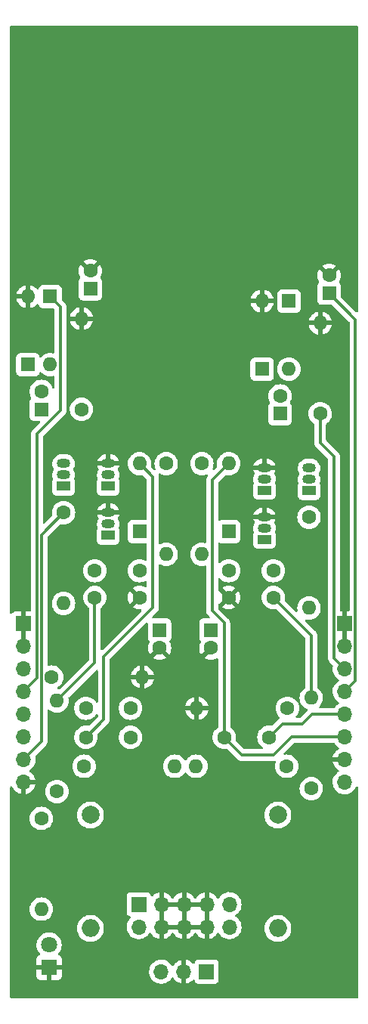
<source format=gbl>
G04 #@! TF.GenerationSoftware,KiCad,Pcbnew,(6.0.1)*
G04 #@! TF.CreationDate,2022-02-07T17:43:10+01:00*
G04 #@! TF.ProjectId,Snare+Hihat,536e6172-652b-4486-9968-61742e6b6963,rev?*
G04 #@! TF.SameCoordinates,Original*
G04 #@! TF.FileFunction,Copper,L2,Bot*
G04 #@! TF.FilePolarity,Positive*
%FSLAX46Y46*%
G04 Gerber Fmt 4.6, Leading zero omitted, Abs format (unit mm)*
G04 Created by KiCad (PCBNEW (6.0.1)) date 2022-02-07 17:43:10*
%MOMM*%
%LPD*%
G01*
G04 APERTURE LIST*
G04 #@! TA.AperFunction,ComponentPad*
%ADD10R,1.600000X1.600000*%
G04 #@! TD*
G04 #@! TA.AperFunction,ComponentPad*
%ADD11C,1.600000*%
G04 #@! TD*
G04 #@! TA.AperFunction,ComponentPad*
%ADD12O,1.600000X1.600000*%
G04 #@! TD*
G04 #@! TA.AperFunction,ComponentPad*
%ADD13C,2.000000*%
G04 #@! TD*
G04 #@! TA.AperFunction,ComponentPad*
%ADD14O,2.000000X2.000000*%
G04 #@! TD*
G04 #@! TA.AperFunction,ComponentPad*
%ADD15R,1.700000X1.700000*%
G04 #@! TD*
G04 #@! TA.AperFunction,ComponentPad*
%ADD16O,1.700000X1.700000*%
G04 #@! TD*
G04 #@! TA.AperFunction,ComponentPad*
%ADD17R,1.500000X1.050000*%
G04 #@! TD*
G04 #@! TA.AperFunction,ComponentPad*
%ADD18O,1.500000X1.050000*%
G04 #@! TD*
G04 #@! TA.AperFunction,ComponentPad*
%ADD19R,1.800000X1.800000*%
G04 #@! TD*
G04 #@! TA.AperFunction,ComponentPad*
%ADD20C,1.800000*%
G04 #@! TD*
G04 #@! TA.AperFunction,ViaPad*
%ADD21C,3.600000*%
G04 #@! TD*
G04 #@! TA.AperFunction,Conductor*
%ADD22C,0.300000*%
G04 #@! TD*
G04 APERTURE END LIST*
D10*
X60750000Y-75000000D03*
D11*
X60750000Y-73000000D03*
D10*
X66250000Y-61500000D03*
D11*
X66250000Y-59500000D03*
X55000000Y-92590000D03*
X60000000Y-92590000D03*
X55000000Y-95590000D03*
X60000000Y-95590000D03*
X54500000Y-111250000D03*
X59500000Y-111250000D03*
D10*
X39500000Y-61000000D03*
D11*
X39500000Y-59000000D03*
X45000000Y-92590000D03*
X40000000Y-92590000D03*
X45000000Y-95590000D03*
X40000000Y-95590000D03*
X39000000Y-111250000D03*
X44000000Y-111250000D03*
X44000000Y-108000000D03*
X39000000Y-108000000D03*
D10*
X58750000Y-70000000D03*
D12*
X58750000Y-62380000D03*
D10*
X61750000Y-62380000D03*
D12*
X61750000Y-70000000D03*
D10*
X55000000Y-88210000D03*
D12*
X55000000Y-80590000D03*
D10*
X32500000Y-69500000D03*
D12*
X32500000Y-61880000D03*
D10*
X35000000Y-61880000D03*
D12*
X35000000Y-69500000D03*
D13*
X39500000Y-119960000D03*
D14*
X39500000Y-132660000D03*
D13*
X60500000Y-119960000D03*
D14*
X60500000Y-132660000D03*
D15*
X68000000Y-98500000D03*
D16*
X68000000Y-101040000D03*
X68000000Y-103580000D03*
X68000000Y-106120000D03*
X68000000Y-108660000D03*
X68000000Y-111200000D03*
X68000000Y-113740000D03*
X68000000Y-116280000D03*
D15*
X32000000Y-98500000D03*
D16*
X32000000Y-101040000D03*
X32000000Y-103580000D03*
X32000000Y-106120000D03*
X32000000Y-108660000D03*
X32000000Y-111200000D03*
X32000000Y-113740000D03*
X32000000Y-116280000D03*
D17*
X64000000Y-83630000D03*
D18*
X64000000Y-82360000D03*
X64000000Y-81090000D03*
D17*
X59000000Y-83590000D03*
D18*
X59000000Y-82320000D03*
X59000000Y-81050000D03*
D17*
X59000000Y-89090000D03*
D18*
X59000000Y-87820000D03*
X59000000Y-86550000D03*
D17*
X36500000Y-83130000D03*
D18*
X36500000Y-81860000D03*
X36500000Y-80590000D03*
D17*
X41500000Y-83130000D03*
D18*
X41500000Y-81860000D03*
X41500000Y-80590000D03*
D17*
X41500000Y-88630000D03*
D18*
X41500000Y-87360000D03*
X41500000Y-86090000D03*
D11*
X65250000Y-75000000D03*
D12*
X65250000Y-64840000D03*
D11*
X64000000Y-86590000D03*
D12*
X64000000Y-96750000D03*
D11*
X52000000Y-80590000D03*
D12*
X52000000Y-90750000D03*
D11*
X64250000Y-117000000D03*
D12*
X64250000Y-106840000D03*
D11*
X34000000Y-120340000D03*
D12*
X34000000Y-130500000D03*
D11*
X61580000Y-108000000D03*
D12*
X51420000Y-108000000D03*
D11*
X38500000Y-74500000D03*
D12*
X38500000Y-64340000D03*
D11*
X36500000Y-86090000D03*
D12*
X36500000Y-96250000D03*
D11*
X48000000Y-80590000D03*
D12*
X48000000Y-90750000D03*
D11*
X35750000Y-117330000D03*
D12*
X35750000Y-107170000D03*
D11*
X35170000Y-104500000D03*
D12*
X45330000Y-104500000D03*
D10*
X34000000Y-74500000D03*
D11*
X34000000Y-72500000D03*
D10*
X47250000Y-99250000D03*
D11*
X47250000Y-101250000D03*
D10*
X45000000Y-88210000D03*
D12*
X45000000Y-80590000D03*
D10*
X53000000Y-99250000D03*
D11*
X53000000Y-101250000D03*
X38800000Y-114500000D03*
D12*
X48960000Y-114500000D03*
D11*
X61500000Y-114500000D03*
D12*
X51340000Y-114500000D03*
D15*
X52525000Y-137500000D03*
D16*
X49985000Y-137500000D03*
X47445000Y-137500000D03*
D19*
X34880000Y-137040000D03*
D20*
X34880000Y-134500000D03*
D15*
X44920000Y-129960000D03*
D16*
X44920000Y-132500000D03*
X47460000Y-129960000D03*
X47460000Y-132500000D03*
X50000000Y-129960000D03*
X50000000Y-132500000D03*
X52540000Y-129960000D03*
X52540000Y-132500000D03*
X55080000Y-129960000D03*
X55080000Y-132500000D03*
D21*
X50000000Y-49000000D03*
D22*
X66800489Y-79800489D02*
X65250000Y-78250000D01*
X66800489Y-102380489D02*
X66800489Y-79800489D01*
X65250000Y-78250000D02*
X65250000Y-75000000D01*
X68000000Y-103580000D02*
X66800489Y-102380489D01*
X69199511Y-104920489D02*
X68000000Y-106120000D01*
X69199511Y-64449511D02*
X69199511Y-104920489D01*
X66250000Y-61500000D02*
X69199511Y-64449511D01*
X64250000Y-99840000D02*
X60000000Y-95590000D01*
X64250000Y-106840000D02*
X64250000Y-99840000D01*
X54500000Y-98450978D02*
X53149511Y-97100489D01*
X62050000Y-111200000D02*
X60000000Y-113250000D01*
X53149511Y-82440489D02*
X55000000Y-80590000D01*
X53149511Y-97100489D02*
X53149511Y-82440489D01*
X68000000Y-111200000D02*
X62050000Y-111200000D01*
X60000000Y-113250000D02*
X56500000Y-113250000D01*
X54500000Y-111250000D02*
X54500000Y-98450978D01*
X56500000Y-113250000D02*
X54500000Y-111250000D01*
X34020489Y-111719511D02*
X32000000Y-113740000D01*
X34020489Y-88569511D02*
X34020489Y-111719511D01*
X36500000Y-86090000D02*
X34020489Y-88569511D01*
X33520969Y-104599031D02*
X33520969Y-77278053D01*
X33520969Y-77278053D02*
X36149511Y-74649511D01*
X36149511Y-74649511D02*
X36149511Y-63029511D01*
X36149511Y-63029511D02*
X35000000Y-61880000D01*
X32000000Y-106120000D02*
X33520969Y-104599031D01*
X40000000Y-95590000D02*
X40000000Y-102920000D01*
X40000000Y-102920000D02*
X35750000Y-107170000D01*
X45000000Y-80590000D02*
X46500000Y-82090000D01*
X41000000Y-102250000D02*
X41000000Y-109250000D01*
X46500000Y-96750000D02*
X41000000Y-102250000D01*
X46500000Y-82090000D02*
X46500000Y-96750000D01*
X41000000Y-109250000D02*
X39000000Y-111250000D01*
X63250000Y-109750000D02*
X61000000Y-109750000D01*
X61000000Y-109750000D02*
X59500000Y-111250000D01*
X64340000Y-108660000D02*
X63250000Y-109750000D01*
X68000000Y-108660000D02*
X64340000Y-108660000D01*
G04 #@! TA.AperFunction,Conductor*
G36*
X69434120Y-31528002D02*
G01*
X69480613Y-31581658D01*
X69491999Y-31634000D01*
X69491999Y-63506550D01*
X69471997Y-63574671D01*
X69418341Y-63621164D01*
X69348067Y-63631268D01*
X69283487Y-63601774D01*
X69276904Y-63595645D01*
X68515313Y-62834053D01*
X67595405Y-61914145D01*
X67561379Y-61851833D01*
X67558500Y-61825050D01*
X67558500Y-60651866D01*
X67551745Y-60589684D01*
X67500615Y-60453295D01*
X67466292Y-60407498D01*
X67418645Y-60343922D01*
X67418642Y-60343919D01*
X67413261Y-60336739D01*
X67406081Y-60331358D01*
X67399730Y-60325007D01*
X67401872Y-60322865D01*
X67368436Y-60278154D01*
X67363406Y-60207336D01*
X67381523Y-60165965D01*
X67381182Y-60165768D01*
X67382952Y-60162702D01*
X67383299Y-60161910D01*
X67383929Y-60161011D01*
X67389414Y-60151511D01*
X67481490Y-59954053D01*
X67485236Y-59943761D01*
X67541625Y-59733312D01*
X67543528Y-59722519D01*
X67562517Y-59505475D01*
X67562517Y-59494525D01*
X67543528Y-59277481D01*
X67541625Y-59266688D01*
X67485236Y-59056239D01*
X67481490Y-59045947D01*
X67389414Y-58848489D01*
X67383931Y-58838994D01*
X67347491Y-58786952D01*
X67337012Y-58778576D01*
X67323566Y-58785644D01*
X66339095Y-59770115D01*
X66276783Y-59804141D01*
X66205968Y-59799076D01*
X66160905Y-59770115D01*
X65175713Y-58784923D01*
X65163938Y-58778493D01*
X65151923Y-58787789D01*
X65116069Y-58838994D01*
X65110586Y-58848489D01*
X65018510Y-59045947D01*
X65014764Y-59056239D01*
X64958375Y-59266688D01*
X64956472Y-59277481D01*
X64937483Y-59494525D01*
X64937483Y-59505475D01*
X64956472Y-59722519D01*
X64958375Y-59733312D01*
X65014764Y-59943761D01*
X65018510Y-59954053D01*
X65110586Y-60151511D01*
X65116071Y-60161011D01*
X65116701Y-60161910D01*
X65116856Y-60162370D01*
X65118818Y-60165768D01*
X65118135Y-60166162D01*
X65139388Y-60229184D01*
X65122102Y-60298044D01*
X65099066Y-60323803D01*
X65100270Y-60325007D01*
X65093919Y-60331358D01*
X65086739Y-60336739D01*
X65081358Y-60343919D01*
X65081355Y-60343922D01*
X65033708Y-60407498D01*
X64999385Y-60453295D01*
X64948255Y-60589684D01*
X64941500Y-60651866D01*
X64941500Y-62348134D01*
X64948255Y-62410316D01*
X64999385Y-62546705D01*
X65086739Y-62663261D01*
X65203295Y-62750615D01*
X65339684Y-62801745D01*
X65401866Y-62808500D01*
X66575050Y-62808500D01*
X66643171Y-62828502D01*
X66664145Y-62845405D01*
X68504106Y-64685365D01*
X68538131Y-64747677D01*
X68541011Y-64774460D01*
X68541011Y-97016000D01*
X68521009Y-97084121D01*
X68467353Y-97130614D01*
X68415011Y-97142000D01*
X68272115Y-97142000D01*
X68256876Y-97146475D01*
X68255671Y-97147865D01*
X68254000Y-97155548D01*
X68254000Y-101168000D01*
X68233998Y-101236121D01*
X68180342Y-101282614D01*
X68128000Y-101294000D01*
X67872000Y-101294000D01*
X67803879Y-101273998D01*
X67757386Y-101220342D01*
X67746000Y-101168000D01*
X67746000Y-97160116D01*
X67741525Y-97144877D01*
X67740135Y-97143672D01*
X67732452Y-97142001D01*
X67584989Y-97142001D01*
X67516868Y-97121999D01*
X67470375Y-97068343D01*
X67458989Y-97016001D01*
X67458989Y-79882549D01*
X67459548Y-79870692D01*
X67461278Y-79862952D01*
X67459051Y-79792088D01*
X67458989Y-79788130D01*
X67458989Y-79759057D01*
X67458436Y-79754678D01*
X67457503Y-79742835D01*
X67457336Y-79737501D01*
X67456052Y-79696658D01*
X67450068Y-79676060D01*
X67446060Y-79656707D01*
X67445621Y-79653232D01*
X67443371Y-79635425D01*
X67426364Y-79592471D01*
X67422518Y-79581236D01*
X67411847Y-79544505D01*
X67411846Y-79544502D01*
X67409634Y-79536889D01*
X67398714Y-79518424D01*
X67390023Y-79500684D01*
X67382124Y-79480733D01*
X67354971Y-79443360D01*
X67348456Y-79433441D01*
X67328982Y-79400512D01*
X67328979Y-79400508D01*
X67324942Y-79393682D01*
X67309778Y-79378518D01*
X67296937Y-79363484D01*
X67288990Y-79352546D01*
X67284330Y-79346132D01*
X67248736Y-79316686D01*
X67239957Y-79308697D01*
X65945405Y-78014145D01*
X65911379Y-77951833D01*
X65908500Y-77925050D01*
X65908500Y-76201888D01*
X65928502Y-76133767D01*
X65962228Y-76098676D01*
X66078856Y-76017012D01*
X66089789Y-76009357D01*
X66089792Y-76009355D01*
X66094300Y-76006198D01*
X66256198Y-75844300D01*
X66285996Y-75801745D01*
X66384366Y-75661257D01*
X66387523Y-75656749D01*
X66389846Y-75651767D01*
X66389849Y-75651762D01*
X66481961Y-75454225D01*
X66481961Y-75454224D01*
X66484284Y-75449243D01*
X66511360Y-75348197D01*
X66542119Y-75233402D01*
X66542119Y-75233400D01*
X66543543Y-75228087D01*
X66563498Y-75000000D01*
X66543543Y-74771913D01*
X66542119Y-74766598D01*
X66485707Y-74556067D01*
X66485706Y-74556065D01*
X66484284Y-74550757D01*
X66458063Y-74494525D01*
X66389849Y-74348238D01*
X66389846Y-74348233D01*
X66387523Y-74343251D01*
X66256198Y-74155700D01*
X66094300Y-73993802D01*
X66089792Y-73990645D01*
X66089789Y-73990643D01*
X66011611Y-73935902D01*
X65906749Y-73862477D01*
X65901767Y-73860154D01*
X65901762Y-73860151D01*
X65704225Y-73768039D01*
X65704224Y-73768039D01*
X65699243Y-73765716D01*
X65693935Y-73764294D01*
X65693933Y-73764293D01*
X65483402Y-73707881D01*
X65483400Y-73707881D01*
X65478087Y-73706457D01*
X65250000Y-73686502D01*
X65021913Y-73706457D01*
X65016600Y-73707881D01*
X65016598Y-73707881D01*
X64806067Y-73764293D01*
X64806065Y-73764294D01*
X64800757Y-73765716D01*
X64795776Y-73768039D01*
X64795775Y-73768039D01*
X64598238Y-73860151D01*
X64598233Y-73860154D01*
X64593251Y-73862477D01*
X64488389Y-73935902D01*
X64410211Y-73990643D01*
X64410208Y-73990645D01*
X64405700Y-73993802D01*
X64243802Y-74155700D01*
X64112477Y-74343251D01*
X64110154Y-74348233D01*
X64110151Y-74348238D01*
X64041937Y-74494525D01*
X64015716Y-74550757D01*
X64014294Y-74556065D01*
X64014293Y-74556067D01*
X63957881Y-74766598D01*
X63956457Y-74771913D01*
X63936502Y-75000000D01*
X63956457Y-75228087D01*
X63957881Y-75233400D01*
X63957881Y-75233402D01*
X63988641Y-75348197D01*
X64015716Y-75449243D01*
X64018039Y-75454224D01*
X64018039Y-75454225D01*
X64110151Y-75651762D01*
X64110154Y-75651767D01*
X64112477Y-75656749D01*
X64115634Y-75661257D01*
X64214005Y-75801745D01*
X64243802Y-75844300D01*
X64405700Y-76006198D01*
X64410208Y-76009355D01*
X64410211Y-76009357D01*
X64421144Y-76017012D01*
X64537772Y-76098676D01*
X64582099Y-76154132D01*
X64591500Y-76201888D01*
X64591500Y-78167944D01*
X64590941Y-78179800D01*
X64589212Y-78187537D01*
X64589461Y-78195459D01*
X64591438Y-78258369D01*
X64591500Y-78262327D01*
X64591500Y-78291432D01*
X64592056Y-78295832D01*
X64592988Y-78307664D01*
X64594438Y-78353831D01*
X64596650Y-78361444D01*
X64596650Y-78361445D01*
X64600419Y-78374416D01*
X64604430Y-78393782D01*
X64607118Y-78415064D01*
X64610034Y-78422429D01*
X64610035Y-78422433D01*
X64624126Y-78458021D01*
X64627965Y-78469231D01*
X64640855Y-78513600D01*
X64651775Y-78532065D01*
X64660466Y-78549805D01*
X64668365Y-78569756D01*
X64695516Y-78607126D01*
X64702033Y-78617048D01*
X64721507Y-78649977D01*
X64721510Y-78649981D01*
X64725547Y-78656807D01*
X64740711Y-78671971D01*
X64753551Y-78687004D01*
X64766159Y-78704357D01*
X64801752Y-78733802D01*
X64810532Y-78741792D01*
X66105084Y-80036344D01*
X66139110Y-80098656D01*
X66141989Y-80125439D01*
X66141989Y-102298433D01*
X66141430Y-102310289D01*
X66139701Y-102318026D01*
X66139950Y-102325948D01*
X66141927Y-102388858D01*
X66141989Y-102392816D01*
X66141989Y-102421921D01*
X66142545Y-102426321D01*
X66143477Y-102438153D01*
X66144927Y-102484320D01*
X66148891Y-102497962D01*
X66150908Y-102504905D01*
X66154919Y-102524271D01*
X66157607Y-102545553D01*
X66160523Y-102552918D01*
X66160524Y-102552922D01*
X66174615Y-102588510D01*
X66178454Y-102599720D01*
X66191344Y-102644089D01*
X66202264Y-102662554D01*
X66210955Y-102680294D01*
X66218854Y-102700245D01*
X66232045Y-102718401D01*
X66246005Y-102737615D01*
X66252522Y-102747537D01*
X66271996Y-102780466D01*
X66271999Y-102780470D01*
X66276036Y-102787296D01*
X66291200Y-102802460D01*
X66304040Y-102817493D01*
X66316648Y-102834846D01*
X66352241Y-102864291D01*
X66361021Y-102872281D01*
X66642101Y-103153361D01*
X66676127Y-103215673D01*
X66674424Y-103276125D01*
X66660989Y-103324570D01*
X66637251Y-103546695D01*
X66637548Y-103551848D01*
X66637548Y-103551851D01*
X66647523Y-103724855D01*
X66650110Y-103769715D01*
X66651247Y-103774761D01*
X66651248Y-103774767D01*
X66666682Y-103843251D01*
X66699222Y-103987639D01*
X66783266Y-104194616D01*
X66899987Y-104385088D01*
X67046250Y-104553938D01*
X67218126Y-104696632D01*
X67262577Y-104722607D01*
X67291445Y-104739476D01*
X67340169Y-104791114D01*
X67353240Y-104860897D01*
X67326509Y-104926669D01*
X67286055Y-104960027D01*
X67273607Y-104966507D01*
X67269474Y-104969610D01*
X67269471Y-104969612D01*
X67099100Y-105097530D01*
X67094965Y-105100635D01*
X66940629Y-105262138D01*
X66937715Y-105266410D01*
X66937714Y-105266411D01*
X66852556Y-105391249D01*
X66814743Y-105446680D01*
X66772913Y-105536796D01*
X66723516Y-105643213D01*
X66720688Y-105649305D01*
X66660989Y-105864570D01*
X66637251Y-106086695D01*
X66637548Y-106091848D01*
X66637548Y-106091851D01*
X66649812Y-106304547D01*
X66650110Y-106309715D01*
X66651247Y-106314761D01*
X66651248Y-106314767D01*
X66672275Y-106408069D01*
X66699222Y-106527639D01*
X66783266Y-106734616D01*
X66899987Y-106925088D01*
X67046250Y-107093938D01*
X67218126Y-107236632D01*
X67288595Y-107277811D01*
X67291445Y-107279476D01*
X67340169Y-107331114D01*
X67353240Y-107400897D01*
X67326509Y-107466669D01*
X67286055Y-107500027D01*
X67273607Y-107506507D01*
X67269474Y-107509610D01*
X67269471Y-107509612D01*
X67116821Y-107624225D01*
X67094965Y-107640635D01*
X67091393Y-107644373D01*
X66999881Y-107740135D01*
X66940629Y-107802138D01*
X66937715Y-107806410D01*
X66937714Y-107806411D01*
X66842149Y-107946504D01*
X66787238Y-107991507D01*
X66738061Y-108001500D01*
X65243188Y-108001500D01*
X65175067Y-107981498D01*
X65128574Y-107927842D01*
X65118470Y-107857568D01*
X65147964Y-107792988D01*
X65154093Y-107786405D01*
X65256198Y-107684300D01*
X65387523Y-107496749D01*
X65389846Y-107491767D01*
X65389849Y-107491762D01*
X65481961Y-107294225D01*
X65481961Y-107294224D01*
X65484284Y-107289243D01*
X65535732Y-107097240D01*
X65542119Y-107073402D01*
X65542119Y-107073400D01*
X65543543Y-107068087D01*
X65563498Y-106840000D01*
X65543543Y-106611913D01*
X65535208Y-106580807D01*
X65485707Y-106396067D01*
X65485706Y-106396065D01*
X65484284Y-106390757D01*
X65399737Y-106209444D01*
X65389849Y-106188238D01*
X65389846Y-106188233D01*
X65387523Y-106183251D01*
X65256198Y-105995700D01*
X65094300Y-105833802D01*
X65089792Y-105830645D01*
X65089789Y-105830643D01*
X65031685Y-105789958D01*
X64962228Y-105741324D01*
X64917901Y-105685868D01*
X64908500Y-105638112D01*
X64908500Y-99922059D01*
X64909059Y-99910203D01*
X64910789Y-99902463D01*
X64908562Y-99831611D01*
X64908500Y-99827653D01*
X64908500Y-99798568D01*
X64907946Y-99794179D01*
X64907013Y-99782337D01*
X64905811Y-99744094D01*
X64905562Y-99736169D01*
X64899580Y-99715579D01*
X64895570Y-99696216D01*
X64893875Y-99682796D01*
X64893875Y-99682795D01*
X64892882Y-99674936D01*
X64889966Y-99667571D01*
X64889965Y-99667567D01*
X64875874Y-99631979D01*
X64872035Y-99620769D01*
X64859145Y-99576400D01*
X64848225Y-99557935D01*
X64839534Y-99540195D01*
X64831635Y-99520244D01*
X64804482Y-99482871D01*
X64797967Y-99472952D01*
X64778493Y-99440023D01*
X64778490Y-99440019D01*
X64774453Y-99433193D01*
X64759289Y-99418029D01*
X64746448Y-99402995D01*
X64738501Y-99392057D01*
X64733841Y-99385643D01*
X64698247Y-99356197D01*
X64689468Y-99348208D01*
X63575619Y-98234359D01*
X63541593Y-98172047D01*
X63546658Y-98101232D01*
X63589205Y-98044396D01*
X63655725Y-98019585D01*
X63697324Y-98023557D01*
X63771913Y-98043543D01*
X64000000Y-98063498D01*
X64228087Y-98043543D01*
X64233400Y-98042119D01*
X64233402Y-98042119D01*
X64443933Y-97985707D01*
X64443935Y-97985706D01*
X64449243Y-97984284D01*
X64454225Y-97981961D01*
X64651762Y-97889849D01*
X64651767Y-97889846D01*
X64656749Y-97887523D01*
X64797858Y-97788717D01*
X64839789Y-97759357D01*
X64839792Y-97759355D01*
X64844300Y-97756198D01*
X65006198Y-97594300D01*
X65013207Y-97584291D01*
X65084859Y-97481961D01*
X65137523Y-97406749D01*
X65139846Y-97401767D01*
X65139849Y-97401762D01*
X65231961Y-97204225D01*
X65231961Y-97204224D01*
X65234284Y-97199243D01*
X65238583Y-97183201D01*
X65292119Y-96983402D01*
X65292120Y-96983399D01*
X65293543Y-96978087D01*
X65313498Y-96750000D01*
X65293543Y-96521913D01*
X65281573Y-96477240D01*
X65235707Y-96306067D01*
X65235706Y-96306065D01*
X65234284Y-96300757D01*
X65208063Y-96244525D01*
X65139849Y-96098238D01*
X65139846Y-96098233D01*
X65137523Y-96093251D01*
X65006198Y-95905700D01*
X64844300Y-95743802D01*
X64839792Y-95740645D01*
X64839789Y-95740643D01*
X64751889Y-95679095D01*
X64656749Y-95612477D01*
X64651767Y-95610154D01*
X64651762Y-95610151D01*
X64454225Y-95518039D01*
X64454224Y-95518039D01*
X64449243Y-95515716D01*
X64443935Y-95514294D01*
X64443933Y-95514293D01*
X64233402Y-95457881D01*
X64233400Y-95457881D01*
X64228087Y-95456457D01*
X64000000Y-95436502D01*
X63771913Y-95456457D01*
X63766600Y-95457881D01*
X63766598Y-95457881D01*
X63556067Y-95514293D01*
X63556065Y-95514294D01*
X63550757Y-95515716D01*
X63545776Y-95518039D01*
X63545775Y-95518039D01*
X63348238Y-95610151D01*
X63348233Y-95610154D01*
X63343251Y-95612477D01*
X63248111Y-95679095D01*
X63160211Y-95740643D01*
X63160208Y-95740645D01*
X63155700Y-95743802D01*
X62993802Y-95905700D01*
X62862477Y-96093251D01*
X62860154Y-96098233D01*
X62860151Y-96098238D01*
X62791937Y-96244525D01*
X62765716Y-96300757D01*
X62764294Y-96306065D01*
X62764293Y-96306067D01*
X62718427Y-96477240D01*
X62706457Y-96521913D01*
X62686502Y-96750000D01*
X62706457Y-96978087D01*
X62726443Y-97052674D01*
X62724753Y-97123651D01*
X62684959Y-97182447D01*
X62619695Y-97210395D01*
X62549681Y-97198622D01*
X62515641Y-97174381D01*
X61316624Y-95975364D01*
X61282598Y-95913052D01*
X61284012Y-95853659D01*
X61292118Y-95823405D01*
X61292119Y-95823402D01*
X61293543Y-95818087D01*
X61313498Y-95590000D01*
X61293543Y-95361913D01*
X61256981Y-95225461D01*
X61235707Y-95146067D01*
X61235706Y-95146065D01*
X61234284Y-95140757D01*
X61175977Y-95015716D01*
X61139849Y-94938238D01*
X61139846Y-94938233D01*
X61137523Y-94933251D01*
X61006198Y-94745700D01*
X60844300Y-94583802D01*
X60839792Y-94580645D01*
X60839789Y-94580643D01*
X60713920Y-94492509D01*
X60656749Y-94452477D01*
X60651767Y-94450154D01*
X60651762Y-94450151D01*
X60454225Y-94358039D01*
X60454224Y-94358039D01*
X60449243Y-94355716D01*
X60443935Y-94354294D01*
X60443933Y-94354293D01*
X60233402Y-94297881D01*
X60233400Y-94297881D01*
X60228087Y-94296457D01*
X60000000Y-94276502D01*
X59771913Y-94296457D01*
X59766600Y-94297881D01*
X59766598Y-94297881D01*
X59556067Y-94354293D01*
X59556065Y-94354294D01*
X59550757Y-94355716D01*
X59545776Y-94358039D01*
X59545775Y-94358039D01*
X59348238Y-94450151D01*
X59348233Y-94450154D01*
X59343251Y-94452477D01*
X59286080Y-94492509D01*
X59160211Y-94580643D01*
X59160208Y-94580645D01*
X59155700Y-94583802D01*
X58993802Y-94745700D01*
X58862477Y-94933251D01*
X58860154Y-94938233D01*
X58860151Y-94938238D01*
X58824023Y-95015716D01*
X58765716Y-95140757D01*
X58764294Y-95146065D01*
X58764293Y-95146067D01*
X58743019Y-95225461D01*
X58706457Y-95361913D01*
X58686502Y-95590000D01*
X58706457Y-95818087D01*
X58707881Y-95823400D01*
X58707881Y-95823402D01*
X58748600Y-95975364D01*
X58765716Y-96039243D01*
X58768039Y-96044224D01*
X58768039Y-96044225D01*
X58860151Y-96241762D01*
X58860154Y-96241767D01*
X58862477Y-96246749D01*
X58993802Y-96434300D01*
X59155700Y-96596198D01*
X59160208Y-96599355D01*
X59160211Y-96599357D01*
X59238389Y-96654098D01*
X59343251Y-96727523D01*
X59348233Y-96729846D01*
X59348238Y-96729849D01*
X59502591Y-96801824D01*
X59550757Y-96824284D01*
X59556065Y-96825706D01*
X59556067Y-96825707D01*
X59766598Y-96882119D01*
X59766600Y-96882119D01*
X59771913Y-96883543D01*
X60000000Y-96903498D01*
X60228087Y-96883543D01*
X60235766Y-96881485D01*
X60263659Y-96874012D01*
X60334635Y-96875702D01*
X60385364Y-96906624D01*
X63554595Y-100075855D01*
X63588621Y-100138167D01*
X63591500Y-100164950D01*
X63591500Y-105638112D01*
X63571498Y-105706233D01*
X63537772Y-105741324D01*
X63468315Y-105789958D01*
X63410211Y-105830643D01*
X63410208Y-105830645D01*
X63405700Y-105833802D01*
X63243802Y-105995700D01*
X63112477Y-106183251D01*
X63110154Y-106188233D01*
X63110151Y-106188238D01*
X63100263Y-106209444D01*
X63015716Y-106390757D01*
X63014294Y-106396065D01*
X63014293Y-106396067D01*
X62964792Y-106580807D01*
X62956457Y-106611913D01*
X62936502Y-106840000D01*
X62956457Y-107068087D01*
X62957881Y-107073400D01*
X62957881Y-107073402D01*
X62964269Y-107097240D01*
X63015716Y-107289243D01*
X63018039Y-107294224D01*
X63018039Y-107294225D01*
X63110151Y-107491762D01*
X63110154Y-107491767D01*
X63112477Y-107496749D01*
X63243802Y-107684300D01*
X63405700Y-107846198D01*
X63410208Y-107849355D01*
X63410211Y-107849357D01*
X63421938Y-107857568D01*
X63593251Y-107977523D01*
X63598233Y-107979846D01*
X63598238Y-107979849D01*
X63769770Y-108059835D01*
X63823055Y-108106752D01*
X63842516Y-108175029D01*
X63821974Y-108242989D01*
X63805615Y-108263125D01*
X63014145Y-109054595D01*
X62951833Y-109088621D01*
X62925050Y-109091500D01*
X62643188Y-109091500D01*
X62575067Y-109071498D01*
X62528574Y-109017842D01*
X62518470Y-108947568D01*
X62547964Y-108882988D01*
X62554093Y-108876405D01*
X62586198Y-108844300D01*
X62717523Y-108656749D01*
X62719846Y-108651767D01*
X62719849Y-108651762D01*
X62811961Y-108454225D01*
X62811961Y-108454224D01*
X62814284Y-108449243D01*
X62862970Y-108267548D01*
X62872119Y-108233402D01*
X62872119Y-108233400D01*
X62873543Y-108228087D01*
X62893498Y-108000000D01*
X62873543Y-107771913D01*
X62863244Y-107733478D01*
X62815707Y-107556067D01*
X62815706Y-107556065D01*
X62814284Y-107550757D01*
X62791202Y-107501257D01*
X62719849Y-107348238D01*
X62719846Y-107348233D01*
X62717523Y-107343251D01*
X62596211Y-107170000D01*
X62589357Y-107160211D01*
X62589355Y-107160208D01*
X62586198Y-107155700D01*
X62424300Y-106993802D01*
X62419792Y-106990645D01*
X62419789Y-106990643D01*
X62331739Y-106928990D01*
X62236749Y-106862477D01*
X62231767Y-106860154D01*
X62231762Y-106860151D01*
X62034225Y-106768039D01*
X62034224Y-106768039D01*
X62029243Y-106765716D01*
X62023935Y-106764294D01*
X62023933Y-106764293D01*
X61813402Y-106707881D01*
X61813400Y-106707881D01*
X61808087Y-106706457D01*
X61580000Y-106686502D01*
X61351913Y-106706457D01*
X61346600Y-106707881D01*
X61346598Y-106707881D01*
X61136067Y-106764293D01*
X61136065Y-106764294D01*
X61130757Y-106765716D01*
X61125776Y-106768039D01*
X61125775Y-106768039D01*
X60928238Y-106860151D01*
X60928233Y-106860154D01*
X60923251Y-106862477D01*
X60828261Y-106928990D01*
X60740211Y-106990643D01*
X60740208Y-106990645D01*
X60735700Y-106993802D01*
X60573802Y-107155700D01*
X60570645Y-107160208D01*
X60570643Y-107160211D01*
X60563789Y-107170000D01*
X60442477Y-107343251D01*
X60440154Y-107348233D01*
X60440151Y-107348238D01*
X60368798Y-107501257D01*
X60345716Y-107550757D01*
X60344294Y-107556065D01*
X60344293Y-107556067D01*
X60296756Y-107733478D01*
X60286457Y-107771913D01*
X60266502Y-108000000D01*
X60286457Y-108228087D01*
X60287881Y-108233400D01*
X60287881Y-108233402D01*
X60297031Y-108267548D01*
X60345716Y-108449243D01*
X60348039Y-108454224D01*
X60348039Y-108454225D01*
X60440151Y-108651762D01*
X60440154Y-108651767D01*
X60442477Y-108656749D01*
X60573802Y-108844300D01*
X60702736Y-108973234D01*
X60736762Y-109035546D01*
X60731697Y-109106361D01*
X60689150Y-109163197D01*
X60682550Y-109167452D01*
X60680244Y-109168365D01*
X60654491Y-109187076D01*
X60642864Y-109195523D01*
X60632946Y-109202038D01*
X60593193Y-109225548D01*
X60578032Y-109240709D01*
X60563000Y-109253548D01*
X60545643Y-109266159D01*
X60540593Y-109272263D01*
X60540591Y-109272265D01*
X60516188Y-109301763D01*
X60508199Y-109310541D01*
X59885364Y-109933376D01*
X59823052Y-109967402D01*
X59763659Y-109965988D01*
X59733405Y-109957882D01*
X59728087Y-109956457D01*
X59500000Y-109936502D01*
X59271913Y-109956457D01*
X59266600Y-109957881D01*
X59266598Y-109957881D01*
X59056067Y-110014293D01*
X59056065Y-110014294D01*
X59050757Y-110015716D01*
X59045776Y-110018039D01*
X59045775Y-110018039D01*
X58848238Y-110110151D01*
X58848233Y-110110154D01*
X58843251Y-110112477D01*
X58750346Y-110177530D01*
X58660211Y-110240643D01*
X58660208Y-110240645D01*
X58655700Y-110243802D01*
X58493802Y-110405700D01*
X58490645Y-110410208D01*
X58490643Y-110410211D01*
X58446936Y-110472632D01*
X58362477Y-110593251D01*
X58360154Y-110598233D01*
X58360151Y-110598238D01*
X58292744Y-110742794D01*
X58265716Y-110800757D01*
X58264294Y-110806065D01*
X58264293Y-110806067D01*
X58215988Y-110986343D01*
X58206457Y-111021913D01*
X58186502Y-111250000D01*
X58206457Y-111478087D01*
X58207881Y-111483400D01*
X58207881Y-111483402D01*
X58248600Y-111635364D01*
X58265716Y-111699243D01*
X58268039Y-111704224D01*
X58268039Y-111704225D01*
X58360151Y-111901762D01*
X58360154Y-111901767D01*
X58362477Y-111906749D01*
X58365634Y-111911257D01*
X58472336Y-112063643D01*
X58493802Y-112094300D01*
X58655700Y-112256198D01*
X58660208Y-112259355D01*
X58660211Y-112259357D01*
X58807210Y-112362287D01*
X58851538Y-112417744D01*
X58858847Y-112488364D01*
X58826816Y-112551724D01*
X58765615Y-112587709D01*
X58734939Y-112591500D01*
X56824950Y-112591500D01*
X56756829Y-112571498D01*
X56735855Y-112554595D01*
X55816624Y-111635364D01*
X55782598Y-111573052D01*
X55784012Y-111513659D01*
X55792118Y-111483405D01*
X55792119Y-111483402D01*
X55793543Y-111478087D01*
X55813498Y-111250000D01*
X55793543Y-111021913D01*
X55784012Y-110986343D01*
X55735707Y-110806067D01*
X55735706Y-110806065D01*
X55734284Y-110800757D01*
X55707256Y-110742794D01*
X55639849Y-110598238D01*
X55639846Y-110598233D01*
X55637523Y-110593251D01*
X55553064Y-110472632D01*
X55509357Y-110410211D01*
X55509355Y-110410208D01*
X55506198Y-110405700D01*
X55344300Y-110243802D01*
X55339792Y-110240645D01*
X55339789Y-110240643D01*
X55249654Y-110177530D01*
X55212228Y-110151324D01*
X55167901Y-110095868D01*
X55158500Y-110048112D01*
X55158500Y-98533037D01*
X55159059Y-98521181D01*
X55160789Y-98513441D01*
X55158562Y-98442589D01*
X55158500Y-98438631D01*
X55158500Y-98409546D01*
X55157946Y-98405157D01*
X55157013Y-98393315D01*
X55155811Y-98355072D01*
X55155562Y-98347147D01*
X55149580Y-98326557D01*
X55145570Y-98307194D01*
X55143875Y-98293774D01*
X55143875Y-98293773D01*
X55142882Y-98285914D01*
X55139966Y-98278549D01*
X55139965Y-98278545D01*
X55125874Y-98242957D01*
X55122035Y-98231747D01*
X55109145Y-98187378D01*
X55098225Y-98168913D01*
X55089534Y-98151173D01*
X55081635Y-98131222D01*
X55054482Y-98093849D01*
X55047967Y-98083930D01*
X55028493Y-98051001D01*
X55028490Y-98050997D01*
X55024453Y-98044171D01*
X55009289Y-98029007D01*
X54996448Y-98013973D01*
X54988501Y-98003035D01*
X54983841Y-97996621D01*
X54948247Y-97967175D01*
X54939468Y-97959186D01*
X53844916Y-96864634D01*
X53810890Y-96802322D01*
X53808011Y-96775539D01*
X53808011Y-96676062D01*
X54278493Y-96676062D01*
X54287789Y-96688077D01*
X54338994Y-96723931D01*
X54348489Y-96729414D01*
X54545947Y-96821490D01*
X54556239Y-96825236D01*
X54766688Y-96881625D01*
X54777481Y-96883528D01*
X54994525Y-96902517D01*
X55005475Y-96902517D01*
X55222519Y-96883528D01*
X55233312Y-96881625D01*
X55443761Y-96825236D01*
X55454053Y-96821490D01*
X55651511Y-96729414D01*
X55661006Y-96723931D01*
X55713048Y-96687491D01*
X55721424Y-96677012D01*
X55714356Y-96663566D01*
X55012812Y-95962022D01*
X54998868Y-95954408D01*
X54997035Y-95954539D01*
X54990420Y-95958790D01*
X54284923Y-96664287D01*
X54278493Y-96676062D01*
X53808011Y-96676062D01*
X53808011Y-96441615D01*
X53828013Y-96373494D01*
X53877379Y-96330718D01*
X53877141Y-96330266D01*
X53879073Y-96329251D01*
X53881669Y-96327001D01*
X53884116Y-96326600D01*
X53926434Y-96304356D01*
X54627978Y-95602812D01*
X54634356Y-95591132D01*
X55364408Y-95591132D01*
X55364539Y-95592965D01*
X55368790Y-95599580D01*
X56074287Y-96305077D01*
X56086062Y-96311507D01*
X56098077Y-96302211D01*
X56133931Y-96251006D01*
X56139414Y-96241511D01*
X56231490Y-96044053D01*
X56235236Y-96033761D01*
X56291625Y-95823312D01*
X56293528Y-95812519D01*
X56312517Y-95595475D01*
X56312517Y-95584525D01*
X56293528Y-95367481D01*
X56291625Y-95356688D01*
X56235236Y-95146239D01*
X56231490Y-95135947D01*
X56139414Y-94938489D01*
X56133931Y-94928994D01*
X56097491Y-94876952D01*
X56087012Y-94868576D01*
X56073566Y-94875644D01*
X55372022Y-95577188D01*
X55364408Y-95591132D01*
X54634356Y-95591132D01*
X54635592Y-95588868D01*
X54635461Y-95587035D01*
X54631210Y-95580420D01*
X53925713Y-94874923D01*
X53884293Y-94852305D01*
X53873631Y-94849986D01*
X53823426Y-94799786D01*
X53808011Y-94739396D01*
X53808011Y-94502988D01*
X54278576Y-94502988D01*
X54285644Y-94516434D01*
X54987188Y-95217978D01*
X55001132Y-95225592D01*
X55002965Y-95225461D01*
X55009580Y-95221210D01*
X55715077Y-94515713D01*
X55721507Y-94503938D01*
X55712211Y-94491923D01*
X55661006Y-94456069D01*
X55651511Y-94450586D01*
X55454053Y-94358510D01*
X55443761Y-94354764D01*
X55233312Y-94298375D01*
X55222519Y-94296472D01*
X55005475Y-94277483D01*
X54994525Y-94277483D01*
X54777481Y-94296472D01*
X54766688Y-94298375D01*
X54556239Y-94354764D01*
X54545947Y-94358510D01*
X54348489Y-94450586D01*
X54338994Y-94456069D01*
X54286952Y-94492509D01*
X54278576Y-94502988D01*
X53808011Y-94502988D01*
X53808011Y-93552699D01*
X53828013Y-93484578D01*
X53881669Y-93438085D01*
X53951943Y-93427981D01*
X54016523Y-93457475D01*
X54023106Y-93463604D01*
X54155700Y-93596198D01*
X54160208Y-93599355D01*
X54160211Y-93599357D01*
X54238389Y-93654098D01*
X54343251Y-93727523D01*
X54348233Y-93729846D01*
X54348238Y-93729849D01*
X54545775Y-93821961D01*
X54550757Y-93824284D01*
X54556065Y-93825706D01*
X54556067Y-93825707D01*
X54766598Y-93882119D01*
X54766600Y-93882119D01*
X54771913Y-93883543D01*
X55000000Y-93903498D01*
X55228087Y-93883543D01*
X55233400Y-93882119D01*
X55233402Y-93882119D01*
X55443933Y-93825707D01*
X55443935Y-93825706D01*
X55449243Y-93824284D01*
X55454225Y-93821961D01*
X55651762Y-93729849D01*
X55651767Y-93729846D01*
X55656749Y-93727523D01*
X55761611Y-93654098D01*
X55839789Y-93599357D01*
X55839792Y-93599355D01*
X55844300Y-93596198D01*
X56006198Y-93434300D01*
X56137523Y-93246749D01*
X56139846Y-93241767D01*
X56139849Y-93241762D01*
X56231961Y-93044225D01*
X56231961Y-93044224D01*
X56234284Y-93039243D01*
X56293543Y-92818087D01*
X56313498Y-92590000D01*
X58686502Y-92590000D01*
X58706457Y-92818087D01*
X58765716Y-93039243D01*
X58768039Y-93044224D01*
X58768039Y-93044225D01*
X58860151Y-93241762D01*
X58860154Y-93241767D01*
X58862477Y-93246749D01*
X58993802Y-93434300D01*
X59155700Y-93596198D01*
X59160208Y-93599355D01*
X59160211Y-93599357D01*
X59238389Y-93654098D01*
X59343251Y-93727523D01*
X59348233Y-93729846D01*
X59348238Y-93729849D01*
X59545775Y-93821961D01*
X59550757Y-93824284D01*
X59556065Y-93825706D01*
X59556067Y-93825707D01*
X59766598Y-93882119D01*
X59766600Y-93882119D01*
X59771913Y-93883543D01*
X60000000Y-93903498D01*
X60228087Y-93883543D01*
X60233400Y-93882119D01*
X60233402Y-93882119D01*
X60443933Y-93825707D01*
X60443935Y-93825706D01*
X60449243Y-93824284D01*
X60454225Y-93821961D01*
X60651762Y-93729849D01*
X60651767Y-93729846D01*
X60656749Y-93727523D01*
X60761611Y-93654098D01*
X60839789Y-93599357D01*
X60839792Y-93599355D01*
X60844300Y-93596198D01*
X61006198Y-93434300D01*
X61137523Y-93246749D01*
X61139846Y-93241767D01*
X61139849Y-93241762D01*
X61231961Y-93044225D01*
X61231961Y-93044224D01*
X61234284Y-93039243D01*
X61293543Y-92818087D01*
X61313498Y-92590000D01*
X61293543Y-92361913D01*
X61234284Y-92140757D01*
X61198258Y-92063498D01*
X61139849Y-91938238D01*
X61139846Y-91938233D01*
X61137523Y-91933251D01*
X61010820Y-91752301D01*
X61009357Y-91750211D01*
X61009355Y-91750208D01*
X61006198Y-91745700D01*
X60844300Y-91583802D01*
X60839792Y-91580645D01*
X60839789Y-91580643D01*
X60661883Y-91456072D01*
X60656749Y-91452477D01*
X60651767Y-91450154D01*
X60651762Y-91450151D01*
X60454225Y-91358039D01*
X60454224Y-91358039D01*
X60449243Y-91355716D01*
X60443935Y-91354294D01*
X60443933Y-91354293D01*
X60233402Y-91297881D01*
X60233400Y-91297881D01*
X60228087Y-91296457D01*
X60000000Y-91276502D01*
X59771913Y-91296457D01*
X59766600Y-91297881D01*
X59766598Y-91297881D01*
X59556067Y-91354293D01*
X59556065Y-91354294D01*
X59550757Y-91355716D01*
X59545776Y-91358039D01*
X59545775Y-91358039D01*
X59348238Y-91450151D01*
X59348233Y-91450154D01*
X59343251Y-91452477D01*
X59338117Y-91456072D01*
X59160211Y-91580643D01*
X59160208Y-91580645D01*
X59155700Y-91583802D01*
X58993802Y-91745700D01*
X58990645Y-91750208D01*
X58990643Y-91750211D01*
X58989180Y-91752301D01*
X58862477Y-91933251D01*
X58860154Y-91938233D01*
X58860151Y-91938238D01*
X58801742Y-92063498D01*
X58765716Y-92140757D01*
X58706457Y-92361913D01*
X58686502Y-92590000D01*
X56313498Y-92590000D01*
X56293543Y-92361913D01*
X56234284Y-92140757D01*
X56198258Y-92063498D01*
X56139849Y-91938238D01*
X56139846Y-91938233D01*
X56137523Y-91933251D01*
X56010820Y-91752301D01*
X56009357Y-91750211D01*
X56009355Y-91750208D01*
X56006198Y-91745700D01*
X55844300Y-91583802D01*
X55839792Y-91580645D01*
X55839789Y-91580643D01*
X55661883Y-91456072D01*
X55656749Y-91452477D01*
X55651767Y-91450154D01*
X55651762Y-91450151D01*
X55454225Y-91358039D01*
X55454224Y-91358039D01*
X55449243Y-91355716D01*
X55443935Y-91354294D01*
X55443933Y-91354293D01*
X55233402Y-91297881D01*
X55233400Y-91297881D01*
X55228087Y-91296457D01*
X55000000Y-91276502D01*
X54771913Y-91296457D01*
X54766600Y-91297881D01*
X54766598Y-91297881D01*
X54556067Y-91354293D01*
X54556065Y-91354294D01*
X54550757Y-91355716D01*
X54545776Y-91358039D01*
X54545775Y-91358039D01*
X54348238Y-91450151D01*
X54348233Y-91450154D01*
X54343251Y-91452477D01*
X54338117Y-91456072D01*
X54160211Y-91580643D01*
X54160208Y-91580645D01*
X54155700Y-91583802D01*
X54023106Y-91716396D01*
X53960794Y-91750422D01*
X53889979Y-91745357D01*
X53833143Y-91702810D01*
X53808332Y-91636290D01*
X53808011Y-91627301D01*
X53808011Y-89587949D01*
X53828013Y-89519828D01*
X53881669Y-89473335D01*
X53951943Y-89463231D01*
X53978240Y-89469967D01*
X54082282Y-89508971D01*
X54082288Y-89508973D01*
X54089684Y-89511745D01*
X54151866Y-89518500D01*
X55848134Y-89518500D01*
X55910316Y-89511745D01*
X56046705Y-89460615D01*
X56163261Y-89373261D01*
X56250615Y-89256705D01*
X56301745Y-89120316D01*
X56308500Y-89058134D01*
X56308500Y-87812750D01*
X57736524Y-87812750D01*
X57754894Y-88014596D01*
X57756632Y-88020502D01*
X57756633Y-88020506D01*
X57768340Y-88060283D01*
X57810788Y-88204507D01*
X57812119Y-88209029D01*
X57811260Y-88209282D01*
X57817714Y-88274662D01*
X57804548Y-88311406D01*
X57799385Y-88318295D01*
X57796236Y-88326696D01*
X57796234Y-88326699D01*
X57765976Y-88407414D01*
X57748255Y-88454684D01*
X57741500Y-88516866D01*
X57741500Y-89663134D01*
X57748255Y-89725316D01*
X57799385Y-89861705D01*
X57886739Y-89978261D01*
X58003295Y-90065615D01*
X58139684Y-90116745D01*
X58201866Y-90123500D01*
X59798134Y-90123500D01*
X59860316Y-90116745D01*
X59996705Y-90065615D01*
X60113261Y-89978261D01*
X60200615Y-89861705D01*
X60251745Y-89725316D01*
X60258500Y-89663134D01*
X60258500Y-88516866D01*
X60251745Y-88454684D01*
X60236260Y-88413377D01*
X60203768Y-88326704D01*
X60203766Y-88326701D01*
X60200615Y-88318295D01*
X60195227Y-88311106D01*
X60195094Y-88310863D01*
X60179924Y-88241506D01*
X60185248Y-88213092D01*
X60186428Y-88209282D01*
X60242290Y-88028820D01*
X60263476Y-87827250D01*
X60245106Y-87625404D01*
X60236511Y-87596198D01*
X60189620Y-87436880D01*
X60187881Y-87430971D01*
X60185027Y-87425511D01*
X60096838Y-87256819D01*
X60096835Y-87256815D01*
X60093981Y-87251355D01*
X60093779Y-87251103D01*
X60073799Y-87185088D01*
X60088959Y-87124115D01*
X60178962Y-86957658D01*
X60183714Y-86946353D01*
X60222422Y-86821308D01*
X60222628Y-86807205D01*
X60215873Y-86804000D01*
X59446242Y-86804000D01*
X59432197Y-86803215D01*
X59417799Y-86801600D01*
X59283183Y-86786500D01*
X58723996Y-86786500D01*
X58573287Y-86801277D01*
X58570998Y-86801968D01*
X58550276Y-86804000D01*
X57791014Y-86804000D01*
X57777483Y-86807973D01*
X57776363Y-86815768D01*
X57810846Y-86932932D01*
X57815439Y-86944300D01*
X57903584Y-87112907D01*
X57905597Y-87115983D01*
X57906154Y-87117822D01*
X57906440Y-87118370D01*
X57906336Y-87118424D01*
X57926161Y-87183936D01*
X57911001Y-87244906D01*
X57817644Y-87417565D01*
X57798543Y-87479271D01*
X57762348Y-87596198D01*
X57757710Y-87611180D01*
X57757066Y-87617305D01*
X57757066Y-87617306D01*
X57745482Y-87727523D01*
X57736524Y-87812750D01*
X56308500Y-87812750D01*
X56308500Y-87361866D01*
X56301745Y-87299684D01*
X56250615Y-87163295D01*
X56163261Y-87046739D01*
X56046705Y-86959385D01*
X55910316Y-86908255D01*
X55848134Y-86901500D01*
X54151866Y-86901500D01*
X54089684Y-86908255D01*
X54082288Y-86911027D01*
X54082282Y-86911029D01*
X53978240Y-86950033D01*
X53907433Y-86955216D01*
X53845064Y-86921295D01*
X53810935Y-86859040D01*
X53808011Y-86832051D01*
X53808011Y-86590000D01*
X62686502Y-86590000D01*
X62706457Y-86818087D01*
X62707881Y-86823400D01*
X62707881Y-86823402D01*
X62742379Y-86952147D01*
X62765716Y-87039243D01*
X62768039Y-87044224D01*
X62768039Y-87044225D01*
X62860151Y-87241762D01*
X62860154Y-87241767D01*
X62862477Y-87246749D01*
X62993802Y-87434300D01*
X63155700Y-87596198D01*
X63160208Y-87599355D01*
X63160211Y-87599357D01*
X63168689Y-87605293D01*
X63343251Y-87727523D01*
X63348233Y-87729846D01*
X63348238Y-87729849D01*
X63512880Y-87806622D01*
X63550757Y-87824284D01*
X63556065Y-87825706D01*
X63556067Y-87825707D01*
X63766598Y-87882119D01*
X63766600Y-87882119D01*
X63771913Y-87883543D01*
X64000000Y-87903498D01*
X64228087Y-87883543D01*
X64233400Y-87882119D01*
X64233402Y-87882119D01*
X64443933Y-87825707D01*
X64443935Y-87825706D01*
X64449243Y-87824284D01*
X64487120Y-87806622D01*
X64651762Y-87729849D01*
X64651767Y-87729846D01*
X64656749Y-87727523D01*
X64831311Y-87605293D01*
X64839789Y-87599357D01*
X64839792Y-87599355D01*
X64844300Y-87596198D01*
X65006198Y-87434300D01*
X65137523Y-87246749D01*
X65139846Y-87241767D01*
X65139849Y-87241762D01*
X65231961Y-87044225D01*
X65231961Y-87044224D01*
X65234284Y-87039243D01*
X65257622Y-86952147D01*
X65292119Y-86823402D01*
X65292119Y-86823400D01*
X65293543Y-86818087D01*
X65313498Y-86590000D01*
X65293543Y-86361913D01*
X65292119Y-86356598D01*
X65235707Y-86146067D01*
X65235706Y-86146065D01*
X65234284Y-86140757D01*
X65157843Y-85976827D01*
X65139849Y-85938238D01*
X65139846Y-85938233D01*
X65137523Y-85933251D01*
X65061187Y-85824232D01*
X65009357Y-85750211D01*
X65009355Y-85750208D01*
X65006198Y-85745700D01*
X64844300Y-85583802D01*
X64839792Y-85580645D01*
X64839789Y-85580643D01*
X64753004Y-85519876D01*
X64656749Y-85452477D01*
X64651767Y-85450154D01*
X64651762Y-85450151D01*
X64454225Y-85358039D01*
X64454224Y-85358039D01*
X64449243Y-85355716D01*
X64443935Y-85354294D01*
X64443933Y-85354293D01*
X64233402Y-85297881D01*
X64233400Y-85297881D01*
X64228087Y-85296457D01*
X64000000Y-85276502D01*
X63771913Y-85296457D01*
X63766600Y-85297881D01*
X63766598Y-85297881D01*
X63556067Y-85354293D01*
X63556065Y-85354294D01*
X63550757Y-85355716D01*
X63545776Y-85358039D01*
X63545775Y-85358039D01*
X63348238Y-85450151D01*
X63348233Y-85450154D01*
X63343251Y-85452477D01*
X63246996Y-85519876D01*
X63160211Y-85580643D01*
X63160208Y-85580645D01*
X63155700Y-85583802D01*
X62993802Y-85745700D01*
X62990645Y-85750208D01*
X62990643Y-85750211D01*
X62938813Y-85824232D01*
X62862477Y-85933251D01*
X62860154Y-85938233D01*
X62860151Y-85938238D01*
X62842157Y-85976827D01*
X62765716Y-86140757D01*
X62764294Y-86146065D01*
X62764293Y-86146067D01*
X62707881Y-86356598D01*
X62706457Y-86361913D01*
X62686502Y-86590000D01*
X53808011Y-86590000D01*
X53808011Y-86292795D01*
X57777372Y-86292795D01*
X57784127Y-86296000D01*
X58727885Y-86296000D01*
X58743124Y-86291525D01*
X58744329Y-86290135D01*
X58746000Y-86282452D01*
X58746000Y-86277885D01*
X59254000Y-86277885D01*
X59258475Y-86293124D01*
X59259865Y-86294329D01*
X59267548Y-86296000D01*
X60208986Y-86296000D01*
X60222517Y-86292027D01*
X60223637Y-86284232D01*
X60189154Y-86167068D01*
X60184561Y-86155700D01*
X60096414Y-85987089D01*
X60089698Y-85976827D01*
X59970485Y-85828557D01*
X59961897Y-85819787D01*
X59816162Y-85697501D01*
X59806031Y-85690563D01*
X59639308Y-85598906D01*
X59628038Y-85594076D01*
X59446685Y-85536548D01*
X59434691Y-85533998D01*
X59286650Y-85517393D01*
X59279626Y-85517000D01*
X59272115Y-85517000D01*
X59256876Y-85521475D01*
X59255671Y-85522865D01*
X59254000Y-85530548D01*
X59254000Y-86277885D01*
X58746000Y-86277885D01*
X58746000Y-85535115D01*
X58741525Y-85519876D01*
X58740135Y-85518671D01*
X58732452Y-85517000D01*
X58727110Y-85517000D01*
X58720965Y-85517300D01*
X58579519Y-85531170D01*
X58567481Y-85533553D01*
X58385349Y-85588542D01*
X58374007Y-85593217D01*
X58206023Y-85682535D01*
X58195807Y-85689322D01*
X58048366Y-85809572D01*
X58039662Y-85818216D01*
X57918390Y-85964809D01*
X57911530Y-85974980D01*
X57821038Y-86142342D01*
X57816286Y-86153647D01*
X57777578Y-86278692D01*
X57777372Y-86292795D01*
X53808011Y-86292795D01*
X53808011Y-82765439D01*
X53828013Y-82697318D01*
X53844916Y-82676344D01*
X54208510Y-82312750D01*
X57736524Y-82312750D01*
X57743388Y-82388167D01*
X57751517Y-82477485D01*
X57754894Y-82514596D01*
X57756632Y-82520502D01*
X57756633Y-82520506D01*
X57768340Y-82560283D01*
X57810788Y-82704507D01*
X57812119Y-82709029D01*
X57811260Y-82709282D01*
X57817714Y-82774662D01*
X57804548Y-82811406D01*
X57799385Y-82818295D01*
X57796236Y-82826696D01*
X57796234Y-82826699D01*
X57781239Y-82866699D01*
X57748255Y-82954684D01*
X57741500Y-83016866D01*
X57741500Y-84163134D01*
X57748255Y-84225316D01*
X57799385Y-84361705D01*
X57886739Y-84478261D01*
X58003295Y-84565615D01*
X58139684Y-84616745D01*
X58201866Y-84623500D01*
X59798134Y-84623500D01*
X59860316Y-84616745D01*
X59996705Y-84565615D01*
X60113261Y-84478261D01*
X60200615Y-84361705D01*
X60251745Y-84225316D01*
X60258500Y-84163134D01*
X60258500Y-83016866D01*
X60251745Y-82954684D01*
X60218761Y-82866699D01*
X60203768Y-82826704D01*
X60203766Y-82826701D01*
X60200615Y-82818295D01*
X60195227Y-82811106D01*
X60195094Y-82810863D01*
X60179924Y-82741506D01*
X60185248Y-82713092D01*
X60186428Y-82709282D01*
X60242290Y-82528820D01*
X60260151Y-82358890D01*
X60260796Y-82352750D01*
X62736524Y-82352750D01*
X62738890Y-82378748D01*
X62751991Y-82522694D01*
X62754894Y-82554596D01*
X62756632Y-82560502D01*
X62756633Y-82560506D01*
X62798607Y-82703121D01*
X62810788Y-82744507D01*
X62812119Y-82749029D01*
X62811260Y-82749282D01*
X62817714Y-82814662D01*
X62804548Y-82851406D01*
X62799385Y-82858295D01*
X62796236Y-82866696D01*
X62796234Y-82866699D01*
X62766024Y-82947285D01*
X62748255Y-82994684D01*
X62741500Y-83056866D01*
X62741500Y-84203134D01*
X62748255Y-84265316D01*
X62799385Y-84401705D01*
X62886739Y-84518261D01*
X63003295Y-84605615D01*
X63139684Y-84656745D01*
X63201866Y-84663500D01*
X64798134Y-84663500D01*
X64860316Y-84656745D01*
X64996705Y-84605615D01*
X65113261Y-84518261D01*
X65200615Y-84401705D01*
X65251745Y-84265316D01*
X65258500Y-84203134D01*
X65258500Y-83056866D01*
X65251745Y-82994684D01*
X65233976Y-82947285D01*
X65203768Y-82866704D01*
X65203766Y-82866701D01*
X65200615Y-82858295D01*
X65195227Y-82851106D01*
X65195094Y-82850863D01*
X65179924Y-82781506D01*
X65185248Y-82753092D01*
X65186428Y-82749282D01*
X65242290Y-82568820D01*
X65243547Y-82556866D01*
X65262832Y-82373378D01*
X65262832Y-82373377D01*
X65263476Y-82367250D01*
X65253289Y-82255313D01*
X65245665Y-82171543D01*
X65245664Y-82171540D01*
X65245106Y-82165404D01*
X65242246Y-82155684D01*
X65189620Y-81976880D01*
X65187881Y-81970971D01*
X65183951Y-81963452D01*
X65133758Y-81867443D01*
X65093981Y-81791355D01*
X65094016Y-81791337D01*
X65074111Y-81725559D01*
X65089271Y-81664591D01*
X65111156Y-81624115D01*
X65182356Y-81492435D01*
X65239457Y-81307973D01*
X65240468Y-81304707D01*
X65240469Y-81304704D01*
X65242290Y-81298820D01*
X65243056Y-81291538D01*
X65262832Y-81103378D01*
X65262832Y-81103377D01*
X65263476Y-81097250D01*
X65252162Y-80972932D01*
X65245665Y-80901543D01*
X65245664Y-80901540D01*
X65245106Y-80895404D01*
X65233441Y-80855768D01*
X65189620Y-80706880D01*
X65187881Y-80700971D01*
X65183951Y-80693452D01*
X65136861Y-80603378D01*
X65093981Y-80521355D01*
X65088630Y-80514699D01*
X65048517Y-80464809D01*
X64966981Y-80363399D01*
X64811719Y-80233119D01*
X64806327Y-80230155D01*
X64806323Y-80230152D01*
X64639506Y-80138444D01*
X64634109Y-80135477D01*
X64440916Y-80074193D01*
X64434799Y-80073507D01*
X64434795Y-80073506D01*
X64360652Y-80065190D01*
X64283183Y-80056500D01*
X63723996Y-80056500D01*
X63573287Y-80071277D01*
X63379258Y-80129858D01*
X63200302Y-80225010D01*
X63043237Y-80353110D01*
X63039310Y-80357857D01*
X63039308Y-80357859D01*
X62917973Y-80504528D01*
X62917971Y-80504531D01*
X62914044Y-80509278D01*
X62817644Y-80687565D01*
X62787720Y-80784232D01*
X62777241Y-80818087D01*
X62757710Y-80881180D01*
X62757066Y-80887305D01*
X62757066Y-80887306D01*
X62745447Y-80997853D01*
X62736524Y-81082750D01*
X62739314Y-81113402D01*
X62751450Y-81246749D01*
X62754894Y-81284596D01*
X62756632Y-81290502D01*
X62756633Y-81290506D01*
X62797627Y-81429789D01*
X62812119Y-81479029D01*
X62814972Y-81484486D01*
X62814973Y-81484489D01*
X62819127Y-81492435D01*
X62905923Y-81658460D01*
X62905923Y-81658462D01*
X62906019Y-81658645D01*
X62905984Y-81658663D01*
X62925889Y-81724441D01*
X62910729Y-81785409D01*
X62817644Y-81957565D01*
X62804091Y-82001348D01*
X62759616Y-82145024D01*
X62757710Y-82151180D01*
X62757066Y-82157305D01*
X62757066Y-82157306D01*
X62739351Y-82325854D01*
X62736524Y-82352750D01*
X60260796Y-82352750D01*
X60262832Y-82333378D01*
X60262832Y-82333377D01*
X60263476Y-82327250D01*
X60255819Y-82243121D01*
X60245665Y-82131543D01*
X60245664Y-82131540D01*
X60245106Y-82125404D01*
X60240542Y-82109895D01*
X60189620Y-81936880D01*
X60187881Y-81930971D01*
X60183951Y-81923453D01*
X60096838Y-81756819D01*
X60096835Y-81756815D01*
X60093981Y-81751355D01*
X60093779Y-81751103D01*
X60073799Y-81685088D01*
X60088959Y-81624115D01*
X60178962Y-81457658D01*
X60183714Y-81446353D01*
X60222422Y-81321308D01*
X60222628Y-81307205D01*
X60215873Y-81304000D01*
X59446242Y-81304000D01*
X59432197Y-81303215D01*
X59417799Y-81301600D01*
X59283183Y-81286500D01*
X58723996Y-81286500D01*
X58573287Y-81301277D01*
X58570998Y-81301968D01*
X58550276Y-81304000D01*
X57791014Y-81304000D01*
X57777483Y-81307973D01*
X57776363Y-81315768D01*
X57810846Y-81432932D01*
X57815439Y-81444300D01*
X57903584Y-81612907D01*
X57905597Y-81615983D01*
X57906154Y-81617822D01*
X57906440Y-81618370D01*
X57906336Y-81618424D01*
X57926161Y-81683936D01*
X57911001Y-81744906D01*
X57817644Y-81917565D01*
X57794295Y-81992994D01*
X57767468Y-82079658D01*
X57757710Y-82111180D01*
X57757066Y-82117305D01*
X57757066Y-82117306D01*
X57744630Y-82235628D01*
X57736524Y-82312750D01*
X54208510Y-82312750D01*
X54614636Y-81906624D01*
X54676948Y-81872598D01*
X54736341Y-81874012D01*
X54764234Y-81881485D01*
X54771913Y-81883543D01*
X55000000Y-81903498D01*
X55228087Y-81883543D01*
X55233400Y-81882119D01*
X55233402Y-81882119D01*
X55443933Y-81825707D01*
X55443935Y-81825706D01*
X55449243Y-81824284D01*
X55484115Y-81808023D01*
X55651762Y-81729849D01*
X55651767Y-81729846D01*
X55656749Y-81727523D01*
X55812558Y-81618424D01*
X55839789Y-81599357D01*
X55839792Y-81599355D01*
X55844300Y-81596198D01*
X56006198Y-81434300D01*
X56137523Y-81246749D01*
X56139846Y-81241767D01*
X56139849Y-81241762D01*
X56231961Y-81044225D01*
X56231961Y-81044224D01*
X56234284Y-81039243D01*
X56243964Y-81003119D01*
X56292119Y-80823402D01*
X56292119Y-80823400D01*
X56293543Y-80818087D01*
X56295756Y-80792795D01*
X57777372Y-80792795D01*
X57784127Y-80796000D01*
X58727885Y-80796000D01*
X58743124Y-80791525D01*
X58744329Y-80790135D01*
X58746000Y-80782452D01*
X58746000Y-80777885D01*
X59254000Y-80777885D01*
X59258475Y-80793124D01*
X59259865Y-80794329D01*
X59267548Y-80796000D01*
X60208986Y-80796000D01*
X60222517Y-80792027D01*
X60223637Y-80784232D01*
X60189154Y-80667068D01*
X60184561Y-80655700D01*
X60096414Y-80487089D01*
X60089698Y-80476827D01*
X59970485Y-80328557D01*
X59961897Y-80319787D01*
X59816162Y-80197501D01*
X59806031Y-80190563D01*
X59639308Y-80098906D01*
X59628038Y-80094076D01*
X59446685Y-80036548D01*
X59434691Y-80033998D01*
X59286650Y-80017393D01*
X59279626Y-80017000D01*
X59272115Y-80017000D01*
X59256876Y-80021475D01*
X59255671Y-80022865D01*
X59254000Y-80030548D01*
X59254000Y-80777885D01*
X58746000Y-80777885D01*
X58746000Y-80035115D01*
X58741525Y-80019876D01*
X58740135Y-80018671D01*
X58732452Y-80017000D01*
X58727110Y-80017000D01*
X58720965Y-80017300D01*
X58579519Y-80031170D01*
X58567481Y-80033553D01*
X58385349Y-80088542D01*
X58374007Y-80093217D01*
X58206023Y-80182535D01*
X58195807Y-80189322D01*
X58048366Y-80309572D01*
X58039662Y-80318216D01*
X57918390Y-80464809D01*
X57911530Y-80474980D01*
X57821038Y-80642342D01*
X57816286Y-80653647D01*
X57777578Y-80778692D01*
X57777372Y-80792795D01*
X56295756Y-80792795D01*
X56313498Y-80590000D01*
X56293543Y-80361913D01*
X56283446Y-80324232D01*
X56235707Y-80146067D01*
X56235706Y-80146065D01*
X56234284Y-80140757D01*
X56214652Y-80098656D01*
X56139849Y-79938238D01*
X56139846Y-79938233D01*
X56137523Y-79933251D01*
X56012795Y-79755121D01*
X56009357Y-79750211D01*
X56009355Y-79750208D01*
X56006198Y-79745700D01*
X55844300Y-79583802D01*
X55839792Y-79580645D01*
X55839789Y-79580643D01*
X55750941Y-79518431D01*
X55656749Y-79452477D01*
X55651767Y-79450154D01*
X55651762Y-79450151D01*
X55454225Y-79358039D01*
X55454224Y-79358039D01*
X55449243Y-79355716D01*
X55443935Y-79354294D01*
X55443933Y-79354293D01*
X55233402Y-79297881D01*
X55233400Y-79297881D01*
X55228087Y-79296457D01*
X55000000Y-79276502D01*
X54771913Y-79296457D01*
X54766600Y-79297881D01*
X54766598Y-79297881D01*
X54556067Y-79354293D01*
X54556065Y-79354294D01*
X54550757Y-79355716D01*
X54545776Y-79358039D01*
X54545775Y-79358039D01*
X54348238Y-79450151D01*
X54348233Y-79450154D01*
X54343251Y-79452477D01*
X54249059Y-79518431D01*
X54160211Y-79580643D01*
X54160208Y-79580645D01*
X54155700Y-79583802D01*
X53993802Y-79745700D01*
X53990645Y-79750208D01*
X53990643Y-79750211D01*
X53987205Y-79755121D01*
X53862477Y-79933251D01*
X53860154Y-79938233D01*
X53860151Y-79938238D01*
X53785348Y-80098656D01*
X53765716Y-80140757D01*
X53764294Y-80146065D01*
X53764293Y-80146067D01*
X53716554Y-80324232D01*
X53706457Y-80361913D01*
X53686502Y-80590000D01*
X53706457Y-80818087D01*
X53707881Y-80823402D01*
X53707882Y-80823405D01*
X53715988Y-80853659D01*
X53714298Y-80924635D01*
X53683376Y-80975364D01*
X53402994Y-81255746D01*
X53340682Y-81289772D01*
X53269867Y-81284707D01*
X53213031Y-81242160D01*
X53188220Y-81175640D01*
X53199704Y-81113402D01*
X53231959Y-81044230D01*
X53231961Y-81044225D01*
X53234284Y-81039243D01*
X53243964Y-81003119D01*
X53292119Y-80823402D01*
X53292119Y-80823400D01*
X53293543Y-80818087D01*
X53313498Y-80590000D01*
X53293543Y-80361913D01*
X53283446Y-80324232D01*
X53235707Y-80146067D01*
X53235706Y-80146065D01*
X53234284Y-80140757D01*
X53214652Y-80098656D01*
X53139849Y-79938238D01*
X53139846Y-79938233D01*
X53137523Y-79933251D01*
X53012795Y-79755121D01*
X53009357Y-79750211D01*
X53009355Y-79750208D01*
X53006198Y-79745700D01*
X52844300Y-79583802D01*
X52839792Y-79580645D01*
X52839789Y-79580643D01*
X52750941Y-79518431D01*
X52656749Y-79452477D01*
X52651767Y-79450154D01*
X52651762Y-79450151D01*
X52454225Y-79358039D01*
X52454224Y-79358039D01*
X52449243Y-79355716D01*
X52443935Y-79354294D01*
X52443933Y-79354293D01*
X52233402Y-79297881D01*
X52233400Y-79297881D01*
X52228087Y-79296457D01*
X52000000Y-79276502D01*
X51771913Y-79296457D01*
X51766600Y-79297881D01*
X51766598Y-79297881D01*
X51556067Y-79354293D01*
X51556065Y-79354294D01*
X51550757Y-79355716D01*
X51545776Y-79358039D01*
X51545775Y-79358039D01*
X51348238Y-79450151D01*
X51348233Y-79450154D01*
X51343251Y-79452477D01*
X51249059Y-79518431D01*
X51160211Y-79580643D01*
X51160208Y-79580645D01*
X51155700Y-79583802D01*
X50993802Y-79745700D01*
X50990645Y-79750208D01*
X50990643Y-79750211D01*
X50987205Y-79755121D01*
X50862477Y-79933251D01*
X50860154Y-79938233D01*
X50860151Y-79938238D01*
X50785348Y-80098656D01*
X50765716Y-80140757D01*
X50764294Y-80146065D01*
X50764293Y-80146067D01*
X50716554Y-80324232D01*
X50706457Y-80361913D01*
X50686502Y-80590000D01*
X50706457Y-80818087D01*
X50707881Y-80823400D01*
X50707881Y-80823402D01*
X50756037Y-81003119D01*
X50765716Y-81039243D01*
X50768039Y-81044224D01*
X50768039Y-81044225D01*
X50860151Y-81241762D01*
X50860154Y-81241767D01*
X50862477Y-81246749D01*
X50993802Y-81434300D01*
X51155700Y-81596198D01*
X51160208Y-81599355D01*
X51160211Y-81599357D01*
X51187442Y-81618424D01*
X51343251Y-81727523D01*
X51348233Y-81729846D01*
X51348238Y-81729849D01*
X51515885Y-81808023D01*
X51550757Y-81824284D01*
X51556065Y-81825706D01*
X51556067Y-81825707D01*
X51766598Y-81882119D01*
X51766600Y-81882119D01*
X51771913Y-81883543D01*
X52000000Y-81903498D01*
X52228087Y-81883543D01*
X52233400Y-81882119D01*
X52233402Y-81882119D01*
X52443933Y-81825707D01*
X52443935Y-81825706D01*
X52449243Y-81824284D01*
X52454225Y-81821961D01*
X52454230Y-81821959D01*
X52523402Y-81789704D01*
X52593593Y-81779043D01*
X52658406Y-81808023D01*
X52697262Y-81867443D01*
X52697825Y-81938438D01*
X52665746Y-81992994D01*
X52654584Y-82004156D01*
X52651867Y-82007659D01*
X52644159Y-82016684D01*
X52612539Y-82050356D01*
X52608718Y-82057307D01*
X52608717Y-82057308D01*
X52602208Y-82069147D01*
X52591354Y-82085671D01*
X52583529Y-82095760D01*
X52578207Y-82102621D01*
X52575060Y-82109893D01*
X52575059Y-82109895D01*
X52559857Y-82145024D01*
X52554635Y-82155684D01*
X52532387Y-82196152D01*
X52527052Y-82216930D01*
X52520653Y-82235620D01*
X52512131Y-82255313D01*
X52510891Y-82263144D01*
X52504905Y-82300937D01*
X52502498Y-82312560D01*
X52500873Y-82318890D01*
X52491011Y-82357301D01*
X52491011Y-82378748D01*
X52489460Y-82398458D01*
X52486105Y-82419641D01*
X52486851Y-82427532D01*
X52490452Y-82465627D01*
X52491011Y-82477485D01*
X52491011Y-89362701D01*
X52471009Y-89430822D01*
X52417353Y-89477315D01*
X52347079Y-89487419D01*
X52332407Y-89484410D01*
X52228087Y-89456457D01*
X52000000Y-89436502D01*
X51771913Y-89456457D01*
X51766600Y-89457881D01*
X51766598Y-89457881D01*
X51556067Y-89514293D01*
X51556065Y-89514294D01*
X51550757Y-89515716D01*
X51545776Y-89518039D01*
X51545775Y-89518039D01*
X51348238Y-89610151D01*
X51348233Y-89610154D01*
X51343251Y-89612477D01*
X51270910Y-89663131D01*
X51160211Y-89740643D01*
X51160208Y-89740645D01*
X51155700Y-89743802D01*
X50993802Y-89905700D01*
X50862477Y-90093251D01*
X50860154Y-90098233D01*
X50860151Y-90098238D01*
X50768039Y-90295775D01*
X50765716Y-90300757D01*
X50706457Y-90521913D01*
X50686502Y-90750000D01*
X50706457Y-90978087D01*
X50765716Y-91199243D01*
X50768039Y-91204224D01*
X50768039Y-91204225D01*
X50860151Y-91401762D01*
X50860154Y-91401767D01*
X50862477Y-91406749D01*
X50993802Y-91594300D01*
X51155700Y-91756198D01*
X51160208Y-91759355D01*
X51160211Y-91759357D01*
X51238389Y-91814098D01*
X51343251Y-91887523D01*
X51348233Y-91889846D01*
X51348238Y-91889849D01*
X51452010Y-91938238D01*
X51550757Y-91984284D01*
X51556065Y-91985706D01*
X51556067Y-91985707D01*
X51766598Y-92042119D01*
X51766600Y-92042119D01*
X51771913Y-92043543D01*
X52000000Y-92063498D01*
X52228087Y-92043543D01*
X52332401Y-92015592D01*
X52403376Y-92017282D01*
X52462172Y-92057076D01*
X52490120Y-92122340D01*
X52491011Y-92137299D01*
X52491011Y-97018433D01*
X52490452Y-97030289D01*
X52488723Y-97038026D01*
X52490614Y-97098197D01*
X52490949Y-97108858D01*
X52491011Y-97112816D01*
X52491011Y-97141921D01*
X52491567Y-97146321D01*
X52492499Y-97158153D01*
X52493949Y-97204320D01*
X52496161Y-97211933D01*
X52496161Y-97211934D01*
X52499930Y-97224905D01*
X52503941Y-97244271D01*
X52506629Y-97265553D01*
X52509545Y-97272918D01*
X52509546Y-97272922D01*
X52523637Y-97308510D01*
X52527476Y-97319720D01*
X52540366Y-97364089D01*
X52551286Y-97382554D01*
X52559977Y-97400294D01*
X52567876Y-97420245D01*
X52595027Y-97457615D01*
X52601544Y-97467537D01*
X52621018Y-97500466D01*
X52621021Y-97500470D01*
X52625058Y-97507296D01*
X52640222Y-97522460D01*
X52653062Y-97537493D01*
X52665670Y-97554846D01*
X52701263Y-97584291D01*
X52710043Y-97592281D01*
X52844167Y-97726405D01*
X52878193Y-97788717D01*
X52873128Y-97859532D01*
X52830581Y-97916368D01*
X52764061Y-97941179D01*
X52755072Y-97941500D01*
X52151866Y-97941500D01*
X52089684Y-97948255D01*
X51953295Y-97999385D01*
X51836739Y-98086739D01*
X51749385Y-98203295D01*
X51698255Y-98339684D01*
X51691500Y-98401866D01*
X51691500Y-100098134D01*
X51698255Y-100160316D01*
X51749385Y-100296705D01*
X51754771Y-100303891D01*
X51831355Y-100406078D01*
X51831358Y-100406081D01*
X51836739Y-100413261D01*
X51843919Y-100418642D01*
X51850270Y-100424993D01*
X51848128Y-100427135D01*
X51881564Y-100471846D01*
X51886594Y-100542664D01*
X51868477Y-100584035D01*
X51868818Y-100584232D01*
X51867048Y-100587298D01*
X51866701Y-100588090D01*
X51866071Y-100588989D01*
X51860586Y-100598489D01*
X51768510Y-100795947D01*
X51764764Y-100806239D01*
X51708375Y-101016688D01*
X51706472Y-101027481D01*
X51687483Y-101244525D01*
X51687483Y-101255475D01*
X51706472Y-101472519D01*
X51708375Y-101483312D01*
X51764764Y-101693761D01*
X51768510Y-101704053D01*
X51860586Y-101901511D01*
X51866069Y-101911006D01*
X51902509Y-101963048D01*
X51912988Y-101971424D01*
X51926434Y-101964356D01*
X52910905Y-100979885D01*
X52973217Y-100945859D01*
X53044032Y-100950924D01*
X53089095Y-100979885D01*
X53270115Y-101160905D01*
X53304141Y-101223217D01*
X53299076Y-101294032D01*
X53270115Y-101339095D01*
X52284923Y-102324287D01*
X52278493Y-102336062D01*
X52287789Y-102348077D01*
X52338994Y-102383931D01*
X52348489Y-102389414D01*
X52545947Y-102481490D01*
X52556239Y-102485236D01*
X52766688Y-102541625D01*
X52777481Y-102543528D01*
X52994525Y-102562517D01*
X53005475Y-102562517D01*
X53222519Y-102543528D01*
X53233312Y-102541625D01*
X53443761Y-102485236D01*
X53454053Y-102481490D01*
X53651511Y-102389414D01*
X53652499Y-102388843D01*
X53652990Y-102388724D01*
X53656498Y-102387088D01*
X53656827Y-102387793D01*
X53721494Y-102372105D01*
X53788586Y-102395325D01*
X53832474Y-102451131D01*
X53841500Y-102497962D01*
X53841500Y-110048112D01*
X53821498Y-110116233D01*
X53787772Y-110151324D01*
X53750346Y-110177530D01*
X53660211Y-110240643D01*
X53660208Y-110240645D01*
X53655700Y-110243802D01*
X53493802Y-110405700D01*
X53490645Y-110410208D01*
X53490643Y-110410211D01*
X53446936Y-110472632D01*
X53362477Y-110593251D01*
X53360154Y-110598233D01*
X53360151Y-110598238D01*
X53292744Y-110742794D01*
X53265716Y-110800757D01*
X53264294Y-110806065D01*
X53264293Y-110806067D01*
X53215988Y-110986343D01*
X53206457Y-111021913D01*
X53186502Y-111250000D01*
X53206457Y-111478087D01*
X53207881Y-111483400D01*
X53207881Y-111483402D01*
X53248600Y-111635364D01*
X53265716Y-111699243D01*
X53268039Y-111704224D01*
X53268039Y-111704225D01*
X53360151Y-111901762D01*
X53360154Y-111901767D01*
X53362477Y-111906749D01*
X53365634Y-111911257D01*
X53472336Y-112063643D01*
X53493802Y-112094300D01*
X53655700Y-112256198D01*
X53660208Y-112259355D01*
X53660211Y-112259357D01*
X53737288Y-112313327D01*
X53843251Y-112387523D01*
X53848233Y-112389846D01*
X53848238Y-112389849D01*
X54045775Y-112481961D01*
X54050757Y-112484284D01*
X54056065Y-112485706D01*
X54056067Y-112485707D01*
X54266598Y-112542119D01*
X54266600Y-112542119D01*
X54271913Y-112543543D01*
X54500000Y-112563498D01*
X54728087Y-112543543D01*
X54735766Y-112541485D01*
X54763659Y-112534012D01*
X54834635Y-112535702D01*
X54885364Y-112566624D01*
X55976345Y-113657605D01*
X55984335Y-113666385D01*
X55988584Y-113673080D01*
X55994362Y-113678506D01*
X55994363Y-113678507D01*
X56040257Y-113721604D01*
X56043099Y-113724359D01*
X56063667Y-113744927D01*
X56067170Y-113747644D01*
X56076195Y-113755352D01*
X56109867Y-113786972D01*
X56116818Y-113790793D01*
X56116819Y-113790794D01*
X56128658Y-113797303D01*
X56145182Y-113808157D01*
X56154161Y-113815121D01*
X56162132Y-113821304D01*
X56169407Y-113824452D01*
X56204536Y-113839654D01*
X56215181Y-113844869D01*
X56255663Y-113867124D01*
X56263337Y-113869094D01*
X56263344Y-113869097D01*
X56276426Y-113872455D01*
X56295134Y-113878860D01*
X56314823Y-113887380D01*
X56322649Y-113888619D01*
X56322651Y-113888620D01*
X56347159Y-113892501D01*
X56360459Y-113894608D01*
X56372070Y-113897012D01*
X56402113Y-113904726D01*
X56409135Y-113906529D01*
X56409136Y-113906529D01*
X56416812Y-113908500D01*
X56438258Y-113908500D01*
X56457968Y-113910051D01*
X56471322Y-113912166D01*
X56471323Y-113912166D01*
X56479152Y-113913406D01*
X56525141Y-113909059D01*
X56536996Y-113908500D01*
X59917944Y-113908500D01*
X59929800Y-113909059D01*
X59929803Y-113909059D01*
X59937537Y-113910788D01*
X60008369Y-113908562D01*
X60012327Y-113908500D01*
X60041432Y-113908500D01*
X60045832Y-113907944D01*
X60057664Y-113907012D01*
X60103831Y-113905562D01*
X60111445Y-113903350D01*
X60119273Y-113902110D01*
X60119687Y-113904726D01*
X60177834Y-113904892D01*
X60237450Y-113943447D01*
X60266757Y-114008112D01*
X60263696Y-114058295D01*
X60206457Y-114271913D01*
X60186502Y-114500000D01*
X60206457Y-114728087D01*
X60207881Y-114733400D01*
X60207881Y-114733402D01*
X60257925Y-114920165D01*
X60265716Y-114949243D01*
X60268039Y-114954224D01*
X60268039Y-114954225D01*
X60360151Y-115151762D01*
X60360154Y-115151767D01*
X60362477Y-115156749D01*
X60493802Y-115344300D01*
X60655700Y-115506198D01*
X60660208Y-115509355D01*
X60660211Y-115509357D01*
X60738389Y-115564098D01*
X60843251Y-115637523D01*
X60848233Y-115639846D01*
X60848238Y-115639849D01*
X60974043Y-115698512D01*
X61050757Y-115734284D01*
X61056065Y-115735706D01*
X61056067Y-115735707D01*
X61266598Y-115792119D01*
X61266600Y-115792119D01*
X61271913Y-115793543D01*
X61500000Y-115813498D01*
X61728087Y-115793543D01*
X61733400Y-115792119D01*
X61733402Y-115792119D01*
X61943933Y-115735707D01*
X61943935Y-115735706D01*
X61949243Y-115734284D01*
X62025957Y-115698512D01*
X62151762Y-115639849D01*
X62151767Y-115639846D01*
X62156749Y-115637523D01*
X62261611Y-115564098D01*
X62339789Y-115509357D01*
X62339792Y-115509355D01*
X62344300Y-115506198D01*
X62506198Y-115344300D01*
X62637523Y-115156749D01*
X62639846Y-115151767D01*
X62639849Y-115151762D01*
X62731961Y-114954225D01*
X62731961Y-114954224D01*
X62734284Y-114949243D01*
X62742076Y-114920165D01*
X62792119Y-114733402D01*
X62792119Y-114733400D01*
X62793543Y-114728087D01*
X62813498Y-114500000D01*
X62793543Y-114271913D01*
X62784150Y-114236857D01*
X62735707Y-114056067D01*
X62735706Y-114056065D01*
X62734284Y-114050757D01*
X62726015Y-114033023D01*
X62639849Y-113848238D01*
X62639846Y-113848233D01*
X62637523Y-113843251D01*
X62506198Y-113655700D01*
X62344300Y-113493802D01*
X62339792Y-113490645D01*
X62339789Y-113490643D01*
X62238366Y-113419626D01*
X62156749Y-113362477D01*
X62151767Y-113360154D01*
X62151762Y-113360151D01*
X61954225Y-113268039D01*
X61954224Y-113268039D01*
X61949243Y-113265716D01*
X61943935Y-113264294D01*
X61943933Y-113264293D01*
X61733402Y-113207881D01*
X61733400Y-113207881D01*
X61728087Y-113206457D01*
X61500000Y-113186502D01*
X61494525Y-113186981D01*
X61494524Y-113186981D01*
X61291181Y-113204771D01*
X61221577Y-113190782D01*
X61170584Y-113141382D01*
X61154394Y-113072256D01*
X61178147Y-113005351D01*
X61191105Y-112990155D01*
X62285855Y-111895405D01*
X62348167Y-111861379D01*
X62374950Y-111858500D01*
X66739594Y-111858500D01*
X66807715Y-111878502D01*
X66847027Y-111918665D01*
X66899987Y-112005088D01*
X67046250Y-112173938D01*
X67218126Y-112316632D01*
X67291445Y-112359476D01*
X67291955Y-112359774D01*
X67340679Y-112411412D01*
X67353750Y-112481195D01*
X67327019Y-112546967D01*
X67286562Y-112580327D01*
X67278457Y-112584546D01*
X67269738Y-112590036D01*
X67099433Y-112717905D01*
X67091726Y-112724748D01*
X66944590Y-112878717D01*
X66938104Y-112886727D01*
X66818098Y-113062649D01*
X66813000Y-113071623D01*
X66723338Y-113264783D01*
X66719775Y-113274470D01*
X66664389Y-113474183D01*
X66665912Y-113482607D01*
X66678292Y-113486000D01*
X68128000Y-113486000D01*
X68196121Y-113506002D01*
X68242614Y-113559658D01*
X68254000Y-113612000D01*
X68254000Y-113868000D01*
X68233998Y-113936121D01*
X68180342Y-113982614D01*
X68128000Y-113994000D01*
X66683225Y-113994000D01*
X66669694Y-113997973D01*
X66668257Y-114007966D01*
X66698565Y-114142446D01*
X66701645Y-114152275D01*
X66781770Y-114349603D01*
X66786413Y-114358794D01*
X66897694Y-114540388D01*
X66903777Y-114548699D01*
X67043213Y-114709667D01*
X67050580Y-114716883D01*
X67214434Y-114852916D01*
X67222881Y-114858831D01*
X67291969Y-114899203D01*
X67340693Y-114950842D01*
X67353764Y-115020625D01*
X67327033Y-115086396D01*
X67286584Y-115119752D01*
X67273607Y-115126507D01*
X67269474Y-115129610D01*
X67269471Y-115129612D01*
X67162936Y-115209601D01*
X67094965Y-115260635D01*
X66940629Y-115422138D01*
X66937715Y-115426410D01*
X66937714Y-115426411D01*
X66883287Y-115506198D01*
X66814743Y-115606680D01*
X66800426Y-115637523D01*
X66722965Y-115804400D01*
X66720688Y-115809305D01*
X66660989Y-116024570D01*
X66637251Y-116246695D01*
X66637548Y-116251848D01*
X66637548Y-116251851D01*
X66642558Y-116338743D01*
X66650110Y-116469715D01*
X66651247Y-116474761D01*
X66651248Y-116474767D01*
X66671096Y-116562837D01*
X66699222Y-116687639D01*
X66741791Y-116792474D01*
X66779795Y-116886067D01*
X66783266Y-116894616D01*
X66899987Y-117085088D01*
X67046250Y-117253938D01*
X67218126Y-117396632D01*
X67411000Y-117509338D01*
X67619692Y-117589030D01*
X67624760Y-117590061D01*
X67624763Y-117590062D01*
X67719862Y-117609410D01*
X67838597Y-117633567D01*
X67843772Y-117633757D01*
X67843774Y-117633757D01*
X68056673Y-117641564D01*
X68056677Y-117641564D01*
X68061837Y-117641753D01*
X68066957Y-117641097D01*
X68066959Y-117641097D01*
X68278288Y-117614025D01*
X68278289Y-117614025D01*
X68283416Y-117613368D01*
X68288366Y-117611883D01*
X68492429Y-117550661D01*
X68492434Y-117550659D01*
X68497384Y-117549174D01*
X68697994Y-117450896D01*
X68879860Y-117321173D01*
X69038096Y-117163489D01*
X69097594Y-117080689D01*
X69165435Y-116986277D01*
X69168453Y-116982077D01*
X69253043Y-116810921D01*
X69301156Y-116758714D01*
X69369858Y-116740807D01*
X69437334Y-116762885D01*
X69482162Y-116817939D01*
X69492000Y-116866748D01*
X69492000Y-140366000D01*
X69471998Y-140434121D01*
X69418342Y-140480614D01*
X69366000Y-140492000D01*
X30634000Y-140492000D01*
X30565879Y-140471998D01*
X30519386Y-140418342D01*
X30508000Y-140366000D01*
X30508000Y-137984669D01*
X33472001Y-137984669D01*
X33472371Y-137991490D01*
X33477895Y-138042352D01*
X33481521Y-138057604D01*
X33526676Y-138178054D01*
X33535214Y-138193649D01*
X33611715Y-138295724D01*
X33624276Y-138308285D01*
X33726351Y-138384786D01*
X33741946Y-138393324D01*
X33862394Y-138438478D01*
X33877649Y-138442105D01*
X33928514Y-138447631D01*
X33935328Y-138448000D01*
X34607885Y-138448000D01*
X34623124Y-138443525D01*
X34624329Y-138442135D01*
X34626000Y-138434452D01*
X34626000Y-138429884D01*
X35134000Y-138429884D01*
X35138475Y-138445123D01*
X35139865Y-138446328D01*
X35147548Y-138447999D01*
X35824669Y-138447999D01*
X35831490Y-138447629D01*
X35882352Y-138442105D01*
X35897604Y-138438479D01*
X36018054Y-138393324D01*
X36033649Y-138384786D01*
X36135724Y-138308285D01*
X36148285Y-138295724D01*
X36224786Y-138193649D01*
X36233324Y-138178054D01*
X36278478Y-138057606D01*
X36282105Y-138042351D01*
X36287631Y-137991486D01*
X36288000Y-137984672D01*
X36288000Y-137466695D01*
X46082251Y-137466695D01*
X46095110Y-137689715D01*
X46096247Y-137694761D01*
X46096248Y-137694767D01*
X46117275Y-137788069D01*
X46144222Y-137907639D01*
X46228266Y-138114616D01*
X46230965Y-138119020D01*
X46339249Y-138295724D01*
X46344987Y-138305088D01*
X46491250Y-138473938D01*
X46663126Y-138616632D01*
X46856000Y-138729338D01*
X47064692Y-138809030D01*
X47069760Y-138810061D01*
X47069763Y-138810062D01*
X47164862Y-138829410D01*
X47283597Y-138853567D01*
X47288772Y-138853757D01*
X47288774Y-138853757D01*
X47501673Y-138861564D01*
X47501677Y-138861564D01*
X47506837Y-138861753D01*
X47511957Y-138861097D01*
X47511959Y-138861097D01*
X47723288Y-138834025D01*
X47723289Y-138834025D01*
X47728416Y-138833368D01*
X47733366Y-138831883D01*
X47937429Y-138770661D01*
X47937434Y-138770659D01*
X47942384Y-138769174D01*
X48142994Y-138670896D01*
X48324860Y-138541173D01*
X48483096Y-138383489D01*
X48542594Y-138300689D01*
X48613453Y-138202077D01*
X48614640Y-138202930D01*
X48661960Y-138159362D01*
X48731897Y-138147145D01*
X48797338Y-138174678D01*
X48825166Y-138206511D01*
X48882694Y-138300388D01*
X48888777Y-138308699D01*
X49028213Y-138469667D01*
X49035580Y-138476883D01*
X49199434Y-138612916D01*
X49207881Y-138618831D01*
X49391756Y-138726279D01*
X49401042Y-138730729D01*
X49600001Y-138806703D01*
X49609899Y-138809579D01*
X49713250Y-138830606D01*
X49727299Y-138829410D01*
X49731000Y-138819065D01*
X49731000Y-138818517D01*
X50239000Y-138818517D01*
X50243064Y-138832359D01*
X50256478Y-138834393D01*
X50263184Y-138833534D01*
X50273262Y-138831392D01*
X50477255Y-138770191D01*
X50486842Y-138766433D01*
X50678095Y-138672739D01*
X50686945Y-138667464D01*
X50860328Y-138543792D01*
X50868193Y-138537145D01*
X50972897Y-138432805D01*
X51035268Y-138398889D01*
X51106075Y-138404077D01*
X51162837Y-138446723D01*
X51179819Y-138477826D01*
X51224385Y-138596705D01*
X51311739Y-138713261D01*
X51428295Y-138800615D01*
X51564684Y-138851745D01*
X51626866Y-138858500D01*
X53423134Y-138858500D01*
X53485316Y-138851745D01*
X53621705Y-138800615D01*
X53738261Y-138713261D01*
X53825615Y-138596705D01*
X53876745Y-138460316D01*
X53883500Y-138398134D01*
X53883500Y-136601866D01*
X53876745Y-136539684D01*
X53825615Y-136403295D01*
X53738261Y-136286739D01*
X53621705Y-136199385D01*
X53485316Y-136148255D01*
X53423134Y-136141500D01*
X51626866Y-136141500D01*
X51564684Y-136148255D01*
X51428295Y-136199385D01*
X51311739Y-136286739D01*
X51224385Y-136403295D01*
X51221233Y-136411703D01*
X51221232Y-136411705D01*
X51179722Y-136522433D01*
X51137081Y-136579198D01*
X51070519Y-136603898D01*
X51001170Y-136588691D01*
X50968546Y-136563004D01*
X50917799Y-136507234D01*
X50910273Y-136500215D01*
X50743139Y-136368222D01*
X50734552Y-136362517D01*
X50548117Y-136259599D01*
X50538705Y-136255369D01*
X50337959Y-136184280D01*
X50327988Y-136181646D01*
X50256837Y-136168972D01*
X50243540Y-136170432D01*
X50239000Y-136184989D01*
X50239000Y-138818517D01*
X49731000Y-138818517D01*
X49731000Y-136183102D01*
X49727082Y-136169758D01*
X49712806Y-136167771D01*
X49674324Y-136173660D01*
X49664288Y-136176051D01*
X49461868Y-136242212D01*
X49452359Y-136246209D01*
X49263463Y-136344542D01*
X49254738Y-136350036D01*
X49084433Y-136477905D01*
X49076726Y-136484748D01*
X48929590Y-136638717D01*
X48923109Y-136646722D01*
X48818498Y-136800074D01*
X48763587Y-136845076D01*
X48693062Y-136853247D01*
X48629315Y-136821993D01*
X48608618Y-136797509D01*
X48527822Y-136672617D01*
X48527820Y-136672614D01*
X48525014Y-136668277D01*
X48374670Y-136503051D01*
X48370619Y-136499852D01*
X48370615Y-136499848D01*
X48203414Y-136367800D01*
X48203410Y-136367798D01*
X48199359Y-136364598D01*
X48163028Y-136344542D01*
X48147136Y-136335769D01*
X48003789Y-136256638D01*
X47998920Y-136254914D01*
X47998916Y-136254912D01*
X47798087Y-136183795D01*
X47798083Y-136183794D01*
X47793212Y-136182069D01*
X47788119Y-136181162D01*
X47788116Y-136181161D01*
X47578373Y-136143800D01*
X47578367Y-136143799D01*
X47573284Y-136142894D01*
X47499452Y-136141992D01*
X47355081Y-136140228D01*
X47355079Y-136140228D01*
X47349911Y-136140165D01*
X47129091Y-136173955D01*
X46916756Y-136243357D01*
X46718607Y-136346507D01*
X46714474Y-136349610D01*
X46714471Y-136349612D01*
X46631771Y-136411705D01*
X46539965Y-136480635D01*
X46385629Y-136642138D01*
X46259743Y-136826680D01*
X46165688Y-137029305D01*
X46105989Y-137244570D01*
X46082251Y-137466695D01*
X36288000Y-137466695D01*
X36288000Y-137312115D01*
X36283525Y-137296876D01*
X36282135Y-137295671D01*
X36274452Y-137294000D01*
X35152115Y-137294000D01*
X35136876Y-137298475D01*
X35135671Y-137299865D01*
X35134000Y-137307548D01*
X35134000Y-138429884D01*
X34626000Y-138429884D01*
X34626000Y-137312115D01*
X34621525Y-137296876D01*
X34620135Y-137295671D01*
X34612452Y-137294000D01*
X33490116Y-137294000D01*
X33474877Y-137298475D01*
X33473672Y-137299865D01*
X33472001Y-137307548D01*
X33472001Y-137984669D01*
X30508000Y-137984669D01*
X30508000Y-134465469D01*
X33467095Y-134465469D01*
X33467392Y-134470622D01*
X33467392Y-134470625D01*
X33473067Y-134569041D01*
X33480427Y-134696697D01*
X33481564Y-134701743D01*
X33481565Y-134701749D01*
X33513741Y-134844523D01*
X33531346Y-134922642D01*
X33533288Y-134927424D01*
X33533289Y-134927428D01*
X33616540Y-135132450D01*
X33618484Y-135137237D01*
X33739501Y-135334719D01*
X33742882Y-135338622D01*
X33851653Y-135464191D01*
X33881135Y-135528776D01*
X33871020Y-135599049D01*
X33824519Y-135652697D01*
X33800646Y-135664670D01*
X33741944Y-135686677D01*
X33726351Y-135695214D01*
X33624276Y-135771715D01*
X33611715Y-135784276D01*
X33535214Y-135886351D01*
X33526676Y-135901946D01*
X33481522Y-136022394D01*
X33477895Y-136037649D01*
X33472369Y-136088514D01*
X33472000Y-136095328D01*
X33472000Y-136767885D01*
X33476475Y-136783124D01*
X33477865Y-136784329D01*
X33485548Y-136786000D01*
X36269884Y-136786000D01*
X36285123Y-136781525D01*
X36286328Y-136780135D01*
X36287999Y-136772452D01*
X36287999Y-136095331D01*
X36287629Y-136088510D01*
X36282105Y-136037648D01*
X36278479Y-136022396D01*
X36233324Y-135901946D01*
X36224786Y-135886351D01*
X36148285Y-135784276D01*
X36135724Y-135771715D01*
X36033649Y-135695214D01*
X36018052Y-135686675D01*
X35959415Y-135664693D01*
X35902650Y-135622052D01*
X35877950Y-135555490D01*
X35893157Y-135486141D01*
X35914703Y-135457461D01*
X35952641Y-135419654D01*
X35956303Y-135416005D01*
X36091458Y-135227917D01*
X36138641Y-135132450D01*
X36191784Y-135024922D01*
X36191785Y-135024920D01*
X36194078Y-135020280D01*
X36261408Y-134798671D01*
X36291640Y-134569041D01*
X36293327Y-134500000D01*
X36287032Y-134423434D01*
X36274773Y-134274318D01*
X36274772Y-134274312D01*
X36274349Y-134269167D01*
X36231923Y-134100260D01*
X36219184Y-134049544D01*
X36219183Y-134049540D01*
X36217925Y-134044533D01*
X36215866Y-134039797D01*
X36127630Y-133836868D01*
X36127628Y-133836865D01*
X36125570Y-133832131D01*
X35999764Y-133637665D01*
X35983001Y-133619242D01*
X35908647Y-133537529D01*
X35843887Y-133466358D01*
X35839836Y-133463159D01*
X35839832Y-133463155D01*
X35666177Y-133326011D01*
X35666172Y-133326008D01*
X35662123Y-133322810D01*
X35657607Y-133320317D01*
X35657604Y-133320315D01*
X35463879Y-133213373D01*
X35463875Y-133213371D01*
X35459355Y-133210876D01*
X35454486Y-133209152D01*
X35454482Y-133209150D01*
X35245903Y-133135288D01*
X35245899Y-133135287D01*
X35241028Y-133133562D01*
X35235935Y-133132655D01*
X35235932Y-133132654D01*
X35018095Y-133093851D01*
X35018089Y-133093850D01*
X35013006Y-133092945D01*
X34940096Y-133092054D01*
X34786581Y-133090179D01*
X34786579Y-133090179D01*
X34781411Y-133090116D01*
X34552464Y-133125150D01*
X34332314Y-133197106D01*
X34327726Y-133199494D01*
X34327722Y-133199496D01*
X34133334Y-133300688D01*
X34126872Y-133304052D01*
X34122739Y-133307155D01*
X34122736Y-133307157D01*
X34016646Y-133386812D01*
X33941655Y-133443117D01*
X33909046Y-133477240D01*
X33851806Y-133537139D01*
X33781639Y-133610564D01*
X33778725Y-133614836D01*
X33778724Y-133614837D01*
X33763152Y-133637665D01*
X33651119Y-133801899D01*
X33553602Y-134011981D01*
X33491707Y-134235169D01*
X33467095Y-134465469D01*
X30508000Y-134465469D01*
X30508000Y-132660000D01*
X37986835Y-132660000D01*
X38005465Y-132896711D01*
X38006619Y-132901518D01*
X38006620Y-132901524D01*
X38029508Y-132996857D01*
X38060895Y-133127594D01*
X38062788Y-133132165D01*
X38062789Y-133132167D01*
X38141756Y-133322810D01*
X38151760Y-133346963D01*
X38154346Y-133351183D01*
X38273241Y-133545202D01*
X38273245Y-133545208D01*
X38275824Y-133549416D01*
X38430031Y-133729969D01*
X38610584Y-133884176D01*
X38614792Y-133886755D01*
X38614798Y-133886759D01*
X38808817Y-134005654D01*
X38813037Y-134008240D01*
X38817607Y-134010133D01*
X38817611Y-134010135D01*
X38912754Y-134049544D01*
X39032406Y-134099105D01*
X39112609Y-134118360D01*
X39258476Y-134153380D01*
X39258482Y-134153381D01*
X39263289Y-134154535D01*
X39500000Y-134173165D01*
X39736711Y-134154535D01*
X39741518Y-134153381D01*
X39741524Y-134153380D01*
X39887391Y-134118360D01*
X39967594Y-134099105D01*
X40087246Y-134049544D01*
X40182389Y-134010135D01*
X40182393Y-134010133D01*
X40186963Y-134008240D01*
X40191183Y-134005654D01*
X40385202Y-133886759D01*
X40385208Y-133886755D01*
X40389416Y-133884176D01*
X40569969Y-133729969D01*
X40724176Y-133549416D01*
X40726755Y-133545208D01*
X40726759Y-133545202D01*
X40845654Y-133351183D01*
X40848240Y-133346963D01*
X40858245Y-133322810D01*
X40937211Y-133132167D01*
X40937212Y-133132165D01*
X40939105Y-133127594D01*
X40970492Y-132996857D01*
X40993380Y-132901524D01*
X40993381Y-132901518D01*
X40994535Y-132896711D01*
X41013165Y-132660000D01*
X40997951Y-132466695D01*
X43557251Y-132466695D01*
X43557548Y-132471848D01*
X43557548Y-132471851D01*
X43563011Y-132566590D01*
X43570110Y-132689715D01*
X43571247Y-132694761D01*
X43571248Y-132694767D01*
X43585606Y-132758475D01*
X43619222Y-132907639D01*
X43657461Y-133001811D01*
X43693636Y-133090899D01*
X43703266Y-133114616D01*
X43730686Y-133159362D01*
X43817291Y-133300688D01*
X43819987Y-133305088D01*
X43966250Y-133473938D01*
X44138126Y-133616632D01*
X44331000Y-133729338D01*
X44539692Y-133809030D01*
X44544760Y-133810061D01*
X44544763Y-133810062D01*
X44639862Y-133829410D01*
X44758597Y-133853567D01*
X44763772Y-133853757D01*
X44763774Y-133853757D01*
X44976673Y-133861564D01*
X44976677Y-133861564D01*
X44981837Y-133861753D01*
X44986957Y-133861097D01*
X44986959Y-133861097D01*
X45198288Y-133834025D01*
X45198289Y-133834025D01*
X45203416Y-133833368D01*
X45208366Y-133831883D01*
X45412429Y-133770661D01*
X45412434Y-133770659D01*
X45417384Y-133769174D01*
X45617994Y-133670896D01*
X45799860Y-133541173D01*
X45958096Y-133383489D01*
X45984343Y-133346963D01*
X46088453Y-133202077D01*
X46089640Y-133202930D01*
X46136960Y-133159362D01*
X46206897Y-133147145D01*
X46272338Y-133174678D01*
X46300166Y-133206511D01*
X46357694Y-133300388D01*
X46363777Y-133308699D01*
X46503213Y-133469667D01*
X46510580Y-133476883D01*
X46674434Y-133612916D01*
X46682881Y-133618831D01*
X46866756Y-133726279D01*
X46876042Y-133730729D01*
X47075001Y-133806703D01*
X47084899Y-133809579D01*
X47188250Y-133830606D01*
X47202299Y-133829410D01*
X47206000Y-133819065D01*
X47206000Y-133818517D01*
X47714000Y-133818517D01*
X47718064Y-133832359D01*
X47731478Y-133834393D01*
X47738184Y-133833534D01*
X47748262Y-133831392D01*
X47952255Y-133770191D01*
X47961842Y-133766433D01*
X48153095Y-133672739D01*
X48161945Y-133667464D01*
X48335328Y-133543792D01*
X48343200Y-133537139D01*
X48494052Y-133386812D01*
X48500730Y-133378965D01*
X48628022Y-133201819D01*
X48629147Y-133202627D01*
X48676669Y-133158876D01*
X48746607Y-133146661D01*
X48812046Y-133174197D01*
X48839870Y-133206028D01*
X48897690Y-133300383D01*
X48903777Y-133308699D01*
X49043213Y-133469667D01*
X49050580Y-133476883D01*
X49214434Y-133612916D01*
X49222881Y-133618831D01*
X49406756Y-133726279D01*
X49416042Y-133730729D01*
X49615001Y-133806703D01*
X49624899Y-133809579D01*
X49728250Y-133830606D01*
X49742299Y-133829410D01*
X49746000Y-133819065D01*
X49746000Y-133818517D01*
X50254000Y-133818517D01*
X50258064Y-133832359D01*
X50271478Y-133834393D01*
X50278184Y-133833534D01*
X50288262Y-133831392D01*
X50492255Y-133770191D01*
X50501842Y-133766433D01*
X50693095Y-133672739D01*
X50701945Y-133667464D01*
X50875328Y-133543792D01*
X50883200Y-133537139D01*
X51034052Y-133386812D01*
X51040730Y-133378965D01*
X51168022Y-133201819D01*
X51169147Y-133202627D01*
X51216669Y-133158876D01*
X51286607Y-133146661D01*
X51352046Y-133174197D01*
X51379870Y-133206028D01*
X51437690Y-133300383D01*
X51443777Y-133308699D01*
X51583213Y-133469667D01*
X51590580Y-133476883D01*
X51754434Y-133612916D01*
X51762881Y-133618831D01*
X51946756Y-133726279D01*
X51956042Y-133730729D01*
X52155001Y-133806703D01*
X52164899Y-133809579D01*
X52268250Y-133830606D01*
X52282299Y-133829410D01*
X52286000Y-133819065D01*
X52286000Y-133818517D01*
X52794000Y-133818517D01*
X52798064Y-133832359D01*
X52811478Y-133834393D01*
X52818184Y-133833534D01*
X52828262Y-133831392D01*
X53032255Y-133770191D01*
X53041842Y-133766433D01*
X53233095Y-133672739D01*
X53241945Y-133667464D01*
X53415328Y-133543792D01*
X53423200Y-133537139D01*
X53574052Y-133386812D01*
X53580730Y-133378965D01*
X53708022Y-133201819D01*
X53709279Y-133202722D01*
X53756373Y-133159362D01*
X53826311Y-133147145D01*
X53891751Y-133174678D01*
X53919579Y-133206511D01*
X53979987Y-133305088D01*
X54126250Y-133473938D01*
X54298126Y-133616632D01*
X54491000Y-133729338D01*
X54699692Y-133809030D01*
X54704760Y-133810061D01*
X54704763Y-133810062D01*
X54799862Y-133829410D01*
X54918597Y-133853567D01*
X54923772Y-133853757D01*
X54923774Y-133853757D01*
X55136673Y-133861564D01*
X55136677Y-133861564D01*
X55141837Y-133861753D01*
X55146957Y-133861097D01*
X55146959Y-133861097D01*
X55358288Y-133834025D01*
X55358289Y-133834025D01*
X55363416Y-133833368D01*
X55368366Y-133831883D01*
X55572429Y-133770661D01*
X55572434Y-133770659D01*
X55577384Y-133769174D01*
X55777994Y-133670896D01*
X55959860Y-133541173D01*
X56118096Y-133383489D01*
X56144343Y-133346963D01*
X56245435Y-133206277D01*
X56248453Y-133202077D01*
X56261995Y-133174678D01*
X56345136Y-133006453D01*
X56345137Y-133006451D01*
X56347430Y-133001811D01*
X56412370Y-132788069D01*
X56429231Y-132660000D01*
X58986835Y-132660000D01*
X59005465Y-132896711D01*
X59006619Y-132901518D01*
X59006620Y-132901524D01*
X59029508Y-132996857D01*
X59060895Y-133127594D01*
X59062788Y-133132165D01*
X59062789Y-133132167D01*
X59141756Y-133322810D01*
X59151760Y-133346963D01*
X59154346Y-133351183D01*
X59273241Y-133545202D01*
X59273245Y-133545208D01*
X59275824Y-133549416D01*
X59430031Y-133729969D01*
X59610584Y-133884176D01*
X59614792Y-133886755D01*
X59614798Y-133886759D01*
X59808817Y-134005654D01*
X59813037Y-134008240D01*
X59817607Y-134010133D01*
X59817611Y-134010135D01*
X59912754Y-134049544D01*
X60032406Y-134099105D01*
X60112609Y-134118360D01*
X60258476Y-134153380D01*
X60258482Y-134153381D01*
X60263289Y-134154535D01*
X60500000Y-134173165D01*
X60736711Y-134154535D01*
X60741518Y-134153381D01*
X60741524Y-134153380D01*
X60887391Y-134118360D01*
X60967594Y-134099105D01*
X61087246Y-134049544D01*
X61182389Y-134010135D01*
X61182393Y-134010133D01*
X61186963Y-134008240D01*
X61191183Y-134005654D01*
X61385202Y-133886759D01*
X61385208Y-133886755D01*
X61389416Y-133884176D01*
X61569969Y-133729969D01*
X61724176Y-133549416D01*
X61726755Y-133545208D01*
X61726759Y-133545202D01*
X61845654Y-133351183D01*
X61848240Y-133346963D01*
X61858245Y-133322810D01*
X61937211Y-133132167D01*
X61937212Y-133132165D01*
X61939105Y-133127594D01*
X61970492Y-132996857D01*
X61993380Y-132901524D01*
X61993381Y-132901518D01*
X61994535Y-132896711D01*
X62013165Y-132660000D01*
X61994535Y-132423289D01*
X61939105Y-132192406D01*
X61937211Y-132187833D01*
X61850135Y-131977611D01*
X61850133Y-131977607D01*
X61848240Y-131973037D01*
X61779332Y-131860590D01*
X61726759Y-131774798D01*
X61726755Y-131774792D01*
X61724176Y-131770584D01*
X61569969Y-131590031D01*
X61389416Y-131435824D01*
X61385208Y-131433245D01*
X61385202Y-131433241D01*
X61191183Y-131314346D01*
X61186963Y-131311760D01*
X61182393Y-131309867D01*
X61182389Y-131309865D01*
X60972167Y-131222789D01*
X60972165Y-131222788D01*
X60967594Y-131220895D01*
X60887391Y-131201640D01*
X60741524Y-131166620D01*
X60741518Y-131166619D01*
X60736711Y-131165465D01*
X60500000Y-131146835D01*
X60263289Y-131165465D01*
X60258482Y-131166619D01*
X60258476Y-131166620D01*
X60112609Y-131201640D01*
X60032406Y-131220895D01*
X60027835Y-131222788D01*
X60027833Y-131222789D01*
X59817611Y-131309865D01*
X59817607Y-131309867D01*
X59813037Y-131311760D01*
X59808817Y-131314346D01*
X59614798Y-131433241D01*
X59614792Y-131433245D01*
X59610584Y-131435824D01*
X59430031Y-131590031D01*
X59275824Y-131770584D01*
X59273245Y-131774792D01*
X59273241Y-131774798D01*
X59220668Y-131860590D01*
X59151760Y-131973037D01*
X59149867Y-131977607D01*
X59149865Y-131977611D01*
X59062789Y-132187833D01*
X59060895Y-132192406D01*
X59005465Y-132423289D01*
X58986835Y-132660000D01*
X56429231Y-132660000D01*
X56441529Y-132566590D01*
X56443156Y-132500000D01*
X56424852Y-132277361D01*
X56370431Y-132060702D01*
X56281354Y-131855840D01*
X56223768Y-131766825D01*
X56162822Y-131672617D01*
X56162820Y-131672614D01*
X56160014Y-131668277D01*
X56009670Y-131503051D01*
X56005619Y-131499852D01*
X56005615Y-131499848D01*
X55838414Y-131367800D01*
X55838410Y-131367798D01*
X55834359Y-131364598D01*
X55793053Y-131341796D01*
X55743084Y-131291364D01*
X55728312Y-131221921D01*
X55753428Y-131155516D01*
X55780780Y-131128909D01*
X55824603Y-131097650D01*
X55959860Y-131001173D01*
X56118096Y-130843489D01*
X56248453Y-130662077D01*
X56261995Y-130634678D01*
X56345136Y-130466453D01*
X56345137Y-130466451D01*
X56347430Y-130461811D01*
X56405126Y-130271913D01*
X56410865Y-130253023D01*
X56410865Y-130253021D01*
X56412370Y-130248069D01*
X56441529Y-130026590D01*
X56443156Y-129960000D01*
X56424852Y-129737361D01*
X56370431Y-129520702D01*
X56281354Y-129315840D01*
X56210281Y-129205978D01*
X56162822Y-129132617D01*
X56162820Y-129132614D01*
X56160014Y-129128277D01*
X56009670Y-128963051D01*
X56005619Y-128959852D01*
X56005615Y-128959848D01*
X55838414Y-128827800D01*
X55838410Y-128827798D01*
X55834359Y-128824598D01*
X55798028Y-128804542D01*
X55782136Y-128795769D01*
X55638789Y-128716638D01*
X55633920Y-128714914D01*
X55633916Y-128714912D01*
X55433087Y-128643795D01*
X55433083Y-128643794D01*
X55428212Y-128642069D01*
X55423119Y-128641162D01*
X55423116Y-128641161D01*
X55213373Y-128603800D01*
X55213367Y-128603799D01*
X55208284Y-128602894D01*
X55134452Y-128601992D01*
X54990081Y-128600228D01*
X54990079Y-128600228D01*
X54984911Y-128600165D01*
X54764091Y-128633955D01*
X54551756Y-128703357D01*
X54353607Y-128806507D01*
X54349474Y-128809610D01*
X54349471Y-128809612D01*
X54179100Y-128937530D01*
X54174965Y-128940635D01*
X54020629Y-129102138D01*
X54017715Y-129106410D01*
X54017714Y-129106411D01*
X54005404Y-129124457D01*
X53914337Y-129257957D01*
X53912898Y-129260066D01*
X53857987Y-129305069D01*
X53787462Y-129313240D01*
X53723715Y-129281986D01*
X53703018Y-129257502D01*
X53622426Y-129132926D01*
X53616136Y-129124757D01*
X53472806Y-128967240D01*
X53465273Y-128960215D01*
X53298139Y-128828222D01*
X53289552Y-128822517D01*
X53103117Y-128719599D01*
X53093705Y-128715369D01*
X52892959Y-128644280D01*
X52882988Y-128641646D01*
X52811837Y-128628972D01*
X52798540Y-128630432D01*
X52794000Y-128644989D01*
X52794000Y-133818517D01*
X52286000Y-133818517D01*
X52286000Y-132772115D01*
X52281525Y-132756876D01*
X52280135Y-132755671D01*
X52272452Y-132754000D01*
X50272115Y-132754000D01*
X50256876Y-132758475D01*
X50255671Y-132759865D01*
X50254000Y-132767548D01*
X50254000Y-133818517D01*
X49746000Y-133818517D01*
X49746000Y-132772115D01*
X49741525Y-132756876D01*
X49740135Y-132755671D01*
X49732452Y-132754000D01*
X47732115Y-132754000D01*
X47716876Y-132758475D01*
X47715671Y-132759865D01*
X47714000Y-132767548D01*
X47714000Y-133818517D01*
X47206000Y-133818517D01*
X47206000Y-132227885D01*
X47714000Y-132227885D01*
X47718475Y-132243124D01*
X47719865Y-132244329D01*
X47727548Y-132246000D01*
X49727885Y-132246000D01*
X49743124Y-132241525D01*
X49744329Y-132240135D01*
X49746000Y-132232452D01*
X49746000Y-132227885D01*
X50254000Y-132227885D01*
X50258475Y-132243124D01*
X50259865Y-132244329D01*
X50267548Y-132246000D01*
X52267885Y-132246000D01*
X52283124Y-132241525D01*
X52284329Y-132240135D01*
X52286000Y-132232452D01*
X52286000Y-130232115D01*
X52281525Y-130216876D01*
X52280135Y-130215671D01*
X52272452Y-130214000D01*
X50272115Y-130214000D01*
X50256876Y-130218475D01*
X50255671Y-130219865D01*
X50254000Y-130227548D01*
X50254000Y-132227885D01*
X49746000Y-132227885D01*
X49746000Y-130232115D01*
X49741525Y-130216876D01*
X49740135Y-130215671D01*
X49732452Y-130214000D01*
X47732115Y-130214000D01*
X47716876Y-130218475D01*
X47715671Y-130219865D01*
X47714000Y-130227548D01*
X47714000Y-132227885D01*
X47206000Y-132227885D01*
X47206000Y-129687885D01*
X47714000Y-129687885D01*
X47718475Y-129703124D01*
X47719865Y-129704329D01*
X47727548Y-129706000D01*
X49727885Y-129706000D01*
X49743124Y-129701525D01*
X49744329Y-129700135D01*
X49746000Y-129692452D01*
X49746000Y-129687885D01*
X50254000Y-129687885D01*
X50258475Y-129703124D01*
X50259865Y-129704329D01*
X50267548Y-129706000D01*
X52267885Y-129706000D01*
X52283124Y-129701525D01*
X52284329Y-129700135D01*
X52286000Y-129692452D01*
X52286000Y-128643102D01*
X52282082Y-128629758D01*
X52267806Y-128627771D01*
X52229324Y-128633660D01*
X52219288Y-128636051D01*
X52016868Y-128702212D01*
X52007359Y-128706209D01*
X51818463Y-128804542D01*
X51809738Y-128810036D01*
X51639433Y-128937905D01*
X51631726Y-128944748D01*
X51484590Y-129098717D01*
X51478104Y-129106727D01*
X51373193Y-129260521D01*
X51318282Y-129305524D01*
X51247757Y-129313695D01*
X51184010Y-129282441D01*
X51163313Y-129257957D01*
X51082427Y-129132926D01*
X51076136Y-129124757D01*
X50932806Y-128967240D01*
X50925273Y-128960215D01*
X50758139Y-128828222D01*
X50749552Y-128822517D01*
X50563117Y-128719599D01*
X50553705Y-128715369D01*
X50352959Y-128644280D01*
X50342988Y-128641646D01*
X50271837Y-128628972D01*
X50258540Y-128630432D01*
X50254000Y-128644989D01*
X50254000Y-129687885D01*
X49746000Y-129687885D01*
X49746000Y-128643102D01*
X49742082Y-128629758D01*
X49727806Y-128627771D01*
X49689324Y-128633660D01*
X49679288Y-128636051D01*
X49476868Y-128702212D01*
X49467359Y-128706209D01*
X49278463Y-128804542D01*
X49269738Y-128810036D01*
X49099433Y-128937905D01*
X49091726Y-128944748D01*
X48944590Y-129098717D01*
X48938104Y-129106727D01*
X48833193Y-129260521D01*
X48778282Y-129305524D01*
X48707757Y-129313695D01*
X48644010Y-129282441D01*
X48623313Y-129257957D01*
X48542427Y-129132926D01*
X48536136Y-129124757D01*
X48392806Y-128967240D01*
X48385273Y-128960215D01*
X48218139Y-128828222D01*
X48209552Y-128822517D01*
X48023117Y-128719599D01*
X48013705Y-128715369D01*
X47812959Y-128644280D01*
X47802988Y-128641646D01*
X47731837Y-128628972D01*
X47718540Y-128630432D01*
X47714000Y-128644989D01*
X47714000Y-129687885D01*
X47206000Y-129687885D01*
X47206000Y-128643102D01*
X47202082Y-128629758D01*
X47187806Y-128627771D01*
X47149324Y-128633660D01*
X47139288Y-128636051D01*
X46936868Y-128702212D01*
X46927359Y-128706209D01*
X46738463Y-128804542D01*
X46729738Y-128810036D01*
X46559433Y-128937905D01*
X46551726Y-128944748D01*
X46474478Y-129025584D01*
X46412954Y-129061014D01*
X46342042Y-129057557D01*
X46284255Y-129016311D01*
X46265402Y-128982763D01*
X46223767Y-128871703D01*
X46220615Y-128863295D01*
X46133261Y-128746739D01*
X46016705Y-128659385D01*
X45880316Y-128608255D01*
X45818134Y-128601500D01*
X44021866Y-128601500D01*
X43959684Y-128608255D01*
X43823295Y-128659385D01*
X43706739Y-128746739D01*
X43619385Y-128863295D01*
X43568255Y-128999684D01*
X43561500Y-129061866D01*
X43561500Y-130858134D01*
X43568255Y-130920316D01*
X43619385Y-131056705D01*
X43706739Y-131173261D01*
X43823295Y-131260615D01*
X43831704Y-131263767D01*
X43831705Y-131263768D01*
X43940451Y-131304535D01*
X43997216Y-131347176D01*
X44021916Y-131413738D01*
X44006709Y-131483087D01*
X43987316Y-131509568D01*
X43860629Y-131642138D01*
X43857715Y-131646410D01*
X43857714Y-131646411D01*
X43845409Y-131664450D01*
X43734743Y-131826680D01*
X43719003Y-131860590D01*
X43666807Y-131973037D01*
X43640688Y-132029305D01*
X43580989Y-132244570D01*
X43557251Y-132466695D01*
X40997951Y-132466695D01*
X40994535Y-132423289D01*
X40939105Y-132192406D01*
X40937211Y-132187833D01*
X40850135Y-131977611D01*
X40850133Y-131977607D01*
X40848240Y-131973037D01*
X40779332Y-131860590D01*
X40726759Y-131774798D01*
X40726755Y-131774792D01*
X40724176Y-131770584D01*
X40569969Y-131590031D01*
X40389416Y-131435824D01*
X40385208Y-131433245D01*
X40385202Y-131433241D01*
X40191183Y-131314346D01*
X40186963Y-131311760D01*
X40182393Y-131309867D01*
X40182389Y-131309865D01*
X39972167Y-131222789D01*
X39972165Y-131222788D01*
X39967594Y-131220895D01*
X39887391Y-131201640D01*
X39741524Y-131166620D01*
X39741518Y-131166619D01*
X39736711Y-131165465D01*
X39500000Y-131146835D01*
X39263289Y-131165465D01*
X39258482Y-131166619D01*
X39258476Y-131166620D01*
X39112609Y-131201640D01*
X39032406Y-131220895D01*
X39027835Y-131222788D01*
X39027833Y-131222789D01*
X38817611Y-131309865D01*
X38817607Y-131309867D01*
X38813037Y-131311760D01*
X38808817Y-131314346D01*
X38614798Y-131433241D01*
X38614792Y-131433245D01*
X38610584Y-131435824D01*
X38430031Y-131590031D01*
X38275824Y-131770584D01*
X38273245Y-131774792D01*
X38273241Y-131774798D01*
X38220668Y-131860590D01*
X38151760Y-131973037D01*
X38149867Y-131977607D01*
X38149865Y-131977611D01*
X38062789Y-132187833D01*
X38060895Y-132192406D01*
X38005465Y-132423289D01*
X37986835Y-132660000D01*
X30508000Y-132660000D01*
X30508000Y-130500000D01*
X32686502Y-130500000D01*
X32706457Y-130728087D01*
X32707881Y-130733400D01*
X32707881Y-130733402D01*
X32762931Y-130938848D01*
X32765716Y-130949243D01*
X32768039Y-130954224D01*
X32768039Y-130954225D01*
X32860151Y-131151762D01*
X32860154Y-131151767D01*
X32862477Y-131156749D01*
X32923121Y-131243357D01*
X32975737Y-131318500D01*
X32993802Y-131344300D01*
X33155700Y-131506198D01*
X33160208Y-131509355D01*
X33160211Y-131509357D01*
X33238389Y-131564098D01*
X33343251Y-131637523D01*
X33348233Y-131639846D01*
X33348238Y-131639849D01*
X33419173Y-131672926D01*
X33550757Y-131734284D01*
X33556065Y-131735706D01*
X33556067Y-131735707D01*
X33766598Y-131792119D01*
X33766600Y-131792119D01*
X33771913Y-131793543D01*
X34000000Y-131813498D01*
X34228087Y-131793543D01*
X34233400Y-131792119D01*
X34233402Y-131792119D01*
X34443933Y-131735707D01*
X34443935Y-131735706D01*
X34449243Y-131734284D01*
X34580827Y-131672926D01*
X34651762Y-131639849D01*
X34651767Y-131639846D01*
X34656749Y-131637523D01*
X34761611Y-131564098D01*
X34839789Y-131509357D01*
X34839792Y-131509355D01*
X34844300Y-131506198D01*
X35006198Y-131344300D01*
X35024264Y-131318500D01*
X35076879Y-131243357D01*
X35137523Y-131156749D01*
X35139846Y-131151767D01*
X35139849Y-131151762D01*
X35231961Y-130954225D01*
X35231961Y-130954224D01*
X35234284Y-130949243D01*
X35237070Y-130938848D01*
X35292119Y-130733402D01*
X35292119Y-130733400D01*
X35293543Y-130728087D01*
X35313498Y-130500000D01*
X35293543Y-130271913D01*
X35292119Y-130266598D01*
X35235707Y-130056067D01*
X35235706Y-130056065D01*
X35234284Y-130050757D01*
X35190400Y-129956646D01*
X35139849Y-129848238D01*
X35139846Y-129848233D01*
X35137523Y-129843251D01*
X35040417Y-129704570D01*
X35009357Y-129660211D01*
X35009355Y-129660208D01*
X35006198Y-129655700D01*
X34844300Y-129493802D01*
X34839792Y-129490645D01*
X34839789Y-129490643D01*
X34761611Y-129435902D01*
X34656749Y-129362477D01*
X34651767Y-129360154D01*
X34651762Y-129360151D01*
X34454225Y-129268039D01*
X34454224Y-129268039D01*
X34449243Y-129265716D01*
X34443935Y-129264294D01*
X34443933Y-129264293D01*
X34233402Y-129207881D01*
X34233400Y-129207881D01*
X34228087Y-129206457D01*
X34000000Y-129186502D01*
X33771913Y-129206457D01*
X33766600Y-129207881D01*
X33766598Y-129207881D01*
X33556067Y-129264293D01*
X33556065Y-129264294D01*
X33550757Y-129265716D01*
X33545776Y-129268039D01*
X33545775Y-129268039D01*
X33348238Y-129360151D01*
X33348233Y-129360154D01*
X33343251Y-129362477D01*
X33238389Y-129435902D01*
X33160211Y-129490643D01*
X33160208Y-129490645D01*
X33155700Y-129493802D01*
X32993802Y-129655700D01*
X32990645Y-129660208D01*
X32990643Y-129660211D01*
X32959583Y-129704570D01*
X32862477Y-129843251D01*
X32860154Y-129848233D01*
X32860151Y-129848238D01*
X32809600Y-129956646D01*
X32765716Y-130050757D01*
X32764294Y-130056065D01*
X32764293Y-130056067D01*
X32707881Y-130266598D01*
X32706457Y-130271913D01*
X32686502Y-130500000D01*
X30508000Y-130500000D01*
X30508000Y-120340000D01*
X32686502Y-120340000D01*
X32706457Y-120568087D01*
X32707881Y-120573400D01*
X32707881Y-120573402D01*
X32728723Y-120651183D01*
X32765716Y-120789243D01*
X32768039Y-120794224D01*
X32768039Y-120794225D01*
X32860151Y-120991762D01*
X32860154Y-120991767D01*
X32862477Y-120996749D01*
X32993802Y-121184300D01*
X33155700Y-121346198D01*
X33160208Y-121349355D01*
X33160211Y-121349357D01*
X33228554Y-121397211D01*
X33343251Y-121477523D01*
X33348233Y-121479846D01*
X33348238Y-121479849D01*
X33545775Y-121571961D01*
X33550757Y-121574284D01*
X33556065Y-121575706D01*
X33556067Y-121575707D01*
X33766598Y-121632119D01*
X33766600Y-121632119D01*
X33771913Y-121633543D01*
X34000000Y-121653498D01*
X34228087Y-121633543D01*
X34233400Y-121632119D01*
X34233402Y-121632119D01*
X34443933Y-121575707D01*
X34443935Y-121575706D01*
X34449243Y-121574284D01*
X34454225Y-121571961D01*
X34651762Y-121479849D01*
X34651767Y-121479846D01*
X34656749Y-121477523D01*
X34771446Y-121397211D01*
X34839789Y-121349357D01*
X34839792Y-121349355D01*
X34844300Y-121346198D01*
X35006198Y-121184300D01*
X35137523Y-120996749D01*
X35139846Y-120991767D01*
X35139849Y-120991762D01*
X35231961Y-120794225D01*
X35231961Y-120794224D01*
X35234284Y-120789243D01*
X35271278Y-120651183D01*
X35292119Y-120573402D01*
X35292119Y-120573400D01*
X35293543Y-120568087D01*
X35313498Y-120340000D01*
X35293543Y-120111913D01*
X35252838Y-119960000D01*
X37986835Y-119960000D01*
X38005465Y-120196711D01*
X38060895Y-120427594D01*
X38062788Y-120432165D01*
X38062789Y-120432167D01*
X38119089Y-120568087D01*
X38151760Y-120646963D01*
X38154346Y-120651183D01*
X38273241Y-120845202D01*
X38273245Y-120845208D01*
X38275824Y-120849416D01*
X38430031Y-121029969D01*
X38610584Y-121184176D01*
X38614792Y-121186755D01*
X38614798Y-121186759D01*
X38808817Y-121305654D01*
X38813037Y-121308240D01*
X38817607Y-121310133D01*
X38817611Y-121310135D01*
X39027833Y-121397211D01*
X39032406Y-121399105D01*
X39112609Y-121418360D01*
X39258476Y-121453380D01*
X39258482Y-121453381D01*
X39263289Y-121454535D01*
X39500000Y-121473165D01*
X39736711Y-121454535D01*
X39741518Y-121453381D01*
X39741524Y-121453380D01*
X39887391Y-121418360D01*
X39967594Y-121399105D01*
X39972167Y-121397211D01*
X40182389Y-121310135D01*
X40182393Y-121310133D01*
X40186963Y-121308240D01*
X40191183Y-121305654D01*
X40385202Y-121186759D01*
X40385208Y-121186755D01*
X40389416Y-121184176D01*
X40569969Y-121029969D01*
X40724176Y-120849416D01*
X40726755Y-120845208D01*
X40726759Y-120845202D01*
X40845654Y-120651183D01*
X40848240Y-120646963D01*
X40880912Y-120568087D01*
X40937211Y-120432167D01*
X40937212Y-120432165D01*
X40939105Y-120427594D01*
X40994535Y-120196711D01*
X41013165Y-119960000D01*
X58986835Y-119960000D01*
X59005465Y-120196711D01*
X59060895Y-120427594D01*
X59062788Y-120432165D01*
X59062789Y-120432167D01*
X59119089Y-120568087D01*
X59151760Y-120646963D01*
X59154346Y-120651183D01*
X59273241Y-120845202D01*
X59273245Y-120845208D01*
X59275824Y-120849416D01*
X59430031Y-121029969D01*
X59610584Y-121184176D01*
X59614792Y-121186755D01*
X59614798Y-121186759D01*
X59808817Y-121305654D01*
X59813037Y-121308240D01*
X59817607Y-121310133D01*
X59817611Y-121310135D01*
X60027833Y-121397211D01*
X60032406Y-121399105D01*
X60112609Y-121418360D01*
X60258476Y-121453380D01*
X60258482Y-121453381D01*
X60263289Y-121454535D01*
X60500000Y-121473165D01*
X60736711Y-121454535D01*
X60741518Y-121453381D01*
X60741524Y-121453380D01*
X60887391Y-121418360D01*
X60967594Y-121399105D01*
X60972167Y-121397211D01*
X61182389Y-121310135D01*
X61182393Y-121310133D01*
X61186963Y-121308240D01*
X61191183Y-121305654D01*
X61385202Y-121186759D01*
X61385208Y-121186755D01*
X61389416Y-121184176D01*
X61569969Y-121029969D01*
X61724176Y-120849416D01*
X61726755Y-120845208D01*
X61726759Y-120845202D01*
X61845654Y-120651183D01*
X61848240Y-120646963D01*
X61880912Y-120568087D01*
X61937211Y-120432167D01*
X61937212Y-120432165D01*
X61939105Y-120427594D01*
X61994535Y-120196711D01*
X62013165Y-119960000D01*
X61994535Y-119723289D01*
X61983841Y-119678743D01*
X61940260Y-119497218D01*
X61939105Y-119492406D01*
X61848240Y-119273037D01*
X61747129Y-119108039D01*
X61726759Y-119074798D01*
X61726755Y-119074792D01*
X61724176Y-119070584D01*
X61569969Y-118890031D01*
X61389416Y-118735824D01*
X61385208Y-118733245D01*
X61385202Y-118733241D01*
X61191183Y-118614346D01*
X61186963Y-118611760D01*
X61182393Y-118609867D01*
X61182389Y-118609865D01*
X60972167Y-118522789D01*
X60972165Y-118522788D01*
X60967594Y-118520895D01*
X60887391Y-118501640D01*
X60741524Y-118466620D01*
X60741518Y-118466619D01*
X60736711Y-118465465D01*
X60500000Y-118446835D01*
X60263289Y-118465465D01*
X60258482Y-118466619D01*
X60258476Y-118466620D01*
X60112609Y-118501640D01*
X60032406Y-118520895D01*
X60027835Y-118522788D01*
X60027833Y-118522789D01*
X59817611Y-118609865D01*
X59817607Y-118609867D01*
X59813037Y-118611760D01*
X59808817Y-118614346D01*
X59614798Y-118733241D01*
X59614792Y-118733245D01*
X59610584Y-118735824D01*
X59430031Y-118890031D01*
X59275824Y-119070584D01*
X59273245Y-119074792D01*
X59273241Y-119074798D01*
X59252871Y-119108039D01*
X59151760Y-119273037D01*
X59060895Y-119492406D01*
X59059740Y-119497218D01*
X59016160Y-119678743D01*
X59005465Y-119723289D01*
X58986835Y-119960000D01*
X41013165Y-119960000D01*
X40994535Y-119723289D01*
X40983841Y-119678743D01*
X40940260Y-119497218D01*
X40939105Y-119492406D01*
X40848240Y-119273037D01*
X40747129Y-119108039D01*
X40726759Y-119074798D01*
X40726755Y-119074792D01*
X40724176Y-119070584D01*
X40569969Y-118890031D01*
X40389416Y-118735824D01*
X40385208Y-118733245D01*
X40385202Y-118733241D01*
X40191183Y-118614346D01*
X40186963Y-118611760D01*
X40182393Y-118609867D01*
X40182389Y-118609865D01*
X39972167Y-118522789D01*
X39972165Y-118522788D01*
X39967594Y-118520895D01*
X39887391Y-118501640D01*
X39741524Y-118466620D01*
X39741518Y-118466619D01*
X39736711Y-118465465D01*
X39500000Y-118446835D01*
X39263289Y-118465465D01*
X39258482Y-118466619D01*
X39258476Y-118466620D01*
X39112609Y-118501640D01*
X39032406Y-118520895D01*
X39027835Y-118522788D01*
X39027833Y-118522789D01*
X38817611Y-118609865D01*
X38817607Y-118609867D01*
X38813037Y-118611760D01*
X38808817Y-118614346D01*
X38614798Y-118733241D01*
X38614792Y-118733245D01*
X38610584Y-118735824D01*
X38430031Y-118890031D01*
X38275824Y-119070584D01*
X38273245Y-119074792D01*
X38273241Y-119074798D01*
X38252871Y-119108039D01*
X38151760Y-119273037D01*
X38060895Y-119492406D01*
X38059740Y-119497218D01*
X38016160Y-119678743D01*
X38005465Y-119723289D01*
X37986835Y-119960000D01*
X35252838Y-119960000D01*
X35234284Y-119890757D01*
X35153949Y-119718476D01*
X35139849Y-119688238D01*
X35139846Y-119688233D01*
X35137523Y-119683251D01*
X35006198Y-119495700D01*
X34844300Y-119333802D01*
X34839792Y-119330645D01*
X34839789Y-119330643D01*
X34751492Y-119268817D01*
X34656749Y-119202477D01*
X34651767Y-119200154D01*
X34651762Y-119200151D01*
X34454225Y-119108039D01*
X34454224Y-119108039D01*
X34449243Y-119105716D01*
X34443935Y-119104294D01*
X34443933Y-119104293D01*
X34233402Y-119047881D01*
X34233400Y-119047881D01*
X34228087Y-119046457D01*
X34000000Y-119026502D01*
X33771913Y-119046457D01*
X33766600Y-119047881D01*
X33766598Y-119047881D01*
X33556067Y-119104293D01*
X33556065Y-119104294D01*
X33550757Y-119105716D01*
X33545776Y-119108039D01*
X33545775Y-119108039D01*
X33348238Y-119200151D01*
X33348233Y-119200154D01*
X33343251Y-119202477D01*
X33248508Y-119268817D01*
X33160211Y-119330643D01*
X33160208Y-119330645D01*
X33155700Y-119333802D01*
X32993802Y-119495700D01*
X32862477Y-119683251D01*
X32860154Y-119688233D01*
X32860151Y-119688238D01*
X32846051Y-119718476D01*
X32765716Y-119890757D01*
X32706457Y-120111913D01*
X32686502Y-120340000D01*
X30508000Y-120340000D01*
X30508000Y-116860595D01*
X30528002Y-116792474D01*
X30581658Y-116745981D01*
X30651932Y-116735877D01*
X30716512Y-116765371D01*
X30750743Y-116813191D01*
X30781770Y-116889603D01*
X30786413Y-116898794D01*
X30897694Y-117080388D01*
X30903777Y-117088699D01*
X31043213Y-117249667D01*
X31050580Y-117256883D01*
X31214434Y-117392916D01*
X31222881Y-117398831D01*
X31406756Y-117506279D01*
X31416042Y-117510729D01*
X31615001Y-117586703D01*
X31624899Y-117589579D01*
X31728250Y-117610606D01*
X31742299Y-117609410D01*
X31746000Y-117599065D01*
X31746000Y-117598517D01*
X32254000Y-117598517D01*
X32258064Y-117612359D01*
X32271478Y-117614393D01*
X32278184Y-117613534D01*
X32288262Y-117611392D01*
X32492255Y-117550191D01*
X32501842Y-117546433D01*
X32693095Y-117452739D01*
X32701945Y-117447464D01*
X32866625Y-117330000D01*
X34436502Y-117330000D01*
X34456457Y-117558087D01*
X34457881Y-117563400D01*
X34457881Y-117563402D01*
X34484102Y-117661257D01*
X34515716Y-117779243D01*
X34518039Y-117784224D01*
X34518039Y-117784225D01*
X34610151Y-117981762D01*
X34610154Y-117981767D01*
X34612477Y-117986749D01*
X34743802Y-118174300D01*
X34905700Y-118336198D01*
X34910208Y-118339355D01*
X34910211Y-118339357D01*
X34988389Y-118394098D01*
X35093251Y-118467523D01*
X35098233Y-118469846D01*
X35098238Y-118469849D01*
X35295775Y-118561961D01*
X35300757Y-118564284D01*
X35306065Y-118565706D01*
X35306067Y-118565707D01*
X35516598Y-118622119D01*
X35516600Y-118622119D01*
X35521913Y-118623543D01*
X35750000Y-118643498D01*
X35978087Y-118623543D01*
X35983400Y-118622119D01*
X35983402Y-118622119D01*
X36193933Y-118565707D01*
X36193935Y-118565706D01*
X36199243Y-118564284D01*
X36204225Y-118561961D01*
X36401762Y-118469849D01*
X36401767Y-118469846D01*
X36406749Y-118467523D01*
X36511611Y-118394098D01*
X36589789Y-118339357D01*
X36589792Y-118339355D01*
X36594300Y-118336198D01*
X36756198Y-118174300D01*
X36887523Y-117986749D01*
X36889846Y-117981767D01*
X36889849Y-117981762D01*
X36981961Y-117784225D01*
X36981961Y-117784224D01*
X36984284Y-117779243D01*
X37015899Y-117661257D01*
X37042119Y-117563402D01*
X37042119Y-117563400D01*
X37043543Y-117558087D01*
X37063498Y-117330000D01*
X37043543Y-117101913D01*
X37037856Y-117080689D01*
X37016235Y-117000000D01*
X62936502Y-117000000D01*
X62956457Y-117228087D01*
X62957881Y-117233400D01*
X62957881Y-117233402D01*
X62980319Y-117317139D01*
X63015716Y-117449243D01*
X63018039Y-117454224D01*
X63018039Y-117454225D01*
X63110151Y-117651762D01*
X63110154Y-117651767D01*
X63112477Y-117656749D01*
X63243802Y-117844300D01*
X63405700Y-118006198D01*
X63410208Y-118009355D01*
X63410211Y-118009357D01*
X63488389Y-118064098D01*
X63593251Y-118137523D01*
X63598233Y-118139846D01*
X63598238Y-118139849D01*
X63795775Y-118231961D01*
X63800757Y-118234284D01*
X63806065Y-118235706D01*
X63806067Y-118235707D01*
X64016598Y-118292119D01*
X64016600Y-118292119D01*
X64021913Y-118293543D01*
X64250000Y-118313498D01*
X64478087Y-118293543D01*
X64483400Y-118292119D01*
X64483402Y-118292119D01*
X64693933Y-118235707D01*
X64693935Y-118235706D01*
X64699243Y-118234284D01*
X64704225Y-118231961D01*
X64901762Y-118139849D01*
X64901767Y-118139846D01*
X64906749Y-118137523D01*
X65011611Y-118064098D01*
X65089789Y-118009357D01*
X65089792Y-118009355D01*
X65094300Y-118006198D01*
X65256198Y-117844300D01*
X65387523Y-117656749D01*
X65389846Y-117651767D01*
X65389849Y-117651762D01*
X65481961Y-117454225D01*
X65481961Y-117454224D01*
X65484284Y-117449243D01*
X65519682Y-117317139D01*
X65542119Y-117233402D01*
X65542119Y-117233400D01*
X65543543Y-117228087D01*
X65563498Y-117000000D01*
X65543543Y-116771913D01*
X65540006Y-116758714D01*
X65485707Y-116556067D01*
X65485706Y-116556065D01*
X65484284Y-116550757D01*
X65453948Y-116485700D01*
X65389849Y-116348238D01*
X65389846Y-116348233D01*
X65387523Y-116343251D01*
X65256198Y-116155700D01*
X65094300Y-115993802D01*
X65089792Y-115990645D01*
X65089789Y-115990643D01*
X65011611Y-115935902D01*
X64906749Y-115862477D01*
X64901767Y-115860154D01*
X64901762Y-115860151D01*
X64704225Y-115768039D01*
X64704224Y-115768039D01*
X64699243Y-115765716D01*
X64693935Y-115764294D01*
X64693933Y-115764293D01*
X64483402Y-115707881D01*
X64483400Y-115707881D01*
X64478087Y-115706457D01*
X64250000Y-115686502D01*
X64021913Y-115706457D01*
X64016600Y-115707881D01*
X64016598Y-115707881D01*
X63806067Y-115764293D01*
X63806065Y-115764294D01*
X63800757Y-115765716D01*
X63795776Y-115768039D01*
X63795775Y-115768039D01*
X63598238Y-115860151D01*
X63598233Y-115860154D01*
X63593251Y-115862477D01*
X63488389Y-115935902D01*
X63410211Y-115990643D01*
X63410208Y-115990645D01*
X63405700Y-115993802D01*
X63243802Y-116155700D01*
X63112477Y-116343251D01*
X63110154Y-116348233D01*
X63110151Y-116348238D01*
X63046052Y-116485700D01*
X63015716Y-116550757D01*
X63014294Y-116556065D01*
X63014293Y-116556067D01*
X62959994Y-116758714D01*
X62956457Y-116771913D01*
X62936502Y-117000000D01*
X37016235Y-117000000D01*
X36985707Y-116886067D01*
X36985706Y-116886065D01*
X36984284Y-116880757D01*
X36977752Y-116866748D01*
X36889849Y-116678238D01*
X36889846Y-116678233D01*
X36887523Y-116673251D01*
X36756198Y-116485700D01*
X36594300Y-116323802D01*
X36589792Y-116320645D01*
X36589789Y-116320643D01*
X36511611Y-116265902D01*
X36406749Y-116192477D01*
X36401767Y-116190154D01*
X36401762Y-116190151D01*
X36204225Y-116098039D01*
X36204224Y-116098039D01*
X36199243Y-116095716D01*
X36193935Y-116094294D01*
X36193933Y-116094293D01*
X35983402Y-116037881D01*
X35983400Y-116037881D01*
X35978087Y-116036457D01*
X35750000Y-116016502D01*
X35521913Y-116036457D01*
X35516600Y-116037881D01*
X35516598Y-116037881D01*
X35306067Y-116094293D01*
X35306065Y-116094294D01*
X35300757Y-116095716D01*
X35295776Y-116098039D01*
X35295775Y-116098039D01*
X35098238Y-116190151D01*
X35098233Y-116190154D01*
X35093251Y-116192477D01*
X34988389Y-116265902D01*
X34910211Y-116320643D01*
X34910208Y-116320645D01*
X34905700Y-116323802D01*
X34743802Y-116485700D01*
X34612477Y-116673251D01*
X34610154Y-116678233D01*
X34610151Y-116678238D01*
X34522248Y-116866748D01*
X34515716Y-116880757D01*
X34514294Y-116886065D01*
X34514293Y-116886067D01*
X34462144Y-117080689D01*
X34456457Y-117101913D01*
X34436502Y-117330000D01*
X32866625Y-117330000D01*
X32875328Y-117323792D01*
X32883200Y-117317139D01*
X33034052Y-117166812D01*
X33040730Y-117158965D01*
X33165003Y-116986020D01*
X33170313Y-116977183D01*
X33264670Y-116786267D01*
X33268469Y-116776672D01*
X33330377Y-116572910D01*
X33332555Y-116562837D01*
X33333986Y-116551962D01*
X33331775Y-116537778D01*
X33318617Y-116534000D01*
X32272115Y-116534000D01*
X32256876Y-116538475D01*
X32255671Y-116539865D01*
X32254000Y-116547548D01*
X32254000Y-117598517D01*
X31746000Y-117598517D01*
X31746000Y-116152000D01*
X31766002Y-116083879D01*
X31819658Y-116037386D01*
X31872000Y-116026000D01*
X33318344Y-116026000D01*
X33331875Y-116022027D01*
X33333180Y-116012947D01*
X33291214Y-115845875D01*
X33287894Y-115836124D01*
X33202972Y-115640814D01*
X33198105Y-115631739D01*
X33082426Y-115452926D01*
X33076136Y-115444757D01*
X32932806Y-115287240D01*
X32925273Y-115280215D01*
X32758139Y-115148222D01*
X32749556Y-115142520D01*
X32712602Y-115122120D01*
X32662631Y-115071687D01*
X32647859Y-115002245D01*
X32672975Y-114935839D01*
X32700327Y-114909232D01*
X32723797Y-114892491D01*
X32879860Y-114781173D01*
X33038096Y-114623489D01*
X33097594Y-114540689D01*
X33126832Y-114500000D01*
X37486502Y-114500000D01*
X37506457Y-114728087D01*
X37507881Y-114733400D01*
X37507881Y-114733402D01*
X37557925Y-114920165D01*
X37565716Y-114949243D01*
X37568039Y-114954224D01*
X37568039Y-114954225D01*
X37660151Y-115151762D01*
X37660154Y-115151767D01*
X37662477Y-115156749D01*
X37793802Y-115344300D01*
X37955700Y-115506198D01*
X37960208Y-115509355D01*
X37960211Y-115509357D01*
X38038389Y-115564098D01*
X38143251Y-115637523D01*
X38148233Y-115639846D01*
X38148238Y-115639849D01*
X38274043Y-115698512D01*
X38350757Y-115734284D01*
X38356065Y-115735706D01*
X38356067Y-115735707D01*
X38566598Y-115792119D01*
X38566600Y-115792119D01*
X38571913Y-115793543D01*
X38800000Y-115813498D01*
X39028087Y-115793543D01*
X39033400Y-115792119D01*
X39033402Y-115792119D01*
X39243933Y-115735707D01*
X39243935Y-115735706D01*
X39249243Y-115734284D01*
X39325957Y-115698512D01*
X39451762Y-115639849D01*
X39451767Y-115639846D01*
X39456749Y-115637523D01*
X39561611Y-115564098D01*
X39639789Y-115509357D01*
X39639792Y-115509355D01*
X39644300Y-115506198D01*
X39806198Y-115344300D01*
X39937523Y-115156749D01*
X39939846Y-115151767D01*
X39939849Y-115151762D01*
X40031961Y-114954225D01*
X40031961Y-114954224D01*
X40034284Y-114949243D01*
X40042076Y-114920165D01*
X40092119Y-114733402D01*
X40092119Y-114733400D01*
X40093543Y-114728087D01*
X40113498Y-114500000D01*
X47646502Y-114500000D01*
X47666457Y-114728087D01*
X47667881Y-114733400D01*
X47667881Y-114733402D01*
X47717925Y-114920165D01*
X47725716Y-114949243D01*
X47728039Y-114954224D01*
X47728039Y-114954225D01*
X47820151Y-115151762D01*
X47820154Y-115151767D01*
X47822477Y-115156749D01*
X47953802Y-115344300D01*
X48115700Y-115506198D01*
X48120208Y-115509355D01*
X48120211Y-115509357D01*
X48198389Y-115564098D01*
X48303251Y-115637523D01*
X48308233Y-115639846D01*
X48308238Y-115639849D01*
X48434043Y-115698512D01*
X48510757Y-115734284D01*
X48516065Y-115735706D01*
X48516067Y-115735707D01*
X48726598Y-115792119D01*
X48726600Y-115792119D01*
X48731913Y-115793543D01*
X48960000Y-115813498D01*
X49188087Y-115793543D01*
X49193400Y-115792119D01*
X49193402Y-115792119D01*
X49403933Y-115735707D01*
X49403935Y-115735706D01*
X49409243Y-115734284D01*
X49485957Y-115698512D01*
X49611762Y-115639849D01*
X49611767Y-115639846D01*
X49616749Y-115637523D01*
X49721611Y-115564098D01*
X49799789Y-115509357D01*
X49799792Y-115509355D01*
X49804300Y-115506198D01*
X49966198Y-115344300D01*
X50046787Y-115229207D01*
X50102244Y-115184879D01*
X50172863Y-115177570D01*
X50236224Y-115209601D01*
X50253212Y-115229206D01*
X50333802Y-115344300D01*
X50495700Y-115506198D01*
X50500208Y-115509355D01*
X50500211Y-115509357D01*
X50578389Y-115564098D01*
X50683251Y-115637523D01*
X50688233Y-115639846D01*
X50688238Y-115639849D01*
X50814043Y-115698512D01*
X50890757Y-115734284D01*
X50896065Y-115735706D01*
X50896067Y-115735707D01*
X51106598Y-115792119D01*
X51106600Y-115792119D01*
X51111913Y-115793543D01*
X51340000Y-115813498D01*
X51568087Y-115793543D01*
X51573400Y-115792119D01*
X51573402Y-115792119D01*
X51783933Y-115735707D01*
X51783935Y-115735706D01*
X51789243Y-115734284D01*
X51865957Y-115698512D01*
X51991762Y-115639849D01*
X51991767Y-115639846D01*
X51996749Y-115637523D01*
X52101611Y-115564098D01*
X52179789Y-115509357D01*
X52179792Y-115509355D01*
X52184300Y-115506198D01*
X52346198Y-115344300D01*
X52477523Y-115156749D01*
X52479846Y-115151767D01*
X52479849Y-115151762D01*
X52571961Y-114954225D01*
X52571961Y-114954224D01*
X52574284Y-114949243D01*
X52582076Y-114920165D01*
X52632119Y-114733402D01*
X52632119Y-114733400D01*
X52633543Y-114728087D01*
X52653498Y-114500000D01*
X52633543Y-114271913D01*
X52624150Y-114236857D01*
X52575707Y-114056067D01*
X52575706Y-114056065D01*
X52574284Y-114050757D01*
X52566015Y-114033023D01*
X52479849Y-113848238D01*
X52479846Y-113848233D01*
X52477523Y-113843251D01*
X52346198Y-113655700D01*
X52184300Y-113493802D01*
X52179792Y-113490645D01*
X52179789Y-113490643D01*
X52078366Y-113419626D01*
X51996749Y-113362477D01*
X51991767Y-113360154D01*
X51991762Y-113360151D01*
X51794225Y-113268039D01*
X51794224Y-113268039D01*
X51789243Y-113265716D01*
X51783935Y-113264294D01*
X51783933Y-113264293D01*
X51573402Y-113207881D01*
X51573400Y-113207881D01*
X51568087Y-113206457D01*
X51340000Y-113186502D01*
X51111913Y-113206457D01*
X51106600Y-113207881D01*
X51106598Y-113207881D01*
X50896067Y-113264293D01*
X50896065Y-113264294D01*
X50890757Y-113265716D01*
X50885776Y-113268039D01*
X50885775Y-113268039D01*
X50688238Y-113360151D01*
X50688233Y-113360154D01*
X50683251Y-113362477D01*
X50601634Y-113419626D01*
X50500211Y-113490643D01*
X50500208Y-113490645D01*
X50495700Y-113493802D01*
X50333802Y-113655700D01*
X50330645Y-113660208D01*
X50330643Y-113660211D01*
X50253213Y-113770793D01*
X50197756Y-113815121D01*
X50127137Y-113822430D01*
X50063776Y-113790399D01*
X50046787Y-113770793D01*
X49969357Y-113660211D01*
X49969355Y-113660208D01*
X49966198Y-113655700D01*
X49804300Y-113493802D01*
X49799792Y-113490645D01*
X49799789Y-113490643D01*
X49698366Y-113419626D01*
X49616749Y-113362477D01*
X49611767Y-113360154D01*
X49611762Y-113360151D01*
X49414225Y-113268039D01*
X49414224Y-113268039D01*
X49409243Y-113265716D01*
X49403935Y-113264294D01*
X49403933Y-113264293D01*
X49193402Y-113207881D01*
X49193400Y-113207881D01*
X49188087Y-113206457D01*
X48960000Y-113186502D01*
X48731913Y-113206457D01*
X48726600Y-113207881D01*
X48726598Y-113207881D01*
X48516067Y-113264293D01*
X48516065Y-113264294D01*
X48510757Y-113265716D01*
X48505776Y-113268039D01*
X48505775Y-113268039D01*
X48308238Y-113360151D01*
X48308233Y-113360154D01*
X48303251Y-113362477D01*
X48221634Y-113419626D01*
X48120211Y-113490643D01*
X48120208Y-113490645D01*
X48115700Y-113493802D01*
X47953802Y-113655700D01*
X47822477Y-113843251D01*
X47820154Y-113848233D01*
X47820151Y-113848238D01*
X47733985Y-114033023D01*
X47725716Y-114050757D01*
X47724294Y-114056065D01*
X47724293Y-114056067D01*
X47675850Y-114236857D01*
X47666457Y-114271913D01*
X47646502Y-114500000D01*
X40113498Y-114500000D01*
X40093543Y-114271913D01*
X40084150Y-114236857D01*
X40035707Y-114056067D01*
X40035706Y-114056065D01*
X40034284Y-114050757D01*
X40026015Y-114033023D01*
X39939849Y-113848238D01*
X39939846Y-113848233D01*
X39937523Y-113843251D01*
X39806198Y-113655700D01*
X39644300Y-113493802D01*
X39639792Y-113490645D01*
X39639789Y-113490643D01*
X39538366Y-113419626D01*
X39456749Y-113362477D01*
X39451767Y-113360154D01*
X39451762Y-113360151D01*
X39254225Y-113268039D01*
X39254224Y-113268039D01*
X39249243Y-113265716D01*
X39243935Y-113264294D01*
X39243933Y-113264293D01*
X39033402Y-113207881D01*
X39033400Y-113207881D01*
X39028087Y-113206457D01*
X38800000Y-113186502D01*
X38571913Y-113206457D01*
X38566600Y-113207881D01*
X38566598Y-113207881D01*
X38356067Y-113264293D01*
X38356065Y-113264294D01*
X38350757Y-113265716D01*
X38345776Y-113268039D01*
X38345775Y-113268039D01*
X38148238Y-113360151D01*
X38148233Y-113360154D01*
X38143251Y-113362477D01*
X38061634Y-113419626D01*
X37960211Y-113490643D01*
X37960208Y-113490645D01*
X37955700Y-113493802D01*
X37793802Y-113655700D01*
X37662477Y-113843251D01*
X37660154Y-113848233D01*
X37660151Y-113848238D01*
X37573985Y-114033023D01*
X37565716Y-114050757D01*
X37564294Y-114056065D01*
X37564293Y-114056067D01*
X37515850Y-114236857D01*
X37506457Y-114271913D01*
X37486502Y-114500000D01*
X33126832Y-114500000D01*
X33165435Y-114446277D01*
X33168453Y-114442077D01*
X33226010Y-114325620D01*
X33265136Y-114246453D01*
X33265137Y-114246451D01*
X33267430Y-114241811D01*
X33325477Y-114050757D01*
X33330865Y-114033023D01*
X33330865Y-114033021D01*
X33332370Y-114028069D01*
X33361529Y-113806590D01*
X33362404Y-113770793D01*
X33363074Y-113743365D01*
X33363074Y-113743361D01*
X33363156Y-113740000D01*
X33344852Y-113517361D01*
X33323919Y-113434022D01*
X33326723Y-113363081D01*
X33357028Y-113314232D01*
X34428094Y-112243166D01*
X34436874Y-112235176D01*
X34436876Y-112235174D01*
X34443569Y-112230927D01*
X34492094Y-112179253D01*
X34494848Y-112176412D01*
X34515416Y-112155844D01*
X34518136Y-112152337D01*
X34525842Y-112143315D01*
X34552033Y-112115424D01*
X34557461Y-112109644D01*
X34563754Y-112098197D01*
X34567792Y-112090853D01*
X34578646Y-112074329D01*
X34586934Y-112063643D01*
X34591793Y-112057379D01*
X34594941Y-112050105D01*
X34610143Y-112014976D01*
X34615365Y-112004316D01*
X34633794Y-111970795D01*
X34633795Y-111970793D01*
X34637613Y-111963848D01*
X34642948Y-111943070D01*
X34649347Y-111924380D01*
X34657869Y-111904687D01*
X34665095Y-111859063D01*
X34667502Y-111847440D01*
X34677017Y-111810379D01*
X34678989Y-111802699D01*
X34678989Y-111781252D01*
X34680540Y-111761542D01*
X34682655Y-111748188D01*
X34683895Y-111740359D01*
X34679548Y-111694370D01*
X34678989Y-111682515D01*
X34678989Y-108253677D01*
X34698991Y-108185556D01*
X34752647Y-108139063D01*
X34822921Y-108128959D01*
X34887501Y-108158453D01*
X34894084Y-108164582D01*
X34905700Y-108176198D01*
X34910208Y-108179355D01*
X34910211Y-108179357D01*
X34969258Y-108220702D01*
X35093251Y-108307523D01*
X35098233Y-108309846D01*
X35098238Y-108309849D01*
X35295775Y-108401961D01*
X35300757Y-108404284D01*
X35306065Y-108405706D01*
X35306067Y-108405707D01*
X35516598Y-108462119D01*
X35516600Y-108462119D01*
X35521913Y-108463543D01*
X35750000Y-108483498D01*
X35978087Y-108463543D01*
X35983400Y-108462119D01*
X35983402Y-108462119D01*
X36193933Y-108405707D01*
X36193935Y-108405706D01*
X36199243Y-108404284D01*
X36204225Y-108401961D01*
X36401762Y-108309849D01*
X36401767Y-108309846D01*
X36406749Y-108307523D01*
X36530742Y-108220702D01*
X36589789Y-108179357D01*
X36589792Y-108179355D01*
X36594300Y-108176198D01*
X36756198Y-108014300D01*
X36762378Y-108005475D01*
X36865943Y-107857568D01*
X36887523Y-107826749D01*
X36889846Y-107821767D01*
X36889849Y-107821762D01*
X36981961Y-107624225D01*
X36981961Y-107624224D01*
X36984284Y-107619243D01*
X37015899Y-107501257D01*
X37042119Y-107403402D01*
X37042119Y-107403400D01*
X37043543Y-107398087D01*
X37063498Y-107170000D01*
X37043543Y-106941913D01*
X37037856Y-106920689D01*
X37034012Y-106906341D01*
X37035702Y-106835365D01*
X37066624Y-106784636D01*
X40126405Y-103724855D01*
X40188717Y-103690829D01*
X40259532Y-103695894D01*
X40316368Y-103738441D01*
X40341179Y-103804961D01*
X40341500Y-103813950D01*
X40341500Y-107234939D01*
X40321498Y-107303060D01*
X40267842Y-107349553D01*
X40197568Y-107359657D01*
X40132988Y-107330163D01*
X40112287Y-107307210D01*
X40009357Y-107160211D01*
X40009355Y-107160208D01*
X40006198Y-107155700D01*
X39844300Y-106993802D01*
X39839792Y-106990645D01*
X39839789Y-106990643D01*
X39751739Y-106928990D01*
X39656749Y-106862477D01*
X39651767Y-106860154D01*
X39651762Y-106860151D01*
X39454225Y-106768039D01*
X39454224Y-106768039D01*
X39449243Y-106765716D01*
X39443935Y-106764294D01*
X39443933Y-106764293D01*
X39233402Y-106707881D01*
X39233400Y-106707881D01*
X39228087Y-106706457D01*
X39000000Y-106686502D01*
X38771913Y-106706457D01*
X38766600Y-106707881D01*
X38766598Y-106707881D01*
X38556067Y-106764293D01*
X38556065Y-106764294D01*
X38550757Y-106765716D01*
X38545776Y-106768039D01*
X38545775Y-106768039D01*
X38348238Y-106860151D01*
X38348233Y-106860154D01*
X38343251Y-106862477D01*
X38248261Y-106928990D01*
X38160211Y-106990643D01*
X38160208Y-106990645D01*
X38155700Y-106993802D01*
X37993802Y-107155700D01*
X37990645Y-107160208D01*
X37990643Y-107160211D01*
X37983789Y-107170000D01*
X37862477Y-107343251D01*
X37860154Y-107348233D01*
X37860151Y-107348238D01*
X37788798Y-107501257D01*
X37765716Y-107550757D01*
X37764294Y-107556065D01*
X37764293Y-107556067D01*
X37716756Y-107733478D01*
X37706457Y-107771913D01*
X37686502Y-108000000D01*
X37706457Y-108228087D01*
X37707881Y-108233400D01*
X37707881Y-108233402D01*
X37717031Y-108267548D01*
X37765716Y-108449243D01*
X37768039Y-108454224D01*
X37768039Y-108454225D01*
X37860151Y-108651762D01*
X37860154Y-108651767D01*
X37862477Y-108656749D01*
X37993802Y-108844300D01*
X38155700Y-109006198D01*
X38160208Y-109009355D01*
X38160211Y-109009357D01*
X38167049Y-109014145D01*
X38343251Y-109137523D01*
X38348233Y-109139846D01*
X38348238Y-109139849D01*
X38517866Y-109218947D01*
X38550757Y-109234284D01*
X38556065Y-109235706D01*
X38556067Y-109235707D01*
X38766598Y-109292119D01*
X38766600Y-109292119D01*
X38771913Y-109293543D01*
X39000000Y-109313498D01*
X39228087Y-109293543D01*
X39233400Y-109292119D01*
X39233402Y-109292119D01*
X39443933Y-109235707D01*
X39443935Y-109235706D01*
X39449243Y-109234284D01*
X39482134Y-109218947D01*
X39651762Y-109139849D01*
X39651767Y-109139846D01*
X39656749Y-109137523D01*
X39832951Y-109014145D01*
X39839789Y-109009357D01*
X39839792Y-109009355D01*
X39844300Y-109006198D01*
X40006198Y-108844300D01*
X40112286Y-108692790D01*
X40167744Y-108648462D01*
X40238364Y-108641153D01*
X40301724Y-108673184D01*
X40337709Y-108734385D01*
X40341500Y-108765061D01*
X40341500Y-108925050D01*
X40321498Y-108993171D01*
X40304595Y-109014145D01*
X39385364Y-109933376D01*
X39323052Y-109967402D01*
X39263659Y-109965988D01*
X39233405Y-109957882D01*
X39228087Y-109956457D01*
X39000000Y-109936502D01*
X38771913Y-109956457D01*
X38766600Y-109957881D01*
X38766598Y-109957881D01*
X38556067Y-110014293D01*
X38556065Y-110014294D01*
X38550757Y-110015716D01*
X38545776Y-110018039D01*
X38545775Y-110018039D01*
X38348238Y-110110151D01*
X38348233Y-110110154D01*
X38343251Y-110112477D01*
X38250346Y-110177530D01*
X38160211Y-110240643D01*
X38160208Y-110240645D01*
X38155700Y-110243802D01*
X37993802Y-110405700D01*
X37990645Y-110410208D01*
X37990643Y-110410211D01*
X37946936Y-110472632D01*
X37862477Y-110593251D01*
X37860154Y-110598233D01*
X37860151Y-110598238D01*
X37792744Y-110742794D01*
X37765716Y-110800757D01*
X37764294Y-110806065D01*
X37764293Y-110806067D01*
X37715988Y-110986343D01*
X37706457Y-111021913D01*
X37686502Y-111250000D01*
X37706457Y-111478087D01*
X37707881Y-111483400D01*
X37707881Y-111483402D01*
X37748600Y-111635364D01*
X37765716Y-111699243D01*
X37768039Y-111704224D01*
X37768039Y-111704225D01*
X37860151Y-111901762D01*
X37860154Y-111901767D01*
X37862477Y-111906749D01*
X37865634Y-111911257D01*
X37972336Y-112063643D01*
X37993802Y-112094300D01*
X38155700Y-112256198D01*
X38160208Y-112259355D01*
X38160211Y-112259357D01*
X38237288Y-112313327D01*
X38343251Y-112387523D01*
X38348233Y-112389846D01*
X38348238Y-112389849D01*
X38545775Y-112481961D01*
X38550757Y-112484284D01*
X38556065Y-112485706D01*
X38556067Y-112485707D01*
X38766598Y-112542119D01*
X38766600Y-112542119D01*
X38771913Y-112543543D01*
X39000000Y-112563498D01*
X39228087Y-112543543D01*
X39233400Y-112542119D01*
X39233402Y-112542119D01*
X39443933Y-112485707D01*
X39443935Y-112485706D01*
X39449243Y-112484284D01*
X39454225Y-112481961D01*
X39651762Y-112389849D01*
X39651767Y-112389846D01*
X39656749Y-112387523D01*
X39762712Y-112313327D01*
X39839789Y-112259357D01*
X39839792Y-112259355D01*
X39844300Y-112256198D01*
X40006198Y-112094300D01*
X40027665Y-112063643D01*
X40134366Y-111911257D01*
X40137523Y-111906749D01*
X40139846Y-111901767D01*
X40139849Y-111901762D01*
X40231961Y-111704225D01*
X40231961Y-111704224D01*
X40234284Y-111699243D01*
X40251401Y-111635364D01*
X40292119Y-111483402D01*
X40292119Y-111483400D01*
X40293543Y-111478087D01*
X40313498Y-111250000D01*
X42686502Y-111250000D01*
X42706457Y-111478087D01*
X42707881Y-111483400D01*
X42707881Y-111483402D01*
X42748600Y-111635364D01*
X42765716Y-111699243D01*
X42768039Y-111704224D01*
X42768039Y-111704225D01*
X42860151Y-111901762D01*
X42860154Y-111901767D01*
X42862477Y-111906749D01*
X42865634Y-111911257D01*
X42972336Y-112063643D01*
X42993802Y-112094300D01*
X43155700Y-112256198D01*
X43160208Y-112259355D01*
X43160211Y-112259357D01*
X43237288Y-112313327D01*
X43343251Y-112387523D01*
X43348233Y-112389846D01*
X43348238Y-112389849D01*
X43545775Y-112481961D01*
X43550757Y-112484284D01*
X43556065Y-112485706D01*
X43556067Y-112485707D01*
X43766598Y-112542119D01*
X43766600Y-112542119D01*
X43771913Y-112543543D01*
X44000000Y-112563498D01*
X44228087Y-112543543D01*
X44233400Y-112542119D01*
X44233402Y-112542119D01*
X44443933Y-112485707D01*
X44443935Y-112485706D01*
X44449243Y-112484284D01*
X44454225Y-112481961D01*
X44651762Y-112389849D01*
X44651767Y-112389846D01*
X44656749Y-112387523D01*
X44762712Y-112313327D01*
X44839789Y-112259357D01*
X44839792Y-112259355D01*
X44844300Y-112256198D01*
X45006198Y-112094300D01*
X45027665Y-112063643D01*
X45134366Y-111911257D01*
X45137523Y-111906749D01*
X45139846Y-111901767D01*
X45139849Y-111901762D01*
X45231961Y-111704225D01*
X45231961Y-111704224D01*
X45234284Y-111699243D01*
X45251401Y-111635364D01*
X45292119Y-111483402D01*
X45292119Y-111483400D01*
X45293543Y-111478087D01*
X45313498Y-111250000D01*
X45293543Y-111021913D01*
X45284012Y-110986343D01*
X45235707Y-110806067D01*
X45235706Y-110806065D01*
X45234284Y-110800757D01*
X45207256Y-110742794D01*
X45139849Y-110598238D01*
X45139846Y-110598233D01*
X45137523Y-110593251D01*
X45053064Y-110472632D01*
X45009357Y-110410211D01*
X45009355Y-110410208D01*
X45006198Y-110405700D01*
X44844300Y-110243802D01*
X44839792Y-110240645D01*
X44839789Y-110240643D01*
X44749654Y-110177530D01*
X44656749Y-110112477D01*
X44651767Y-110110154D01*
X44651762Y-110110151D01*
X44454225Y-110018039D01*
X44454224Y-110018039D01*
X44449243Y-110015716D01*
X44443935Y-110014294D01*
X44443933Y-110014293D01*
X44233402Y-109957881D01*
X44233400Y-109957881D01*
X44228087Y-109956457D01*
X44000000Y-109936502D01*
X43771913Y-109956457D01*
X43766600Y-109957881D01*
X43766598Y-109957881D01*
X43556067Y-110014293D01*
X43556065Y-110014294D01*
X43550757Y-110015716D01*
X43545776Y-110018039D01*
X43545775Y-110018039D01*
X43348238Y-110110151D01*
X43348233Y-110110154D01*
X43343251Y-110112477D01*
X43250346Y-110177530D01*
X43160211Y-110240643D01*
X43160208Y-110240645D01*
X43155700Y-110243802D01*
X42993802Y-110405700D01*
X42990645Y-110410208D01*
X42990643Y-110410211D01*
X42946936Y-110472632D01*
X42862477Y-110593251D01*
X42860154Y-110598233D01*
X42860151Y-110598238D01*
X42792744Y-110742794D01*
X42765716Y-110800757D01*
X42764294Y-110806065D01*
X42764293Y-110806067D01*
X42715988Y-110986343D01*
X42706457Y-111021913D01*
X42686502Y-111250000D01*
X40313498Y-111250000D01*
X40293543Y-111021913D01*
X40291485Y-111014234D01*
X40284012Y-110986341D01*
X40285702Y-110915365D01*
X40316624Y-110864636D01*
X41407605Y-109773655D01*
X41416385Y-109765665D01*
X41416387Y-109765663D01*
X41423080Y-109761416D01*
X41471605Y-109709742D01*
X41474359Y-109706901D01*
X41494927Y-109686333D01*
X41497647Y-109682826D01*
X41505353Y-109673804D01*
X41531544Y-109645913D01*
X41536972Y-109640133D01*
X41540794Y-109633181D01*
X41547303Y-109621342D01*
X41558157Y-109604818D01*
X41566443Y-109594135D01*
X41566444Y-109594134D01*
X41571304Y-109587868D01*
X41589654Y-109545464D01*
X41594869Y-109534819D01*
X41617124Y-109494337D01*
X41619094Y-109486663D01*
X41619097Y-109486656D01*
X41622455Y-109473574D01*
X41628861Y-109454862D01*
X41634233Y-109442448D01*
X41637380Y-109435177D01*
X41644608Y-109389541D01*
X41647012Y-109377930D01*
X41658500Y-109333188D01*
X41658500Y-109311742D01*
X41660051Y-109292032D01*
X41662166Y-109278678D01*
X41662166Y-109278677D01*
X41663406Y-109270848D01*
X41659059Y-109224859D01*
X41658500Y-109213004D01*
X41658500Y-108000000D01*
X42686502Y-108000000D01*
X42706457Y-108228087D01*
X42707881Y-108233400D01*
X42707881Y-108233402D01*
X42717031Y-108267548D01*
X42765716Y-108449243D01*
X42768039Y-108454224D01*
X42768039Y-108454225D01*
X42860151Y-108651762D01*
X42860154Y-108651767D01*
X42862477Y-108656749D01*
X42993802Y-108844300D01*
X43155700Y-109006198D01*
X43160208Y-109009355D01*
X43160211Y-109009357D01*
X43167049Y-109014145D01*
X43343251Y-109137523D01*
X43348233Y-109139846D01*
X43348238Y-109139849D01*
X43517866Y-109218947D01*
X43550757Y-109234284D01*
X43556065Y-109235706D01*
X43556067Y-109235707D01*
X43766598Y-109292119D01*
X43766600Y-109292119D01*
X43771913Y-109293543D01*
X44000000Y-109313498D01*
X44228087Y-109293543D01*
X44233400Y-109292119D01*
X44233402Y-109292119D01*
X44443933Y-109235707D01*
X44443935Y-109235706D01*
X44449243Y-109234284D01*
X44482134Y-109218947D01*
X44651762Y-109139849D01*
X44651767Y-109139846D01*
X44656749Y-109137523D01*
X44832951Y-109014145D01*
X44839789Y-109009357D01*
X44839792Y-109009355D01*
X44844300Y-109006198D01*
X45006198Y-108844300D01*
X45137523Y-108656749D01*
X45139846Y-108651767D01*
X45139849Y-108651762D01*
X45231961Y-108454225D01*
X45231961Y-108454224D01*
X45234284Y-108449243D01*
X45282970Y-108267548D01*
X45283245Y-108266522D01*
X50137273Y-108266522D01*
X50184764Y-108443761D01*
X50188510Y-108454053D01*
X50280586Y-108651511D01*
X50286069Y-108661007D01*
X50411028Y-108839467D01*
X50418084Y-108847875D01*
X50572125Y-109001916D01*
X50580533Y-109008972D01*
X50758993Y-109133931D01*
X50768489Y-109139414D01*
X50965947Y-109231490D01*
X50976239Y-109235236D01*
X51148503Y-109281394D01*
X51162599Y-109281058D01*
X51166000Y-109273116D01*
X51166000Y-109267967D01*
X51674000Y-109267967D01*
X51677973Y-109281498D01*
X51686522Y-109282727D01*
X51863761Y-109235236D01*
X51874053Y-109231490D01*
X52071511Y-109139414D01*
X52081007Y-109133931D01*
X52259467Y-109008972D01*
X52267875Y-109001916D01*
X52421916Y-108847875D01*
X52428972Y-108839467D01*
X52553931Y-108661007D01*
X52559414Y-108651511D01*
X52651490Y-108454053D01*
X52655236Y-108443761D01*
X52701394Y-108271497D01*
X52701058Y-108257401D01*
X52693116Y-108254000D01*
X51692115Y-108254000D01*
X51676876Y-108258475D01*
X51675671Y-108259865D01*
X51674000Y-108267548D01*
X51674000Y-109267967D01*
X51166000Y-109267967D01*
X51166000Y-108272115D01*
X51161525Y-108256876D01*
X51160135Y-108255671D01*
X51152452Y-108254000D01*
X50152033Y-108254000D01*
X50138502Y-108257973D01*
X50137273Y-108266522D01*
X45283245Y-108266522D01*
X45292119Y-108233402D01*
X45292119Y-108233400D01*
X45293543Y-108228087D01*
X45313498Y-108000000D01*
X45293543Y-107771913D01*
X45283244Y-107733478D01*
X45281911Y-107728503D01*
X50138606Y-107728503D01*
X50138942Y-107742599D01*
X50146884Y-107746000D01*
X51147885Y-107746000D01*
X51163124Y-107741525D01*
X51164329Y-107740135D01*
X51166000Y-107732452D01*
X51166000Y-107727885D01*
X51674000Y-107727885D01*
X51678475Y-107743124D01*
X51679865Y-107744329D01*
X51687548Y-107746000D01*
X52687967Y-107746000D01*
X52701498Y-107742027D01*
X52702727Y-107733478D01*
X52655236Y-107556239D01*
X52651490Y-107545947D01*
X52559414Y-107348489D01*
X52553931Y-107338993D01*
X52428972Y-107160533D01*
X52421916Y-107152125D01*
X52267875Y-106998084D01*
X52259467Y-106991028D01*
X52081007Y-106866069D01*
X52071511Y-106860586D01*
X51874053Y-106768510D01*
X51863761Y-106764764D01*
X51691497Y-106718606D01*
X51677401Y-106718942D01*
X51674000Y-106726884D01*
X51674000Y-107727885D01*
X51166000Y-107727885D01*
X51166000Y-106732033D01*
X51162027Y-106718502D01*
X51153478Y-106717273D01*
X50976239Y-106764764D01*
X50965947Y-106768510D01*
X50768489Y-106860586D01*
X50758993Y-106866069D01*
X50580533Y-106991028D01*
X50572125Y-106998084D01*
X50418084Y-107152125D01*
X50411028Y-107160533D01*
X50286069Y-107338993D01*
X50280586Y-107348489D01*
X50188510Y-107545947D01*
X50184764Y-107556239D01*
X50138606Y-107728503D01*
X45281911Y-107728503D01*
X45235707Y-107556067D01*
X45235706Y-107556065D01*
X45234284Y-107550757D01*
X45211202Y-107501257D01*
X45139849Y-107348238D01*
X45139846Y-107348233D01*
X45137523Y-107343251D01*
X45016211Y-107170000D01*
X45009357Y-107160211D01*
X45009355Y-107160208D01*
X45006198Y-107155700D01*
X44844300Y-106993802D01*
X44839792Y-106990645D01*
X44839789Y-106990643D01*
X44751739Y-106928990D01*
X44656749Y-106862477D01*
X44651767Y-106860154D01*
X44651762Y-106860151D01*
X44454225Y-106768039D01*
X44454224Y-106768039D01*
X44449243Y-106765716D01*
X44443935Y-106764294D01*
X44443933Y-106764293D01*
X44233402Y-106707881D01*
X44233400Y-106707881D01*
X44228087Y-106706457D01*
X44000000Y-106686502D01*
X43771913Y-106706457D01*
X43766600Y-106707881D01*
X43766598Y-106707881D01*
X43556067Y-106764293D01*
X43556065Y-106764294D01*
X43550757Y-106765716D01*
X43545776Y-106768039D01*
X43545775Y-106768039D01*
X43348238Y-106860151D01*
X43348233Y-106860154D01*
X43343251Y-106862477D01*
X43248261Y-106928990D01*
X43160211Y-106990643D01*
X43160208Y-106990645D01*
X43155700Y-106993802D01*
X42993802Y-107155700D01*
X42990645Y-107160208D01*
X42990643Y-107160211D01*
X42983789Y-107170000D01*
X42862477Y-107343251D01*
X42860154Y-107348233D01*
X42860151Y-107348238D01*
X42788798Y-107501257D01*
X42765716Y-107550757D01*
X42764294Y-107556065D01*
X42764293Y-107556067D01*
X42716756Y-107733478D01*
X42706457Y-107771913D01*
X42686502Y-108000000D01*
X41658500Y-108000000D01*
X41658500Y-104766522D01*
X44047273Y-104766522D01*
X44094764Y-104943761D01*
X44098510Y-104954053D01*
X44190586Y-105151511D01*
X44196069Y-105161007D01*
X44321028Y-105339467D01*
X44328084Y-105347875D01*
X44482125Y-105501916D01*
X44490533Y-105508972D01*
X44668993Y-105633931D01*
X44678489Y-105639414D01*
X44875947Y-105731490D01*
X44886239Y-105735236D01*
X45058503Y-105781394D01*
X45072599Y-105781058D01*
X45076000Y-105773116D01*
X45076000Y-105767967D01*
X45584000Y-105767967D01*
X45587973Y-105781498D01*
X45596522Y-105782727D01*
X45773761Y-105735236D01*
X45784053Y-105731490D01*
X45981511Y-105639414D01*
X45991007Y-105633931D01*
X46169467Y-105508972D01*
X46177875Y-105501916D01*
X46331916Y-105347875D01*
X46338972Y-105339467D01*
X46463931Y-105161007D01*
X46469414Y-105151511D01*
X46561490Y-104954053D01*
X46565236Y-104943761D01*
X46611394Y-104771497D01*
X46611058Y-104757401D01*
X46603116Y-104754000D01*
X45602115Y-104754000D01*
X45586876Y-104758475D01*
X45585671Y-104759865D01*
X45584000Y-104767548D01*
X45584000Y-105767967D01*
X45076000Y-105767967D01*
X45076000Y-104772115D01*
X45071525Y-104756876D01*
X45070135Y-104755671D01*
X45062452Y-104754000D01*
X44062033Y-104754000D01*
X44048502Y-104757973D01*
X44047273Y-104766522D01*
X41658500Y-104766522D01*
X41658500Y-104228503D01*
X44048606Y-104228503D01*
X44048942Y-104242599D01*
X44056884Y-104246000D01*
X45057885Y-104246000D01*
X45073124Y-104241525D01*
X45074329Y-104240135D01*
X45076000Y-104232452D01*
X45076000Y-104227885D01*
X45584000Y-104227885D01*
X45588475Y-104243124D01*
X45589865Y-104244329D01*
X45597548Y-104246000D01*
X46597967Y-104246000D01*
X46611498Y-104242027D01*
X46612727Y-104233478D01*
X46565236Y-104056239D01*
X46561490Y-104045947D01*
X46469414Y-103848489D01*
X46463931Y-103838993D01*
X46338972Y-103660533D01*
X46331916Y-103652125D01*
X46177875Y-103498084D01*
X46169467Y-103491028D01*
X45991007Y-103366069D01*
X45981511Y-103360586D01*
X45784053Y-103268510D01*
X45773761Y-103264764D01*
X45601497Y-103218606D01*
X45587401Y-103218942D01*
X45584000Y-103226884D01*
X45584000Y-104227885D01*
X45076000Y-104227885D01*
X45076000Y-103232033D01*
X45072027Y-103218502D01*
X45063478Y-103217273D01*
X44886239Y-103264764D01*
X44875947Y-103268510D01*
X44678489Y-103360586D01*
X44668993Y-103366069D01*
X44490533Y-103491028D01*
X44482125Y-103498084D01*
X44328084Y-103652125D01*
X44321028Y-103660533D01*
X44196069Y-103838993D01*
X44190586Y-103848489D01*
X44098510Y-104045947D01*
X44094764Y-104056239D01*
X44048606Y-104228503D01*
X41658500Y-104228503D01*
X41658500Y-102574950D01*
X41678502Y-102506829D01*
X41695405Y-102485855D01*
X41845198Y-102336062D01*
X46528493Y-102336062D01*
X46537789Y-102348077D01*
X46588994Y-102383931D01*
X46598489Y-102389414D01*
X46795947Y-102481490D01*
X46806239Y-102485236D01*
X47016688Y-102541625D01*
X47027481Y-102543528D01*
X47244525Y-102562517D01*
X47255475Y-102562517D01*
X47472519Y-102543528D01*
X47483312Y-102541625D01*
X47693761Y-102485236D01*
X47704053Y-102481490D01*
X47901511Y-102389414D01*
X47911006Y-102383931D01*
X47963048Y-102347491D01*
X47971424Y-102337012D01*
X47964356Y-102323566D01*
X47262812Y-101622022D01*
X47248868Y-101614408D01*
X47247035Y-101614539D01*
X47240420Y-101618790D01*
X46534923Y-102324287D01*
X46528493Y-102336062D01*
X41845198Y-102336062D01*
X45726405Y-98454855D01*
X45788717Y-98420829D01*
X45859532Y-98425894D01*
X45916368Y-98468441D01*
X45941179Y-98534961D01*
X45941500Y-98543950D01*
X45941500Y-100098134D01*
X45948255Y-100160316D01*
X45999385Y-100296705D01*
X46004771Y-100303891D01*
X46081355Y-100406078D01*
X46081358Y-100406081D01*
X46086739Y-100413261D01*
X46093919Y-100418642D01*
X46100270Y-100424993D01*
X46098128Y-100427135D01*
X46131564Y-100471846D01*
X46136594Y-100542664D01*
X46118477Y-100584035D01*
X46118818Y-100584232D01*
X46117048Y-100587298D01*
X46116701Y-100588090D01*
X46116071Y-100588989D01*
X46110586Y-100598489D01*
X46018510Y-100795947D01*
X46014764Y-100806239D01*
X45958375Y-101016688D01*
X45956472Y-101027481D01*
X45937483Y-101244525D01*
X45937483Y-101255475D01*
X45956472Y-101472519D01*
X45958375Y-101483312D01*
X46014764Y-101693761D01*
X46018510Y-101704053D01*
X46110586Y-101901511D01*
X46116069Y-101911006D01*
X46152509Y-101963048D01*
X46162988Y-101971424D01*
X46176434Y-101964356D01*
X47160905Y-100979885D01*
X47223217Y-100945859D01*
X47294032Y-100950924D01*
X47339095Y-100979885D01*
X48324287Y-101965077D01*
X48336062Y-101971507D01*
X48348077Y-101962211D01*
X48383931Y-101911006D01*
X48389414Y-101901511D01*
X48481490Y-101704053D01*
X48485236Y-101693761D01*
X48541625Y-101483312D01*
X48543528Y-101472519D01*
X48562517Y-101255475D01*
X48562517Y-101244525D01*
X48543528Y-101027481D01*
X48541625Y-101016688D01*
X48485236Y-100806239D01*
X48481490Y-100795947D01*
X48389414Y-100598489D01*
X48383929Y-100588989D01*
X48383299Y-100588090D01*
X48383144Y-100587630D01*
X48381182Y-100584232D01*
X48381865Y-100583838D01*
X48360612Y-100520816D01*
X48377898Y-100451956D01*
X48400934Y-100426197D01*
X48399730Y-100424993D01*
X48406081Y-100418642D01*
X48413261Y-100413261D01*
X48418642Y-100406081D01*
X48418645Y-100406078D01*
X48495229Y-100303891D01*
X48500615Y-100296705D01*
X48551745Y-100160316D01*
X48558500Y-100098134D01*
X48558500Y-98401866D01*
X48551745Y-98339684D01*
X48500615Y-98203295D01*
X48413261Y-98086739D01*
X48296705Y-97999385D01*
X48160316Y-97948255D01*
X48098134Y-97941500D01*
X46543950Y-97941500D01*
X46475829Y-97921498D01*
X46429336Y-97867842D01*
X46419232Y-97797568D01*
X46448726Y-97732988D01*
X46454855Y-97726405D01*
X46907605Y-97273655D01*
X46916385Y-97265665D01*
X46916387Y-97265663D01*
X46923080Y-97261416D01*
X46971605Y-97209742D01*
X46974359Y-97206901D01*
X46994927Y-97186333D01*
X46997647Y-97182826D01*
X47005353Y-97173804D01*
X47018207Y-97160116D01*
X47036972Y-97140133D01*
X47042205Y-97130614D01*
X47047303Y-97121342D01*
X47058157Y-97104818D01*
X47066445Y-97094132D01*
X47071304Y-97087868D01*
X47074452Y-97080594D01*
X47089654Y-97045465D01*
X47094876Y-97034805D01*
X47113305Y-97001284D01*
X47113306Y-97001282D01*
X47117124Y-96994337D01*
X47122459Y-96973559D01*
X47128858Y-96954869D01*
X47137380Y-96935176D01*
X47144606Y-96889552D01*
X47147013Y-96877929D01*
X47156528Y-96840868D01*
X47158500Y-96833188D01*
X47158500Y-96811741D01*
X47160051Y-96792031D01*
X47162166Y-96778677D01*
X47163406Y-96770848D01*
X47159059Y-96724859D01*
X47158500Y-96713004D01*
X47158500Y-91998542D01*
X47178502Y-91930421D01*
X47232158Y-91883928D01*
X47302432Y-91873824D01*
X47343079Y-91887893D01*
X47343251Y-91887523D01*
X47346823Y-91889189D01*
X47346826Y-91889190D01*
X47348229Y-91889844D01*
X47348232Y-91889846D01*
X47452010Y-91938238D01*
X47550757Y-91984284D01*
X47556065Y-91985706D01*
X47556067Y-91985707D01*
X47766598Y-92042119D01*
X47766600Y-92042119D01*
X47771913Y-92043543D01*
X48000000Y-92063498D01*
X48228087Y-92043543D01*
X48233400Y-92042119D01*
X48233402Y-92042119D01*
X48443933Y-91985707D01*
X48443935Y-91985706D01*
X48449243Y-91984284D01*
X48547990Y-91938238D01*
X48651762Y-91889849D01*
X48651767Y-91889846D01*
X48656749Y-91887523D01*
X48761611Y-91814098D01*
X48839789Y-91759357D01*
X48839792Y-91759355D01*
X48844300Y-91756198D01*
X49006198Y-91594300D01*
X49137523Y-91406749D01*
X49139846Y-91401767D01*
X49139849Y-91401762D01*
X49231961Y-91204225D01*
X49231961Y-91204224D01*
X49234284Y-91199243D01*
X49293543Y-90978087D01*
X49313498Y-90750000D01*
X49293543Y-90521913D01*
X49234284Y-90300757D01*
X49231961Y-90295775D01*
X49139849Y-90098238D01*
X49139846Y-90098233D01*
X49137523Y-90093251D01*
X49006198Y-89905700D01*
X48844300Y-89743802D01*
X48839792Y-89740645D01*
X48839789Y-89740643D01*
X48729090Y-89663131D01*
X48656749Y-89612477D01*
X48651767Y-89610154D01*
X48651762Y-89610151D01*
X48454225Y-89518039D01*
X48454224Y-89518039D01*
X48449243Y-89515716D01*
X48443935Y-89514294D01*
X48443933Y-89514293D01*
X48233402Y-89457881D01*
X48233400Y-89457881D01*
X48228087Y-89456457D01*
X48000000Y-89436502D01*
X47771913Y-89456457D01*
X47766600Y-89457881D01*
X47766598Y-89457881D01*
X47556067Y-89514293D01*
X47556065Y-89514294D01*
X47550757Y-89515716D01*
X47545776Y-89518039D01*
X47545775Y-89518039D01*
X47348232Y-89610154D01*
X47348229Y-89610156D01*
X47347138Y-89610665D01*
X47347136Y-89610665D01*
X47343251Y-89612477D01*
X47342887Y-89611696D01*
X47278505Y-89627315D01*
X47211413Y-89604095D01*
X47167526Y-89548287D01*
X47158500Y-89501458D01*
X47158500Y-82172056D01*
X47159059Y-82160200D01*
X47159059Y-82160197D01*
X47160788Y-82152463D01*
X47158562Y-82081631D01*
X47158500Y-82077673D01*
X47158500Y-82048568D01*
X47157944Y-82044168D01*
X47157012Y-82032330D01*
X47156226Y-82007288D01*
X47155562Y-81986169D01*
X47149580Y-81965579D01*
X47145570Y-81946216D01*
X47143875Y-81932796D01*
X47143875Y-81932795D01*
X47142882Y-81924936D01*
X47137819Y-81912147D01*
X47125874Y-81881979D01*
X47122033Y-81870762D01*
X47113117Y-81840072D01*
X47113322Y-81769077D01*
X47151877Y-81709461D01*
X47216542Y-81680154D01*
X47286787Y-81690461D01*
X47306385Y-81701710D01*
X47338737Y-81724363D01*
X47338742Y-81724366D01*
X47343251Y-81727523D01*
X47348233Y-81729846D01*
X47348238Y-81729849D01*
X47515885Y-81808023D01*
X47550757Y-81824284D01*
X47556065Y-81825706D01*
X47556067Y-81825707D01*
X47766598Y-81882119D01*
X47766600Y-81882119D01*
X47771913Y-81883543D01*
X48000000Y-81903498D01*
X48228087Y-81883543D01*
X48233400Y-81882119D01*
X48233402Y-81882119D01*
X48443933Y-81825707D01*
X48443935Y-81825706D01*
X48449243Y-81824284D01*
X48484115Y-81808023D01*
X48651762Y-81729849D01*
X48651767Y-81729846D01*
X48656749Y-81727523D01*
X48812558Y-81618424D01*
X48839789Y-81599357D01*
X48839792Y-81599355D01*
X48844300Y-81596198D01*
X49006198Y-81434300D01*
X49137523Y-81246749D01*
X49139846Y-81241767D01*
X49139849Y-81241762D01*
X49231961Y-81044225D01*
X49231961Y-81044224D01*
X49234284Y-81039243D01*
X49243964Y-81003119D01*
X49292119Y-80823402D01*
X49292119Y-80823400D01*
X49293543Y-80818087D01*
X49313498Y-80590000D01*
X49293543Y-80361913D01*
X49283446Y-80324232D01*
X49235707Y-80146067D01*
X49235706Y-80146065D01*
X49234284Y-80140757D01*
X49214652Y-80098656D01*
X49139849Y-79938238D01*
X49139846Y-79938233D01*
X49137523Y-79933251D01*
X49012795Y-79755121D01*
X49009357Y-79750211D01*
X49009355Y-79750208D01*
X49006198Y-79745700D01*
X48844300Y-79583802D01*
X48839792Y-79580645D01*
X48839789Y-79580643D01*
X48750941Y-79518431D01*
X48656749Y-79452477D01*
X48651767Y-79450154D01*
X48651762Y-79450151D01*
X48454225Y-79358039D01*
X48454224Y-79358039D01*
X48449243Y-79355716D01*
X48443935Y-79354294D01*
X48443933Y-79354293D01*
X48233402Y-79297881D01*
X48233400Y-79297881D01*
X48228087Y-79296457D01*
X48000000Y-79276502D01*
X47771913Y-79296457D01*
X47766600Y-79297881D01*
X47766598Y-79297881D01*
X47556067Y-79354293D01*
X47556065Y-79354294D01*
X47550757Y-79355716D01*
X47545776Y-79358039D01*
X47545775Y-79358039D01*
X47348238Y-79450151D01*
X47348233Y-79450154D01*
X47343251Y-79452477D01*
X47249059Y-79518431D01*
X47160211Y-79580643D01*
X47160208Y-79580645D01*
X47155700Y-79583802D01*
X46993802Y-79745700D01*
X46990645Y-79750208D01*
X46990643Y-79750211D01*
X46987205Y-79755121D01*
X46862477Y-79933251D01*
X46860154Y-79938233D01*
X46860151Y-79938238D01*
X46785348Y-80098656D01*
X46765716Y-80140757D01*
X46764294Y-80146065D01*
X46764293Y-80146067D01*
X46716554Y-80324232D01*
X46706457Y-80361913D01*
X46686502Y-80590000D01*
X46706457Y-80818087D01*
X46707881Y-80823400D01*
X46707881Y-80823402D01*
X46756037Y-81003119D01*
X46765716Y-81039243D01*
X46768039Y-81044225D01*
X46768041Y-81044230D01*
X46800296Y-81113402D01*
X46810957Y-81183593D01*
X46781977Y-81248406D01*
X46722557Y-81287262D01*
X46651562Y-81287825D01*
X46597006Y-81255746D01*
X46316624Y-80975364D01*
X46282598Y-80913052D01*
X46284012Y-80853659D01*
X46292118Y-80823405D01*
X46292119Y-80823402D01*
X46293543Y-80818087D01*
X46313498Y-80590000D01*
X46293543Y-80361913D01*
X46283446Y-80324232D01*
X46235707Y-80146067D01*
X46235706Y-80146065D01*
X46234284Y-80140757D01*
X46214652Y-80098656D01*
X46139849Y-79938238D01*
X46139846Y-79938233D01*
X46137523Y-79933251D01*
X46012795Y-79755121D01*
X46009357Y-79750211D01*
X46009355Y-79750208D01*
X46006198Y-79745700D01*
X45844300Y-79583802D01*
X45839792Y-79580645D01*
X45839789Y-79580643D01*
X45750941Y-79518431D01*
X45656749Y-79452477D01*
X45651767Y-79450154D01*
X45651762Y-79450151D01*
X45454225Y-79358039D01*
X45454224Y-79358039D01*
X45449243Y-79355716D01*
X45443935Y-79354294D01*
X45443933Y-79354293D01*
X45233402Y-79297881D01*
X45233400Y-79297881D01*
X45228087Y-79296457D01*
X45000000Y-79276502D01*
X44771913Y-79296457D01*
X44766600Y-79297881D01*
X44766598Y-79297881D01*
X44556067Y-79354293D01*
X44556065Y-79354294D01*
X44550757Y-79355716D01*
X44545776Y-79358039D01*
X44545775Y-79358039D01*
X44348238Y-79450151D01*
X44348233Y-79450154D01*
X44343251Y-79452477D01*
X44249059Y-79518431D01*
X44160211Y-79580643D01*
X44160208Y-79580645D01*
X44155700Y-79583802D01*
X43993802Y-79745700D01*
X43990645Y-79750208D01*
X43990643Y-79750211D01*
X43987205Y-79755121D01*
X43862477Y-79933251D01*
X43860154Y-79938233D01*
X43860151Y-79938238D01*
X43785348Y-80098656D01*
X43765716Y-80140757D01*
X43764294Y-80146065D01*
X43764293Y-80146067D01*
X43716554Y-80324232D01*
X43706457Y-80361913D01*
X43686502Y-80590000D01*
X43706457Y-80818087D01*
X43707881Y-80823400D01*
X43707881Y-80823402D01*
X43756037Y-81003119D01*
X43765716Y-81039243D01*
X43768039Y-81044224D01*
X43768039Y-81044225D01*
X43860151Y-81241762D01*
X43860154Y-81241767D01*
X43862477Y-81246749D01*
X43993802Y-81434300D01*
X44155700Y-81596198D01*
X44160208Y-81599355D01*
X44160211Y-81599357D01*
X44187442Y-81618424D01*
X44343251Y-81727523D01*
X44348233Y-81729846D01*
X44348238Y-81729849D01*
X44515885Y-81808023D01*
X44550757Y-81824284D01*
X44556065Y-81825706D01*
X44556067Y-81825707D01*
X44766598Y-81882119D01*
X44766600Y-81882119D01*
X44771913Y-81883543D01*
X45000000Y-81903498D01*
X45228087Y-81883543D01*
X45233400Y-81882119D01*
X45233402Y-81882119D01*
X45263657Y-81874012D01*
X45334633Y-81875702D01*
X45385363Y-81906623D01*
X45804595Y-82325854D01*
X45838620Y-82388167D01*
X45841500Y-82414950D01*
X45841500Y-86775500D01*
X45821498Y-86843621D01*
X45767842Y-86890114D01*
X45715500Y-86901500D01*
X44151866Y-86901500D01*
X44089684Y-86908255D01*
X43953295Y-86959385D01*
X43836739Y-87046739D01*
X43749385Y-87163295D01*
X43698255Y-87299684D01*
X43691500Y-87361866D01*
X43691500Y-89058134D01*
X43698255Y-89120316D01*
X43749385Y-89256705D01*
X43836739Y-89373261D01*
X43953295Y-89460615D01*
X44089684Y-89511745D01*
X44151866Y-89518500D01*
X45715500Y-89518500D01*
X45783621Y-89538502D01*
X45830114Y-89592158D01*
X45841500Y-89644500D01*
X45841500Y-91341458D01*
X45821498Y-91409579D01*
X45767842Y-91456072D01*
X45697568Y-91466176D01*
X45656921Y-91452107D01*
X45656749Y-91452477D01*
X45653177Y-91450811D01*
X45653174Y-91450810D01*
X45651771Y-91450156D01*
X45651768Y-91450154D01*
X45454225Y-91358039D01*
X45454224Y-91358039D01*
X45449243Y-91355716D01*
X45443935Y-91354294D01*
X45443933Y-91354293D01*
X45233402Y-91297881D01*
X45233400Y-91297881D01*
X45228087Y-91296457D01*
X45000000Y-91276502D01*
X44771913Y-91296457D01*
X44766600Y-91297881D01*
X44766598Y-91297881D01*
X44556067Y-91354293D01*
X44556065Y-91354294D01*
X44550757Y-91355716D01*
X44545776Y-91358039D01*
X44545775Y-91358039D01*
X44348238Y-91450151D01*
X44348233Y-91450154D01*
X44343251Y-91452477D01*
X44338117Y-91456072D01*
X44160211Y-91580643D01*
X44160208Y-91580645D01*
X44155700Y-91583802D01*
X43993802Y-91745700D01*
X43990645Y-91750208D01*
X43990643Y-91750211D01*
X43989180Y-91752301D01*
X43862477Y-91933251D01*
X43860154Y-91938233D01*
X43860151Y-91938238D01*
X43801742Y-92063498D01*
X43765716Y-92140757D01*
X43706457Y-92361913D01*
X43686502Y-92590000D01*
X43706457Y-92818087D01*
X43765716Y-93039243D01*
X43768039Y-93044224D01*
X43768039Y-93044225D01*
X43860151Y-93241762D01*
X43860154Y-93241767D01*
X43862477Y-93246749D01*
X43993802Y-93434300D01*
X44155700Y-93596198D01*
X44160208Y-93599355D01*
X44160211Y-93599357D01*
X44238389Y-93654098D01*
X44343251Y-93727523D01*
X44348233Y-93729846D01*
X44348238Y-93729849D01*
X44545775Y-93821961D01*
X44550757Y-93824284D01*
X44556065Y-93825706D01*
X44556067Y-93825707D01*
X44766598Y-93882119D01*
X44766600Y-93882119D01*
X44771913Y-93883543D01*
X45000000Y-93903498D01*
X45228087Y-93883543D01*
X45233400Y-93882119D01*
X45233402Y-93882119D01*
X45443933Y-93825707D01*
X45443935Y-93825706D01*
X45449243Y-93824284D01*
X45454225Y-93821961D01*
X45651768Y-93729846D01*
X45651771Y-93729844D01*
X45652862Y-93729335D01*
X45652864Y-93729335D01*
X45656749Y-93727523D01*
X45657113Y-93728304D01*
X45721495Y-93712685D01*
X45788587Y-93735905D01*
X45832474Y-93791713D01*
X45841500Y-93838542D01*
X45841500Y-94342038D01*
X45821498Y-94410159D01*
X45767842Y-94456652D01*
X45697568Y-94466756D01*
X45656647Y-94452593D01*
X45656498Y-94452912D01*
X45653412Y-94451473D01*
X45652499Y-94451157D01*
X45651511Y-94450586D01*
X45454053Y-94358510D01*
X45443761Y-94354764D01*
X45233312Y-94298375D01*
X45222519Y-94296472D01*
X45005475Y-94277483D01*
X44994525Y-94277483D01*
X44777481Y-94296472D01*
X44766688Y-94298375D01*
X44556239Y-94354764D01*
X44545947Y-94358510D01*
X44348489Y-94450586D01*
X44338994Y-94456069D01*
X44286952Y-94492509D01*
X44278576Y-94502988D01*
X44285644Y-94516434D01*
X45270115Y-95500905D01*
X45304141Y-95563217D01*
X45299076Y-95634032D01*
X45270115Y-95679095D01*
X44284923Y-96664287D01*
X44278493Y-96676062D01*
X44287789Y-96688077D01*
X44338994Y-96723931D01*
X44348489Y-96729414D01*
X44545947Y-96821490D01*
X44556239Y-96825236D01*
X44766688Y-96881625D01*
X44777481Y-96883528D01*
X44994525Y-96902517D01*
X45005475Y-96902517D01*
X45110740Y-96893308D01*
X45180345Y-96907298D01*
X45231337Y-96956697D01*
X45247527Y-97025823D01*
X45223774Y-97092729D01*
X45210816Y-97107924D01*
X40873595Y-101445145D01*
X40811283Y-101479171D01*
X40740468Y-101474106D01*
X40683632Y-101431559D01*
X40658821Y-101365039D01*
X40658500Y-101356050D01*
X40658500Y-96791888D01*
X40678502Y-96723767D01*
X40712228Y-96688676D01*
X40781685Y-96640042D01*
X40839789Y-96599357D01*
X40839792Y-96599355D01*
X40844300Y-96596198D01*
X41006198Y-96434300D01*
X41137523Y-96246749D01*
X41139846Y-96241767D01*
X41139849Y-96241762D01*
X41231961Y-96044225D01*
X41231961Y-96044224D01*
X41234284Y-96039243D01*
X41251401Y-95975364D01*
X41292119Y-95823402D01*
X41292119Y-95823400D01*
X41293543Y-95818087D01*
X41313019Y-95595475D01*
X43687483Y-95595475D01*
X43706472Y-95812519D01*
X43708375Y-95823312D01*
X43764764Y-96033761D01*
X43768510Y-96044053D01*
X43860586Y-96241511D01*
X43866069Y-96251006D01*
X43902509Y-96303048D01*
X43912988Y-96311424D01*
X43926434Y-96304356D01*
X44627978Y-95602812D01*
X44635592Y-95588868D01*
X44635461Y-95587035D01*
X44631210Y-95580420D01*
X43925713Y-94874923D01*
X43913938Y-94868493D01*
X43901923Y-94877789D01*
X43866069Y-94928994D01*
X43860586Y-94938489D01*
X43768510Y-95135947D01*
X43764764Y-95146239D01*
X43708375Y-95356688D01*
X43706472Y-95367481D01*
X43687483Y-95584525D01*
X43687483Y-95595475D01*
X41313019Y-95595475D01*
X41313498Y-95590000D01*
X41293543Y-95361913D01*
X41256981Y-95225461D01*
X41235707Y-95146067D01*
X41235706Y-95146065D01*
X41234284Y-95140757D01*
X41175977Y-95015716D01*
X41139849Y-94938238D01*
X41139846Y-94938233D01*
X41137523Y-94933251D01*
X41006198Y-94745700D01*
X40844300Y-94583802D01*
X40839792Y-94580645D01*
X40839789Y-94580643D01*
X40713920Y-94492509D01*
X40656749Y-94452477D01*
X40651767Y-94450154D01*
X40651762Y-94450151D01*
X40454225Y-94358039D01*
X40454224Y-94358039D01*
X40449243Y-94355716D01*
X40443935Y-94354294D01*
X40443933Y-94354293D01*
X40233402Y-94297881D01*
X40233400Y-94297881D01*
X40228087Y-94296457D01*
X40000000Y-94276502D01*
X39771913Y-94296457D01*
X39766600Y-94297881D01*
X39766598Y-94297881D01*
X39556067Y-94354293D01*
X39556065Y-94354294D01*
X39550757Y-94355716D01*
X39545776Y-94358039D01*
X39545775Y-94358039D01*
X39348238Y-94450151D01*
X39348233Y-94450154D01*
X39343251Y-94452477D01*
X39286080Y-94492509D01*
X39160211Y-94580643D01*
X39160208Y-94580645D01*
X39155700Y-94583802D01*
X38993802Y-94745700D01*
X38862477Y-94933251D01*
X38860154Y-94938233D01*
X38860151Y-94938238D01*
X38824023Y-95015716D01*
X38765716Y-95140757D01*
X38764294Y-95146065D01*
X38764293Y-95146067D01*
X38743019Y-95225461D01*
X38706457Y-95361913D01*
X38686502Y-95590000D01*
X38706457Y-95818087D01*
X38707881Y-95823400D01*
X38707881Y-95823402D01*
X38748600Y-95975364D01*
X38765716Y-96039243D01*
X38768039Y-96044224D01*
X38768039Y-96044225D01*
X38860151Y-96241762D01*
X38860154Y-96241767D01*
X38862477Y-96246749D01*
X38993802Y-96434300D01*
X39155700Y-96596198D01*
X39160208Y-96599355D01*
X39160211Y-96599357D01*
X39218315Y-96640042D01*
X39287772Y-96688676D01*
X39332099Y-96744132D01*
X39341500Y-96791888D01*
X39341500Y-102595050D01*
X39321498Y-102663171D01*
X39304595Y-102684145D01*
X36135364Y-105853376D01*
X36073052Y-105887402D01*
X36013659Y-105885988D01*
X35983405Y-105877882D01*
X35978087Y-105876457D01*
X35915238Y-105870958D01*
X35884546Y-105868273D01*
X35818428Y-105842409D01*
X35776788Y-105784906D01*
X35772848Y-105714018D01*
X35807858Y-105652254D01*
X35826965Y-105637832D01*
X35826749Y-105637523D01*
X36009789Y-105509357D01*
X36009792Y-105509355D01*
X36014300Y-105506198D01*
X36176198Y-105344300D01*
X36307523Y-105156749D01*
X36309846Y-105151767D01*
X36309849Y-105151762D01*
X36401961Y-104954225D01*
X36401961Y-104954224D01*
X36404284Y-104949243D01*
X36427957Y-104860897D01*
X36462119Y-104733402D01*
X36462119Y-104733400D01*
X36463543Y-104728087D01*
X36483498Y-104500000D01*
X36463543Y-104271913D01*
X36453244Y-104233478D01*
X36405707Y-104056067D01*
X36405706Y-104056065D01*
X36404284Y-104050757D01*
X36309966Y-103848489D01*
X36309849Y-103848238D01*
X36309846Y-103848233D01*
X36307523Y-103843251D01*
X36176198Y-103655700D01*
X36014300Y-103493802D01*
X36009792Y-103490645D01*
X36009789Y-103490643D01*
X35931611Y-103435902D01*
X35826749Y-103362477D01*
X35821767Y-103360154D01*
X35821762Y-103360151D01*
X35624225Y-103268039D01*
X35624224Y-103268039D01*
X35619243Y-103265716D01*
X35613935Y-103264294D01*
X35613933Y-103264293D01*
X35403402Y-103207881D01*
X35403400Y-103207881D01*
X35398087Y-103206457D01*
X35170000Y-103186502D01*
X34941913Y-103206457D01*
X34837599Y-103234408D01*
X34766624Y-103232718D01*
X34707828Y-103192924D01*
X34679880Y-103127660D01*
X34678989Y-103112701D01*
X34678989Y-96250000D01*
X35186502Y-96250000D01*
X35206457Y-96478087D01*
X35207881Y-96483400D01*
X35207881Y-96483402D01*
X35259505Y-96676062D01*
X35265716Y-96699243D01*
X35268039Y-96704224D01*
X35268039Y-96704225D01*
X35360151Y-96901762D01*
X35360154Y-96901767D01*
X35362477Y-96906749D01*
X35423807Y-96994337D01*
X35486675Y-97084121D01*
X35493802Y-97094300D01*
X35655700Y-97256198D01*
X35660208Y-97259355D01*
X35660211Y-97259357D01*
X35692142Y-97281715D01*
X35843251Y-97387523D01*
X35848233Y-97389846D01*
X35848238Y-97389849D01*
X36045775Y-97481961D01*
X36050757Y-97484284D01*
X36056065Y-97485706D01*
X36056067Y-97485707D01*
X36266598Y-97542119D01*
X36266600Y-97542119D01*
X36271913Y-97543543D01*
X36500000Y-97563498D01*
X36728087Y-97543543D01*
X36733400Y-97542119D01*
X36733402Y-97542119D01*
X36943933Y-97485707D01*
X36943935Y-97485706D01*
X36949243Y-97484284D01*
X36954225Y-97481961D01*
X37151762Y-97389849D01*
X37151767Y-97389846D01*
X37156749Y-97387523D01*
X37307858Y-97281715D01*
X37339789Y-97259357D01*
X37339792Y-97259355D01*
X37344300Y-97256198D01*
X37506198Y-97094300D01*
X37513326Y-97084121D01*
X37576193Y-96994337D01*
X37637523Y-96906749D01*
X37639846Y-96901767D01*
X37639849Y-96901762D01*
X37731961Y-96704225D01*
X37731961Y-96704224D01*
X37734284Y-96699243D01*
X37740496Y-96676062D01*
X37792119Y-96483402D01*
X37792119Y-96483400D01*
X37793543Y-96478087D01*
X37813498Y-96250000D01*
X37793543Y-96021913D01*
X37762404Y-95905700D01*
X37735707Y-95806067D01*
X37735706Y-95806065D01*
X37734284Y-95800757D01*
X37706253Y-95740643D01*
X37639849Y-95598238D01*
X37639846Y-95598233D01*
X37637523Y-95593251D01*
X37506198Y-95405700D01*
X37344300Y-95243802D01*
X37339792Y-95240645D01*
X37339789Y-95240643D01*
X37204720Y-95146067D01*
X37156749Y-95112477D01*
X37151767Y-95110154D01*
X37151762Y-95110151D01*
X36954225Y-95018039D01*
X36954224Y-95018039D01*
X36949243Y-95015716D01*
X36943935Y-95014294D01*
X36943933Y-95014293D01*
X36733402Y-94957881D01*
X36733400Y-94957881D01*
X36728087Y-94956457D01*
X36500000Y-94936502D01*
X36271913Y-94956457D01*
X36266600Y-94957881D01*
X36266598Y-94957881D01*
X36056067Y-95014293D01*
X36056065Y-95014294D01*
X36050757Y-95015716D01*
X36045776Y-95018039D01*
X36045775Y-95018039D01*
X35848238Y-95110151D01*
X35848233Y-95110154D01*
X35843251Y-95112477D01*
X35795280Y-95146067D01*
X35660211Y-95240643D01*
X35660208Y-95240645D01*
X35655700Y-95243802D01*
X35493802Y-95405700D01*
X35362477Y-95593251D01*
X35360154Y-95598233D01*
X35360151Y-95598238D01*
X35293747Y-95740643D01*
X35265716Y-95800757D01*
X35264294Y-95806065D01*
X35264293Y-95806067D01*
X35237596Y-95905700D01*
X35206457Y-96021913D01*
X35186502Y-96250000D01*
X34678989Y-96250000D01*
X34678989Y-92590000D01*
X38686502Y-92590000D01*
X38706457Y-92818087D01*
X38765716Y-93039243D01*
X38768039Y-93044224D01*
X38768039Y-93044225D01*
X38860151Y-93241762D01*
X38860154Y-93241767D01*
X38862477Y-93246749D01*
X38993802Y-93434300D01*
X39155700Y-93596198D01*
X39160208Y-93599355D01*
X39160211Y-93599357D01*
X39238389Y-93654098D01*
X39343251Y-93727523D01*
X39348233Y-93729846D01*
X39348238Y-93729849D01*
X39545775Y-93821961D01*
X39550757Y-93824284D01*
X39556065Y-93825706D01*
X39556067Y-93825707D01*
X39766598Y-93882119D01*
X39766600Y-93882119D01*
X39771913Y-93883543D01*
X40000000Y-93903498D01*
X40228087Y-93883543D01*
X40233400Y-93882119D01*
X40233402Y-93882119D01*
X40443933Y-93825707D01*
X40443935Y-93825706D01*
X40449243Y-93824284D01*
X40454225Y-93821961D01*
X40651762Y-93729849D01*
X40651767Y-93729846D01*
X40656749Y-93727523D01*
X40761611Y-93654098D01*
X40839789Y-93599357D01*
X40839792Y-93599355D01*
X40844300Y-93596198D01*
X41006198Y-93434300D01*
X41137523Y-93246749D01*
X41139846Y-93241767D01*
X41139849Y-93241762D01*
X41231961Y-93044225D01*
X41231961Y-93044224D01*
X41234284Y-93039243D01*
X41293543Y-92818087D01*
X41313498Y-92590000D01*
X41293543Y-92361913D01*
X41234284Y-92140757D01*
X41198258Y-92063498D01*
X41139849Y-91938238D01*
X41139846Y-91938233D01*
X41137523Y-91933251D01*
X41010820Y-91752301D01*
X41009357Y-91750211D01*
X41009355Y-91750208D01*
X41006198Y-91745700D01*
X40844300Y-91583802D01*
X40839792Y-91580645D01*
X40839789Y-91580643D01*
X40661883Y-91456072D01*
X40656749Y-91452477D01*
X40651767Y-91450154D01*
X40651762Y-91450151D01*
X40454225Y-91358039D01*
X40454224Y-91358039D01*
X40449243Y-91355716D01*
X40443935Y-91354294D01*
X40443933Y-91354293D01*
X40233402Y-91297881D01*
X40233400Y-91297881D01*
X40228087Y-91296457D01*
X40000000Y-91276502D01*
X39771913Y-91296457D01*
X39766600Y-91297881D01*
X39766598Y-91297881D01*
X39556067Y-91354293D01*
X39556065Y-91354294D01*
X39550757Y-91355716D01*
X39545776Y-91358039D01*
X39545775Y-91358039D01*
X39348238Y-91450151D01*
X39348233Y-91450154D01*
X39343251Y-91452477D01*
X39338117Y-91456072D01*
X39160211Y-91580643D01*
X39160208Y-91580645D01*
X39155700Y-91583802D01*
X38993802Y-91745700D01*
X38990645Y-91750208D01*
X38990643Y-91750211D01*
X38989180Y-91752301D01*
X38862477Y-91933251D01*
X38860154Y-91938233D01*
X38860151Y-91938238D01*
X38801742Y-92063498D01*
X38765716Y-92140757D01*
X38706457Y-92361913D01*
X38686502Y-92590000D01*
X34678989Y-92590000D01*
X34678989Y-88894461D01*
X34698991Y-88826340D01*
X34715894Y-88805366D01*
X36114636Y-87406624D01*
X36176948Y-87372598D01*
X36236341Y-87374012D01*
X36264234Y-87381485D01*
X36271913Y-87383543D01*
X36500000Y-87403498D01*
X36728087Y-87383543D01*
X36733400Y-87382119D01*
X36733402Y-87382119D01*
X36843008Y-87352750D01*
X40236524Y-87352750D01*
X40254894Y-87554596D01*
X40256632Y-87560502D01*
X40256633Y-87560506D01*
X40275734Y-87625404D01*
X40310788Y-87744507D01*
X40312119Y-87749029D01*
X40311260Y-87749282D01*
X40317714Y-87814662D01*
X40304548Y-87851406D01*
X40299385Y-87858295D01*
X40296236Y-87866696D01*
X40296234Y-87866699D01*
X40282439Y-87903498D01*
X40248255Y-87994684D01*
X40241500Y-88056866D01*
X40241500Y-89203134D01*
X40248255Y-89265316D01*
X40299385Y-89401705D01*
X40386739Y-89518261D01*
X40503295Y-89605615D01*
X40639684Y-89656745D01*
X40701866Y-89663500D01*
X42298134Y-89663500D01*
X42360316Y-89656745D01*
X42496705Y-89605615D01*
X42613261Y-89518261D01*
X42700615Y-89401705D01*
X42751745Y-89265316D01*
X42758500Y-89203134D01*
X42758500Y-88056866D01*
X42751745Y-87994684D01*
X42717561Y-87903498D01*
X42703768Y-87866704D01*
X42703766Y-87866701D01*
X42700615Y-87858295D01*
X42695227Y-87851106D01*
X42695094Y-87850863D01*
X42679924Y-87781506D01*
X42685248Y-87753092D01*
X42686428Y-87749282D01*
X42742290Y-87568820D01*
X42757353Y-87425511D01*
X42762832Y-87373378D01*
X42762832Y-87373377D01*
X42763476Y-87367250D01*
X42752928Y-87251355D01*
X42745665Y-87171543D01*
X42745664Y-87171540D01*
X42745106Y-87165404D01*
X42742371Y-87156109D01*
X42689620Y-86976880D01*
X42687881Y-86970971D01*
X42684640Y-86964771D01*
X42596838Y-86796819D01*
X42596835Y-86796815D01*
X42593981Y-86791355D01*
X42593779Y-86791103D01*
X42573799Y-86725088D01*
X42588959Y-86664115D01*
X42678962Y-86497658D01*
X42683714Y-86486353D01*
X42722422Y-86361308D01*
X42722628Y-86347205D01*
X42715873Y-86344000D01*
X41946242Y-86344000D01*
X41932197Y-86343215D01*
X41917799Y-86341600D01*
X41783183Y-86326500D01*
X41223996Y-86326500D01*
X41073287Y-86341277D01*
X41070998Y-86341968D01*
X41050276Y-86344000D01*
X40291014Y-86344000D01*
X40277483Y-86347973D01*
X40276363Y-86355768D01*
X40310846Y-86472932D01*
X40315439Y-86484300D01*
X40403584Y-86652907D01*
X40405597Y-86655983D01*
X40406154Y-86657822D01*
X40406440Y-86658370D01*
X40406336Y-86658424D01*
X40426161Y-86723936D01*
X40411001Y-86784906D01*
X40317644Y-86957565D01*
X40313494Y-86970971D01*
X40267850Y-87118424D01*
X40257710Y-87151180D01*
X40257066Y-87157305D01*
X40257066Y-87157306D01*
X40242879Y-87292285D01*
X40236524Y-87352750D01*
X36843008Y-87352750D01*
X36943933Y-87325707D01*
X36943935Y-87325706D01*
X36949243Y-87324284D01*
X36985151Y-87307540D01*
X37151762Y-87229849D01*
X37151767Y-87229846D01*
X37156749Y-87227523D01*
X37312558Y-87118424D01*
X37339789Y-87099357D01*
X37339792Y-87099355D01*
X37344300Y-87096198D01*
X37506198Y-86934300D01*
X37515305Y-86921295D01*
X37589195Y-86815768D01*
X37637523Y-86746749D01*
X37639846Y-86741767D01*
X37639849Y-86741762D01*
X37731961Y-86544225D01*
X37731961Y-86544224D01*
X37734284Y-86539243D01*
X37743964Y-86503119D01*
X37792119Y-86323402D01*
X37792119Y-86323400D01*
X37793543Y-86318087D01*
X37813498Y-86090000D01*
X37793543Y-85861913D01*
X37785741Y-85832795D01*
X40277372Y-85832795D01*
X40284127Y-85836000D01*
X41227885Y-85836000D01*
X41243124Y-85831525D01*
X41244329Y-85830135D01*
X41246000Y-85822452D01*
X41246000Y-85817885D01*
X41754000Y-85817885D01*
X41758475Y-85833124D01*
X41759865Y-85834329D01*
X41767548Y-85836000D01*
X42708986Y-85836000D01*
X42722517Y-85832027D01*
X42723637Y-85824232D01*
X42689154Y-85707068D01*
X42684561Y-85695700D01*
X42596414Y-85527089D01*
X42589698Y-85516827D01*
X42470485Y-85368557D01*
X42461897Y-85359787D01*
X42316162Y-85237501D01*
X42306031Y-85230563D01*
X42139308Y-85138906D01*
X42128038Y-85134076D01*
X41946685Y-85076548D01*
X41934691Y-85073998D01*
X41786650Y-85057393D01*
X41779626Y-85057000D01*
X41772115Y-85057000D01*
X41756876Y-85061475D01*
X41755671Y-85062865D01*
X41754000Y-85070548D01*
X41754000Y-85817885D01*
X41246000Y-85817885D01*
X41246000Y-85075115D01*
X41241525Y-85059876D01*
X41240135Y-85058671D01*
X41232452Y-85057000D01*
X41227110Y-85057000D01*
X41220965Y-85057300D01*
X41079519Y-85071170D01*
X41067481Y-85073553D01*
X40885349Y-85128542D01*
X40874007Y-85133217D01*
X40706023Y-85222535D01*
X40695807Y-85229322D01*
X40548366Y-85349572D01*
X40539662Y-85358216D01*
X40418390Y-85504809D01*
X40411530Y-85514980D01*
X40321038Y-85682342D01*
X40316286Y-85693647D01*
X40277578Y-85818692D01*
X40277372Y-85832795D01*
X37785741Y-85832795D01*
X37783446Y-85824232D01*
X37735707Y-85646067D01*
X37735706Y-85646065D01*
X37734284Y-85640757D01*
X37714769Y-85598906D01*
X37639849Y-85438238D01*
X37639846Y-85438233D01*
X37637523Y-85433251D01*
X37506198Y-85245700D01*
X37344300Y-85083802D01*
X37339792Y-85080645D01*
X37339789Y-85080643D01*
X37261611Y-85025902D01*
X37156749Y-84952477D01*
X37151767Y-84950154D01*
X37151762Y-84950151D01*
X36954225Y-84858039D01*
X36954224Y-84858039D01*
X36949243Y-84855716D01*
X36943935Y-84854294D01*
X36943933Y-84854293D01*
X36733402Y-84797881D01*
X36733400Y-84797881D01*
X36728087Y-84796457D01*
X36500000Y-84776502D01*
X36271913Y-84796457D01*
X36266600Y-84797881D01*
X36266598Y-84797881D01*
X36056067Y-84854293D01*
X36056065Y-84854294D01*
X36050757Y-84855716D01*
X36045776Y-84858039D01*
X36045775Y-84858039D01*
X35848238Y-84950151D01*
X35848233Y-84950154D01*
X35843251Y-84952477D01*
X35738389Y-85025902D01*
X35660211Y-85080643D01*
X35660208Y-85080645D01*
X35655700Y-85083802D01*
X35493802Y-85245700D01*
X35362477Y-85433251D01*
X35360154Y-85438233D01*
X35360151Y-85438238D01*
X35285231Y-85598906D01*
X35265716Y-85640757D01*
X35264294Y-85646065D01*
X35264293Y-85646067D01*
X35216554Y-85824232D01*
X35206457Y-85861913D01*
X35186502Y-86090000D01*
X35206457Y-86318087D01*
X35207881Y-86323402D01*
X35207882Y-86323405D01*
X35215988Y-86353659D01*
X35214298Y-86424635D01*
X35183376Y-86475364D01*
X34394564Y-87264176D01*
X34332252Y-87298202D01*
X34261437Y-87293137D01*
X34204601Y-87250590D01*
X34179790Y-87184070D01*
X34179469Y-87175081D01*
X34179469Y-81852750D01*
X35236524Y-81852750D01*
X35239370Y-81884022D01*
X35252868Y-82032330D01*
X35254894Y-82054596D01*
X35256632Y-82060502D01*
X35256633Y-82060506D01*
X35294512Y-82189205D01*
X35310788Y-82244507D01*
X35312119Y-82249029D01*
X35311260Y-82249282D01*
X35317714Y-82314662D01*
X35304548Y-82351406D01*
X35299385Y-82358295D01*
X35296236Y-82366696D01*
X35296234Y-82366699D01*
X35279322Y-82411812D01*
X35248255Y-82494684D01*
X35241500Y-82556866D01*
X35241500Y-83703134D01*
X35248255Y-83765316D01*
X35299385Y-83901705D01*
X35386739Y-84018261D01*
X35503295Y-84105615D01*
X35639684Y-84156745D01*
X35701866Y-84163500D01*
X37298134Y-84163500D01*
X37360316Y-84156745D01*
X37496705Y-84105615D01*
X37613261Y-84018261D01*
X37700615Y-83901705D01*
X37751745Y-83765316D01*
X37758500Y-83703134D01*
X37758500Y-82556866D01*
X37751745Y-82494684D01*
X37720678Y-82411812D01*
X37703768Y-82366704D01*
X37703766Y-82366701D01*
X37700615Y-82358295D01*
X37695227Y-82351106D01*
X37695094Y-82350863D01*
X37679924Y-82281506D01*
X37685248Y-82253092D01*
X37686428Y-82249282D01*
X37742290Y-82068820D01*
X37752575Y-81970971D01*
X37762832Y-81873378D01*
X37762832Y-81873377D01*
X37763476Y-81867250D01*
X37762156Y-81852750D01*
X40236524Y-81852750D01*
X40239370Y-81884022D01*
X40252868Y-82032330D01*
X40254894Y-82054596D01*
X40256632Y-82060502D01*
X40256633Y-82060506D01*
X40294512Y-82189205D01*
X40310788Y-82244507D01*
X40312119Y-82249029D01*
X40311260Y-82249282D01*
X40317714Y-82314662D01*
X40304548Y-82351406D01*
X40299385Y-82358295D01*
X40296236Y-82366696D01*
X40296234Y-82366699D01*
X40279322Y-82411812D01*
X40248255Y-82494684D01*
X40241500Y-82556866D01*
X40241500Y-83703134D01*
X40248255Y-83765316D01*
X40299385Y-83901705D01*
X40386739Y-84018261D01*
X40503295Y-84105615D01*
X40639684Y-84156745D01*
X40701866Y-84163500D01*
X42298134Y-84163500D01*
X42360316Y-84156745D01*
X42496705Y-84105615D01*
X42613261Y-84018261D01*
X42700615Y-83901705D01*
X42751745Y-83765316D01*
X42758500Y-83703134D01*
X42758500Y-82556866D01*
X42751745Y-82494684D01*
X42720678Y-82411812D01*
X42703768Y-82366704D01*
X42703766Y-82366701D01*
X42700615Y-82358295D01*
X42695227Y-82351106D01*
X42695094Y-82350863D01*
X42679924Y-82281506D01*
X42685248Y-82253092D01*
X42686428Y-82249282D01*
X42742290Y-82068820D01*
X42752575Y-81970971D01*
X42762832Y-81873378D01*
X42762832Y-81873377D01*
X42763476Y-81867250D01*
X42755448Y-81779043D01*
X42745665Y-81671543D01*
X42745664Y-81671540D01*
X42745106Y-81665404D01*
X42729656Y-81612907D01*
X42694198Y-81492435D01*
X42687881Y-81470971D01*
X42685027Y-81465511D01*
X42596838Y-81296819D01*
X42596835Y-81296815D01*
X42593981Y-81291355D01*
X42593779Y-81291103D01*
X42573799Y-81225088D01*
X42588959Y-81164115D01*
X42678962Y-80997658D01*
X42683714Y-80986353D01*
X42722422Y-80861308D01*
X42722628Y-80847205D01*
X42715873Y-80844000D01*
X41946242Y-80844000D01*
X41932197Y-80843215D01*
X41917799Y-80841600D01*
X41783183Y-80826500D01*
X41223996Y-80826500D01*
X41073287Y-80841277D01*
X41070998Y-80841968D01*
X41050276Y-80844000D01*
X40291014Y-80844000D01*
X40277483Y-80847973D01*
X40276363Y-80855768D01*
X40310846Y-80972932D01*
X40315439Y-80984300D01*
X40403584Y-81152907D01*
X40405597Y-81155983D01*
X40406154Y-81157822D01*
X40406440Y-81158370D01*
X40406336Y-81158424D01*
X40426161Y-81223936D01*
X40411001Y-81284906D01*
X40317644Y-81457565D01*
X40313494Y-81470971D01*
X40262520Y-81635643D01*
X40257710Y-81651180D01*
X40257066Y-81657305D01*
X40257066Y-81657306D01*
X40237856Y-81840073D01*
X40236524Y-81852750D01*
X37762156Y-81852750D01*
X37755448Y-81779043D01*
X37745665Y-81671543D01*
X37745664Y-81671540D01*
X37745106Y-81665404D01*
X37729656Y-81612907D01*
X37694198Y-81492435D01*
X37687881Y-81470971D01*
X37683951Y-81463452D01*
X37609640Y-81321308D01*
X37593981Y-81291355D01*
X37594016Y-81291337D01*
X37574111Y-81225559D01*
X37589271Y-81164591D01*
X37592585Y-81158462D01*
X37682356Y-80992435D01*
X37724662Y-80855768D01*
X37740468Y-80804707D01*
X37740469Y-80804704D01*
X37742290Y-80798820D01*
X37752575Y-80700971D01*
X37762832Y-80603378D01*
X37762832Y-80603377D01*
X37763476Y-80597250D01*
X37745106Y-80395404D01*
X37735687Y-80363399D01*
X37726680Y-80332795D01*
X40277372Y-80332795D01*
X40284127Y-80336000D01*
X41227885Y-80336000D01*
X41243124Y-80331525D01*
X41244329Y-80330135D01*
X41246000Y-80322452D01*
X41246000Y-80317885D01*
X41754000Y-80317885D01*
X41758475Y-80333124D01*
X41759865Y-80334329D01*
X41767548Y-80336000D01*
X42708986Y-80336000D01*
X42722517Y-80332027D01*
X42723637Y-80324232D01*
X42689154Y-80207068D01*
X42684561Y-80195700D01*
X42596414Y-80027089D01*
X42589698Y-80016827D01*
X42470485Y-79868557D01*
X42461897Y-79859787D01*
X42316162Y-79737501D01*
X42306031Y-79730563D01*
X42139308Y-79638906D01*
X42128038Y-79634076D01*
X41946685Y-79576548D01*
X41934691Y-79573998D01*
X41786650Y-79557393D01*
X41779626Y-79557000D01*
X41772115Y-79557000D01*
X41756876Y-79561475D01*
X41755671Y-79562865D01*
X41754000Y-79570548D01*
X41754000Y-80317885D01*
X41246000Y-80317885D01*
X41246000Y-79575115D01*
X41241525Y-79559876D01*
X41240135Y-79558671D01*
X41232452Y-79557000D01*
X41227110Y-79557000D01*
X41220965Y-79557300D01*
X41079519Y-79571170D01*
X41067481Y-79573553D01*
X40885349Y-79628542D01*
X40874007Y-79633217D01*
X40706023Y-79722535D01*
X40695807Y-79729322D01*
X40548366Y-79849572D01*
X40539662Y-79858216D01*
X40418390Y-80004809D01*
X40411530Y-80014980D01*
X40321038Y-80182342D01*
X40316286Y-80193647D01*
X40277578Y-80318692D01*
X40277372Y-80332795D01*
X37726680Y-80332795D01*
X37689620Y-80206880D01*
X37687881Y-80200971D01*
X37684053Y-80193647D01*
X37621604Y-80074193D01*
X37593981Y-80021355D01*
X37588630Y-80014699D01*
X37527153Y-79938238D01*
X37466981Y-79863399D01*
X37311719Y-79733119D01*
X37306327Y-79730155D01*
X37306323Y-79730152D01*
X37139506Y-79638444D01*
X37134109Y-79635477D01*
X36940916Y-79574193D01*
X36934799Y-79573507D01*
X36934795Y-79573506D01*
X36860652Y-79565190D01*
X36783183Y-79556500D01*
X36223996Y-79556500D01*
X36073287Y-79571277D01*
X35879258Y-79629858D01*
X35700302Y-79725010D01*
X35695528Y-79728904D01*
X35695526Y-79728905D01*
X35653694Y-79763023D01*
X35543237Y-79853110D01*
X35539310Y-79857857D01*
X35539308Y-79857859D01*
X35417973Y-80004528D01*
X35417971Y-80004531D01*
X35414044Y-80009278D01*
X35317644Y-80187565D01*
X35306053Y-80225010D01*
X35261978Y-80367393D01*
X35257710Y-80381180D01*
X35257066Y-80387305D01*
X35257066Y-80387306D01*
X35242977Y-80521355D01*
X35236524Y-80582750D01*
X35254894Y-80784596D01*
X35256632Y-80790502D01*
X35256633Y-80790506D01*
X35290471Y-80905477D01*
X35312119Y-80979029D01*
X35314972Y-80984486D01*
X35314973Y-80984489D01*
X35321858Y-80997658D01*
X35405923Y-81158460D01*
X35405923Y-81158462D01*
X35406019Y-81158645D01*
X35405984Y-81158663D01*
X35425889Y-81224441D01*
X35410729Y-81285409D01*
X35317644Y-81457565D01*
X35313494Y-81470971D01*
X35262520Y-81635643D01*
X35257710Y-81651180D01*
X35257066Y-81657305D01*
X35257066Y-81657306D01*
X35237856Y-81840073D01*
X35236524Y-81852750D01*
X34179469Y-81852750D01*
X34179469Y-77603003D01*
X34199471Y-77534882D01*
X34216374Y-77513908D01*
X36557116Y-75173166D01*
X36565896Y-75165176D01*
X36565898Y-75165174D01*
X36572591Y-75160927D01*
X36581198Y-75151762D01*
X36621115Y-75109254D01*
X36623870Y-75106412D01*
X36644438Y-75085844D01*
X36647158Y-75082337D01*
X36654864Y-75073315D01*
X36681055Y-75045424D01*
X36686483Y-75039644D01*
X36690305Y-75032692D01*
X36696814Y-75020853D01*
X36707668Y-75004329D01*
X36715956Y-74993643D01*
X36720815Y-74987379D01*
X36723963Y-74980105D01*
X36739165Y-74944976D01*
X36744387Y-74934316D01*
X36762816Y-74900795D01*
X36762817Y-74900793D01*
X36766635Y-74893848D01*
X36771970Y-74873070D01*
X36778369Y-74854380D01*
X36786891Y-74834687D01*
X36794117Y-74789063D01*
X36796524Y-74777440D01*
X36806039Y-74740379D01*
X36808011Y-74732699D01*
X36808011Y-74711252D01*
X36809562Y-74691542D01*
X36811677Y-74678188D01*
X36812917Y-74670359D01*
X36808570Y-74624370D01*
X36808011Y-74612515D01*
X36808011Y-74500000D01*
X37186502Y-74500000D01*
X37206457Y-74728087D01*
X37207881Y-74733400D01*
X37207881Y-74733402D01*
X37235021Y-74834687D01*
X37265716Y-74949243D01*
X37268039Y-74954224D01*
X37268039Y-74954225D01*
X37360151Y-75151762D01*
X37360154Y-75151767D01*
X37362477Y-75156749D01*
X37493802Y-75344300D01*
X37655700Y-75506198D01*
X37660208Y-75509355D01*
X37660211Y-75509357D01*
X37701542Y-75538297D01*
X37843251Y-75637523D01*
X37848233Y-75639846D01*
X37848238Y-75639849D01*
X38045775Y-75731961D01*
X38050757Y-75734284D01*
X38056065Y-75735706D01*
X38056067Y-75735707D01*
X38266598Y-75792119D01*
X38266600Y-75792119D01*
X38271913Y-75793543D01*
X38500000Y-75813498D01*
X38728087Y-75793543D01*
X38733400Y-75792119D01*
X38733402Y-75792119D01*
X38943933Y-75735707D01*
X38943935Y-75735706D01*
X38949243Y-75734284D01*
X38954225Y-75731961D01*
X39151762Y-75639849D01*
X39151767Y-75639846D01*
X39156749Y-75637523D01*
X39298458Y-75538297D01*
X39339789Y-75509357D01*
X39339792Y-75509355D01*
X39344300Y-75506198D01*
X39506198Y-75344300D01*
X39637523Y-75156749D01*
X39639846Y-75151767D01*
X39639849Y-75151762D01*
X39731961Y-74954225D01*
X39731961Y-74954224D01*
X39734284Y-74949243D01*
X39764980Y-74834687D01*
X39792119Y-74733402D01*
X39792119Y-74733400D01*
X39793543Y-74728087D01*
X39813498Y-74500000D01*
X39793543Y-74271913D01*
X39761376Y-74151866D01*
X39735707Y-74056067D01*
X39735706Y-74056065D01*
X39734284Y-74050757D01*
X39685486Y-73946109D01*
X39639849Y-73848238D01*
X39639846Y-73848233D01*
X39637523Y-73843251D01*
X39527766Y-73686502D01*
X39509357Y-73660211D01*
X39509355Y-73660208D01*
X39506198Y-73655700D01*
X39344300Y-73493802D01*
X39339792Y-73490645D01*
X39339789Y-73490643D01*
X39213929Y-73402515D01*
X39156749Y-73362477D01*
X39151767Y-73360154D01*
X39151762Y-73360151D01*
X38954225Y-73268039D01*
X38954224Y-73268039D01*
X38949243Y-73265716D01*
X38943935Y-73264294D01*
X38943933Y-73264293D01*
X38733402Y-73207881D01*
X38733400Y-73207881D01*
X38728087Y-73206457D01*
X38500000Y-73186502D01*
X38271913Y-73206457D01*
X38266600Y-73207881D01*
X38266598Y-73207881D01*
X38056067Y-73264293D01*
X38056065Y-73264294D01*
X38050757Y-73265716D01*
X38045776Y-73268039D01*
X38045775Y-73268039D01*
X37848238Y-73360151D01*
X37848233Y-73360154D01*
X37843251Y-73362477D01*
X37786071Y-73402515D01*
X37660211Y-73490643D01*
X37660208Y-73490645D01*
X37655700Y-73493802D01*
X37493802Y-73655700D01*
X37490645Y-73660208D01*
X37490643Y-73660211D01*
X37472234Y-73686502D01*
X37362477Y-73843251D01*
X37360154Y-73848233D01*
X37360151Y-73848238D01*
X37314514Y-73946109D01*
X37265716Y-74050757D01*
X37264294Y-74056065D01*
X37264293Y-74056067D01*
X37238624Y-74151866D01*
X37206457Y-74271913D01*
X37186502Y-74500000D01*
X36808011Y-74500000D01*
X36808011Y-73000000D01*
X59436502Y-73000000D01*
X59456457Y-73228087D01*
X59457881Y-73233400D01*
X59457881Y-73233402D01*
X59482087Y-73323737D01*
X59515716Y-73449243D01*
X59518039Y-73454224D01*
X59518039Y-73454225D01*
X59610151Y-73651762D01*
X59610154Y-73651767D01*
X59612477Y-73656749D01*
X59615631Y-73661254D01*
X59615632Y-73661255D01*
X59616295Y-73662201D01*
X59616459Y-73662686D01*
X59618383Y-73666019D01*
X59617713Y-73666406D01*
X59638988Y-73729474D01*
X59621707Y-73798335D01*
X59598998Y-73823737D01*
X59600269Y-73825008D01*
X59593919Y-73831358D01*
X59586739Y-73836739D01*
X59499385Y-73953295D01*
X59448255Y-74089684D01*
X59441500Y-74151866D01*
X59441500Y-75848134D01*
X59448255Y-75910316D01*
X59499385Y-76046705D01*
X59586739Y-76163261D01*
X59703295Y-76250615D01*
X59839684Y-76301745D01*
X59901866Y-76308500D01*
X61598134Y-76308500D01*
X61660316Y-76301745D01*
X61796705Y-76250615D01*
X61913261Y-76163261D01*
X62000615Y-76046705D01*
X62051745Y-75910316D01*
X62058500Y-75848134D01*
X62058500Y-74151866D01*
X62051745Y-74089684D01*
X62000615Y-73953295D01*
X61913261Y-73836739D01*
X61906081Y-73831358D01*
X61899731Y-73825008D01*
X61901971Y-73822768D01*
X61868829Y-73778435D01*
X61863810Y-73707616D01*
X61881949Y-73666210D01*
X61881617Y-73666019D01*
X61883339Y-73663036D01*
X61883705Y-73662201D01*
X61884368Y-73661255D01*
X61884369Y-73661254D01*
X61887523Y-73656749D01*
X61889846Y-73651767D01*
X61889849Y-73651762D01*
X61981961Y-73454225D01*
X61981961Y-73454224D01*
X61984284Y-73449243D01*
X62017914Y-73323737D01*
X62042119Y-73233402D01*
X62042119Y-73233400D01*
X62043543Y-73228087D01*
X62063498Y-73000000D01*
X62043543Y-72771913D01*
X62031800Y-72728087D01*
X61985707Y-72556067D01*
X61985706Y-72556065D01*
X61984284Y-72550757D01*
X61958063Y-72494525D01*
X61889849Y-72348238D01*
X61889846Y-72348233D01*
X61887523Y-72343251D01*
X61814098Y-72238389D01*
X61759357Y-72160211D01*
X61759355Y-72160208D01*
X61756198Y-72155700D01*
X61594300Y-71993802D01*
X61589792Y-71990645D01*
X61589789Y-71990643D01*
X61511611Y-71935902D01*
X61406749Y-71862477D01*
X61401767Y-71860154D01*
X61401762Y-71860151D01*
X61204225Y-71768039D01*
X61204224Y-71768039D01*
X61199243Y-71765716D01*
X61193935Y-71764294D01*
X61193933Y-71764293D01*
X60983402Y-71707881D01*
X60983400Y-71707881D01*
X60978087Y-71706457D01*
X60750000Y-71686502D01*
X60521913Y-71706457D01*
X60516600Y-71707881D01*
X60516598Y-71707881D01*
X60306067Y-71764293D01*
X60306065Y-71764294D01*
X60300757Y-71765716D01*
X60295776Y-71768039D01*
X60295775Y-71768039D01*
X60098238Y-71860151D01*
X60098233Y-71860154D01*
X60093251Y-71862477D01*
X59988389Y-71935902D01*
X59910211Y-71990643D01*
X59910208Y-71990645D01*
X59905700Y-71993802D01*
X59743802Y-72155700D01*
X59740645Y-72160208D01*
X59740643Y-72160211D01*
X59685902Y-72238389D01*
X59612477Y-72343251D01*
X59610154Y-72348233D01*
X59610151Y-72348238D01*
X59541937Y-72494525D01*
X59515716Y-72550757D01*
X59514294Y-72556065D01*
X59514293Y-72556067D01*
X59468200Y-72728087D01*
X59456457Y-72771913D01*
X59436502Y-73000000D01*
X36808011Y-73000000D01*
X36808011Y-70848134D01*
X57441500Y-70848134D01*
X57448255Y-70910316D01*
X57499385Y-71046705D01*
X57586739Y-71163261D01*
X57703295Y-71250615D01*
X57839684Y-71301745D01*
X57901866Y-71308500D01*
X59598134Y-71308500D01*
X59660316Y-71301745D01*
X59796705Y-71250615D01*
X59913261Y-71163261D01*
X60000615Y-71046705D01*
X60051745Y-70910316D01*
X60058500Y-70848134D01*
X60058500Y-70000000D01*
X60436502Y-70000000D01*
X60456457Y-70228087D01*
X60515716Y-70449243D01*
X60518039Y-70454224D01*
X60518039Y-70454225D01*
X60610151Y-70651762D01*
X60610154Y-70651767D01*
X60612477Y-70656749D01*
X60615634Y-70661257D01*
X60714005Y-70801745D01*
X60743802Y-70844300D01*
X60905700Y-71006198D01*
X60910208Y-71009355D01*
X60910211Y-71009357D01*
X60951542Y-71038297D01*
X61093251Y-71137523D01*
X61098233Y-71139846D01*
X61098238Y-71139849D01*
X61240054Y-71205978D01*
X61300757Y-71234284D01*
X61306065Y-71235706D01*
X61306067Y-71235707D01*
X61516598Y-71292119D01*
X61516600Y-71292119D01*
X61521913Y-71293543D01*
X61750000Y-71313498D01*
X61978087Y-71293543D01*
X61983400Y-71292119D01*
X61983402Y-71292119D01*
X62193933Y-71235707D01*
X62193935Y-71235706D01*
X62199243Y-71234284D01*
X62259946Y-71205978D01*
X62401762Y-71139849D01*
X62401767Y-71139846D01*
X62406749Y-71137523D01*
X62548458Y-71038297D01*
X62589789Y-71009357D01*
X62589792Y-71009355D01*
X62594300Y-71006198D01*
X62756198Y-70844300D01*
X62785996Y-70801745D01*
X62884366Y-70661257D01*
X62887523Y-70656749D01*
X62889846Y-70651767D01*
X62889849Y-70651762D01*
X62981961Y-70454225D01*
X62981961Y-70454224D01*
X62984284Y-70449243D01*
X63043543Y-70228087D01*
X63063498Y-70000000D01*
X63043543Y-69771913D01*
X62984284Y-69550757D01*
X62981961Y-69545775D01*
X62889849Y-69348238D01*
X62889846Y-69348233D01*
X62887523Y-69343251D01*
X62756198Y-69155700D01*
X62594300Y-68993802D01*
X62589792Y-68990645D01*
X62589789Y-68990643D01*
X62511611Y-68935902D01*
X62406749Y-68862477D01*
X62401767Y-68860154D01*
X62401762Y-68860151D01*
X62204225Y-68768039D01*
X62204224Y-68768039D01*
X62199243Y-68765716D01*
X62193935Y-68764294D01*
X62193933Y-68764293D01*
X61983402Y-68707881D01*
X61983400Y-68707881D01*
X61978087Y-68706457D01*
X61750000Y-68686502D01*
X61521913Y-68706457D01*
X61516600Y-68707881D01*
X61516598Y-68707881D01*
X61306067Y-68764293D01*
X61306065Y-68764294D01*
X61300757Y-68765716D01*
X61295776Y-68768039D01*
X61295775Y-68768039D01*
X61098238Y-68860151D01*
X61098233Y-68860154D01*
X61093251Y-68862477D01*
X60988389Y-68935902D01*
X60910211Y-68990643D01*
X60910208Y-68990645D01*
X60905700Y-68993802D01*
X60743802Y-69155700D01*
X60612477Y-69343251D01*
X60610154Y-69348233D01*
X60610151Y-69348238D01*
X60518039Y-69545775D01*
X60515716Y-69550757D01*
X60456457Y-69771913D01*
X60436502Y-70000000D01*
X60058500Y-70000000D01*
X60058500Y-69151866D01*
X60051745Y-69089684D01*
X60000615Y-68953295D01*
X59913261Y-68836739D01*
X59796705Y-68749385D01*
X59660316Y-68698255D01*
X59598134Y-68691500D01*
X57901866Y-68691500D01*
X57839684Y-68698255D01*
X57703295Y-68749385D01*
X57586739Y-68836739D01*
X57499385Y-68953295D01*
X57448255Y-69089684D01*
X57441500Y-69151866D01*
X57441500Y-70848134D01*
X36808011Y-70848134D01*
X36808011Y-64606522D01*
X37217273Y-64606522D01*
X37264764Y-64783761D01*
X37268510Y-64794053D01*
X37360586Y-64991511D01*
X37366069Y-65001007D01*
X37491028Y-65179467D01*
X37498084Y-65187875D01*
X37652125Y-65341916D01*
X37660533Y-65348972D01*
X37838993Y-65473931D01*
X37848489Y-65479414D01*
X38045947Y-65571490D01*
X38056239Y-65575236D01*
X38228503Y-65621394D01*
X38242599Y-65621058D01*
X38246000Y-65613116D01*
X38246000Y-65607967D01*
X38754000Y-65607967D01*
X38757973Y-65621498D01*
X38766522Y-65622727D01*
X38943761Y-65575236D01*
X38954053Y-65571490D01*
X39151511Y-65479414D01*
X39161007Y-65473931D01*
X39339467Y-65348972D01*
X39347875Y-65341916D01*
X39501916Y-65187875D01*
X39508972Y-65179467D01*
X39560049Y-65106522D01*
X63967273Y-65106522D01*
X64014764Y-65283761D01*
X64018510Y-65294053D01*
X64110586Y-65491511D01*
X64116069Y-65501007D01*
X64241028Y-65679467D01*
X64248084Y-65687875D01*
X64402125Y-65841916D01*
X64410533Y-65848972D01*
X64588993Y-65973931D01*
X64598489Y-65979414D01*
X64795947Y-66071490D01*
X64806239Y-66075236D01*
X64978503Y-66121394D01*
X64992599Y-66121058D01*
X64996000Y-66113116D01*
X64996000Y-66107967D01*
X65504000Y-66107967D01*
X65507973Y-66121498D01*
X65516522Y-66122727D01*
X65693761Y-66075236D01*
X65704053Y-66071490D01*
X65901511Y-65979414D01*
X65911007Y-65973931D01*
X66089467Y-65848972D01*
X66097875Y-65841916D01*
X66251916Y-65687875D01*
X66258972Y-65679467D01*
X66383931Y-65501007D01*
X66389414Y-65491511D01*
X66481490Y-65294053D01*
X66485236Y-65283761D01*
X66531394Y-65111497D01*
X66531058Y-65097401D01*
X66523116Y-65094000D01*
X65522115Y-65094000D01*
X65506876Y-65098475D01*
X65505671Y-65099865D01*
X65504000Y-65107548D01*
X65504000Y-66107967D01*
X64996000Y-66107967D01*
X64996000Y-65112115D01*
X64991525Y-65096876D01*
X64990135Y-65095671D01*
X64982452Y-65094000D01*
X63982033Y-65094000D01*
X63968502Y-65097973D01*
X63967273Y-65106522D01*
X39560049Y-65106522D01*
X39633931Y-65001007D01*
X39639414Y-64991511D01*
X39731490Y-64794053D01*
X39735236Y-64783761D01*
X39781394Y-64611497D01*
X39781058Y-64597401D01*
X39773116Y-64594000D01*
X38772115Y-64594000D01*
X38756876Y-64598475D01*
X38755671Y-64599865D01*
X38754000Y-64607548D01*
X38754000Y-65607967D01*
X38246000Y-65607967D01*
X38246000Y-64612115D01*
X38241525Y-64596876D01*
X38240135Y-64595671D01*
X38232452Y-64594000D01*
X37232033Y-64594000D01*
X37218502Y-64597973D01*
X37217273Y-64606522D01*
X36808011Y-64606522D01*
X36808011Y-64568503D01*
X63968606Y-64568503D01*
X63968942Y-64582599D01*
X63976884Y-64586000D01*
X64977885Y-64586000D01*
X64993124Y-64581525D01*
X64994329Y-64580135D01*
X64996000Y-64572452D01*
X64996000Y-64567885D01*
X65504000Y-64567885D01*
X65508475Y-64583124D01*
X65509865Y-64584329D01*
X65517548Y-64586000D01*
X66517967Y-64586000D01*
X66531498Y-64582027D01*
X66532727Y-64573478D01*
X66485236Y-64396239D01*
X66481490Y-64385947D01*
X66389414Y-64188489D01*
X66383931Y-64178993D01*
X66258972Y-64000533D01*
X66251916Y-63992125D01*
X66097875Y-63838084D01*
X66089467Y-63831028D01*
X65911007Y-63706069D01*
X65901511Y-63700586D01*
X65704053Y-63608510D01*
X65693761Y-63604764D01*
X65521497Y-63558606D01*
X65507401Y-63558942D01*
X65504000Y-63566884D01*
X65504000Y-64567885D01*
X64996000Y-64567885D01*
X64996000Y-63572033D01*
X64992027Y-63558502D01*
X64983478Y-63557273D01*
X64806239Y-63604764D01*
X64795947Y-63608510D01*
X64598489Y-63700586D01*
X64588993Y-63706069D01*
X64410533Y-63831028D01*
X64402125Y-63838084D01*
X64248084Y-63992125D01*
X64241028Y-64000533D01*
X64116069Y-64178993D01*
X64110586Y-64188489D01*
X64018510Y-64385947D01*
X64014764Y-64396239D01*
X63968606Y-64568503D01*
X36808011Y-64568503D01*
X36808011Y-64068503D01*
X37218606Y-64068503D01*
X37218942Y-64082599D01*
X37226884Y-64086000D01*
X38227885Y-64086000D01*
X38243124Y-64081525D01*
X38244329Y-64080135D01*
X38246000Y-64072452D01*
X38246000Y-64067885D01*
X38754000Y-64067885D01*
X38758475Y-64083124D01*
X38759865Y-64084329D01*
X38767548Y-64086000D01*
X39767967Y-64086000D01*
X39781498Y-64082027D01*
X39782727Y-64073478D01*
X39735236Y-63896239D01*
X39731490Y-63885947D01*
X39639414Y-63688489D01*
X39633931Y-63678993D01*
X39508972Y-63500533D01*
X39501916Y-63492125D01*
X39347875Y-63338084D01*
X39339467Y-63331028D01*
X39161007Y-63206069D01*
X39151511Y-63200586D01*
X38954053Y-63108510D01*
X38943761Y-63104764D01*
X38771497Y-63058606D01*
X38757401Y-63058942D01*
X38754000Y-63066884D01*
X38754000Y-64067885D01*
X38246000Y-64067885D01*
X38246000Y-63072033D01*
X38242027Y-63058502D01*
X38233478Y-63057273D01*
X38056239Y-63104764D01*
X38045947Y-63108510D01*
X37848489Y-63200586D01*
X37838993Y-63206069D01*
X37660533Y-63331028D01*
X37652125Y-63338084D01*
X37498084Y-63492125D01*
X37491028Y-63500533D01*
X37366069Y-63678993D01*
X37360586Y-63688489D01*
X37268510Y-63885947D01*
X37264764Y-63896239D01*
X37218606Y-64068503D01*
X36808011Y-64068503D01*
X36808011Y-63111567D01*
X36808570Y-63099711D01*
X36808570Y-63099708D01*
X36810299Y-63091974D01*
X36808073Y-63021142D01*
X36808011Y-63017184D01*
X36808011Y-62988079D01*
X36807455Y-62983679D01*
X36806523Y-62971841D01*
X36805322Y-62933605D01*
X36805073Y-62925680D01*
X36799091Y-62905090D01*
X36795081Y-62885727D01*
X36793386Y-62872307D01*
X36793386Y-62872306D01*
X36792393Y-62864447D01*
X36789477Y-62857082D01*
X36789476Y-62857078D01*
X36775385Y-62821490D01*
X36771546Y-62810280D01*
X36758656Y-62765911D01*
X36747736Y-62747446D01*
X36739045Y-62729706D01*
X36731146Y-62709755D01*
X36703993Y-62672382D01*
X36697478Y-62662463D01*
X36688051Y-62646522D01*
X57467273Y-62646522D01*
X57514764Y-62823761D01*
X57518510Y-62834053D01*
X57610586Y-63031511D01*
X57616069Y-63041007D01*
X57741028Y-63219467D01*
X57748084Y-63227875D01*
X57902125Y-63381916D01*
X57910533Y-63388972D01*
X58088993Y-63513931D01*
X58098489Y-63519414D01*
X58295947Y-63611490D01*
X58306239Y-63615236D01*
X58478503Y-63661394D01*
X58492599Y-63661058D01*
X58496000Y-63653116D01*
X58496000Y-63647967D01*
X59004000Y-63647967D01*
X59007973Y-63661498D01*
X59016522Y-63662727D01*
X59193761Y-63615236D01*
X59204053Y-63611490D01*
X59401511Y-63519414D01*
X59411007Y-63513931D01*
X59589467Y-63388972D01*
X59597875Y-63381916D01*
X59751657Y-63228134D01*
X60441500Y-63228134D01*
X60448255Y-63290316D01*
X60499385Y-63426705D01*
X60586739Y-63543261D01*
X60703295Y-63630615D01*
X60839684Y-63681745D01*
X60901866Y-63688500D01*
X62598134Y-63688500D01*
X62660316Y-63681745D01*
X62796705Y-63630615D01*
X62913261Y-63543261D01*
X63000615Y-63426705D01*
X63051745Y-63290316D01*
X63058500Y-63228134D01*
X63058500Y-61531866D01*
X63051745Y-61469684D01*
X63000615Y-61333295D01*
X62913261Y-61216739D01*
X62796705Y-61129385D01*
X62660316Y-61078255D01*
X62598134Y-61071500D01*
X60901866Y-61071500D01*
X60839684Y-61078255D01*
X60703295Y-61129385D01*
X60586739Y-61216739D01*
X60499385Y-61333295D01*
X60448255Y-61469684D01*
X60441500Y-61531866D01*
X60441500Y-63228134D01*
X59751657Y-63228134D01*
X59751916Y-63227875D01*
X59758972Y-63219467D01*
X59883931Y-63041007D01*
X59889414Y-63031511D01*
X59981490Y-62834053D01*
X59985236Y-62823761D01*
X60031394Y-62651497D01*
X60031058Y-62637401D01*
X60023116Y-62634000D01*
X59022115Y-62634000D01*
X59006876Y-62638475D01*
X59005671Y-62639865D01*
X59004000Y-62647548D01*
X59004000Y-63647967D01*
X58496000Y-63647967D01*
X58496000Y-62652115D01*
X58491525Y-62636876D01*
X58490135Y-62635671D01*
X58482452Y-62634000D01*
X57482033Y-62634000D01*
X57468502Y-62637973D01*
X57467273Y-62646522D01*
X36688051Y-62646522D01*
X36678004Y-62629534D01*
X36678001Y-62629530D01*
X36673964Y-62622704D01*
X36658800Y-62607540D01*
X36645959Y-62592506D01*
X36638012Y-62581568D01*
X36633352Y-62575154D01*
X36597758Y-62545708D01*
X36588979Y-62537719D01*
X36345405Y-62294145D01*
X36311379Y-62231833D01*
X36308500Y-62205050D01*
X36308500Y-61031866D01*
X36301745Y-60969684D01*
X36250615Y-60833295D01*
X36163261Y-60716739D01*
X36046705Y-60629385D01*
X35910316Y-60578255D01*
X35848134Y-60571500D01*
X34151866Y-60571500D01*
X34089684Y-60578255D01*
X33953295Y-60629385D01*
X33836739Y-60716739D01*
X33749385Y-60833295D01*
X33698255Y-60969684D01*
X33696466Y-60969013D01*
X33666316Y-61021779D01*
X33603357Y-61054593D01*
X33532653Y-61048160D01*
X33489864Y-61020073D01*
X33347875Y-60878084D01*
X33339467Y-60871028D01*
X33161007Y-60746069D01*
X33151511Y-60740586D01*
X32954053Y-60648510D01*
X32943761Y-60644764D01*
X32771497Y-60598606D01*
X32757401Y-60598942D01*
X32754000Y-60606884D01*
X32754000Y-63147967D01*
X32757973Y-63161498D01*
X32766522Y-63162727D01*
X32943761Y-63115236D01*
X32954053Y-63111490D01*
X33151511Y-63019414D01*
X33161007Y-63013931D01*
X33339467Y-62888972D01*
X33347875Y-62881916D01*
X33489864Y-62739927D01*
X33552176Y-62705901D01*
X33622991Y-62710966D01*
X33679827Y-62753513D01*
X33697244Y-62790695D01*
X33698255Y-62790316D01*
X33749385Y-62926705D01*
X33836739Y-63043261D01*
X33953295Y-63130615D01*
X34089684Y-63181745D01*
X34151866Y-63188500D01*
X35325050Y-63188500D01*
X35393171Y-63208502D01*
X35414145Y-63225405D01*
X35454106Y-63265366D01*
X35488132Y-63327678D01*
X35491011Y-63354461D01*
X35491011Y-68112701D01*
X35471009Y-68180822D01*
X35417353Y-68227315D01*
X35347079Y-68237419D01*
X35332407Y-68234410D01*
X35228087Y-68206457D01*
X35000000Y-68186502D01*
X34771913Y-68206457D01*
X34766600Y-68207881D01*
X34766598Y-68207881D01*
X34556067Y-68264293D01*
X34556065Y-68264294D01*
X34550757Y-68265716D01*
X34545776Y-68268039D01*
X34545775Y-68268039D01*
X34348238Y-68360151D01*
X34348233Y-68360154D01*
X34343251Y-68362477D01*
X34238389Y-68435902D01*
X34160211Y-68490643D01*
X34160208Y-68490645D01*
X34155700Y-68493802D01*
X34010000Y-68639502D01*
X33947688Y-68673528D01*
X33876873Y-68668463D01*
X33820037Y-68625916D01*
X33802868Y-68589263D01*
X33801745Y-68589684D01*
X33753767Y-68461703D01*
X33750615Y-68453295D01*
X33663261Y-68336739D01*
X33546705Y-68249385D01*
X33410316Y-68198255D01*
X33348134Y-68191500D01*
X31651866Y-68191500D01*
X31589684Y-68198255D01*
X31453295Y-68249385D01*
X31336739Y-68336739D01*
X31249385Y-68453295D01*
X31198255Y-68589684D01*
X31191500Y-68651866D01*
X31191500Y-70348134D01*
X31198255Y-70410316D01*
X31249385Y-70546705D01*
X31336739Y-70663261D01*
X31453295Y-70750615D01*
X31589684Y-70801745D01*
X31651866Y-70808500D01*
X33348134Y-70808500D01*
X33410316Y-70801745D01*
X33546705Y-70750615D01*
X33663261Y-70663261D01*
X33750615Y-70546705D01*
X33801745Y-70410316D01*
X33803691Y-70411046D01*
X33833545Y-70358795D01*
X33896503Y-70325979D01*
X33967207Y-70332409D01*
X34010000Y-70360498D01*
X34155700Y-70506198D01*
X34160208Y-70509355D01*
X34160211Y-70509357D01*
X34201542Y-70538297D01*
X34343251Y-70637523D01*
X34348233Y-70639846D01*
X34348238Y-70639849D01*
X34508988Y-70714807D01*
X34550757Y-70734284D01*
X34556065Y-70735706D01*
X34556067Y-70735707D01*
X34766598Y-70792119D01*
X34766600Y-70792119D01*
X34771913Y-70793543D01*
X35000000Y-70813498D01*
X35228087Y-70793543D01*
X35332401Y-70765592D01*
X35403376Y-70767282D01*
X35462172Y-70807076D01*
X35490120Y-70872340D01*
X35491011Y-70887299D01*
X35491011Y-72051809D01*
X35471009Y-72119930D01*
X35417353Y-72166423D01*
X35347079Y-72176527D01*
X35282499Y-72147033D01*
X35243304Y-72084420D01*
X35235707Y-72056067D01*
X35235706Y-72056065D01*
X35234284Y-72050757D01*
X35206253Y-71990643D01*
X35139849Y-71848238D01*
X35139846Y-71848233D01*
X35137523Y-71843251D01*
X35006198Y-71655700D01*
X34844300Y-71493802D01*
X34839792Y-71490645D01*
X34839789Y-71490643D01*
X34761611Y-71435902D01*
X34656749Y-71362477D01*
X34651767Y-71360154D01*
X34651762Y-71360151D01*
X34454225Y-71268039D01*
X34454224Y-71268039D01*
X34449243Y-71265716D01*
X34443935Y-71264294D01*
X34443933Y-71264293D01*
X34233402Y-71207881D01*
X34233400Y-71207881D01*
X34228087Y-71206457D01*
X34000000Y-71186502D01*
X33771913Y-71206457D01*
X33766600Y-71207881D01*
X33766598Y-71207881D01*
X33556067Y-71264293D01*
X33556065Y-71264294D01*
X33550757Y-71265716D01*
X33545776Y-71268039D01*
X33545775Y-71268039D01*
X33348238Y-71360151D01*
X33348233Y-71360154D01*
X33343251Y-71362477D01*
X33238389Y-71435902D01*
X33160211Y-71490643D01*
X33160208Y-71490645D01*
X33155700Y-71493802D01*
X32993802Y-71655700D01*
X32862477Y-71843251D01*
X32860154Y-71848233D01*
X32860151Y-71848238D01*
X32793747Y-71990643D01*
X32765716Y-72050757D01*
X32764294Y-72056065D01*
X32764293Y-72056067D01*
X32737596Y-72155700D01*
X32706457Y-72271913D01*
X32686502Y-72500000D01*
X32706457Y-72728087D01*
X32707881Y-72733400D01*
X32707881Y-72733402D01*
X32719669Y-72777393D01*
X32765716Y-72949243D01*
X32768039Y-72954224D01*
X32768039Y-72954225D01*
X32860151Y-73151762D01*
X32860154Y-73151767D01*
X32862477Y-73156749D01*
X32865631Y-73161254D01*
X32865632Y-73161255D01*
X32866295Y-73162201D01*
X32866459Y-73162686D01*
X32868383Y-73166019D01*
X32867713Y-73166406D01*
X32888988Y-73229474D01*
X32871707Y-73298335D01*
X32848998Y-73323737D01*
X32850269Y-73325008D01*
X32843919Y-73331358D01*
X32836739Y-73336739D01*
X32749385Y-73453295D01*
X32698255Y-73589684D01*
X32691500Y-73651866D01*
X32691500Y-75348134D01*
X32698255Y-75410316D01*
X32749385Y-75546705D01*
X32836739Y-75663261D01*
X32953295Y-75750615D01*
X33089684Y-75801745D01*
X33151866Y-75808500D01*
X33755072Y-75808500D01*
X33823193Y-75828502D01*
X33869686Y-75882158D01*
X33879790Y-75952432D01*
X33850296Y-76017012D01*
X33844167Y-76023595D01*
X33113364Y-76754398D01*
X33104584Y-76762388D01*
X33104582Y-76762390D01*
X33097889Y-76766637D01*
X33092463Y-76772415D01*
X33092462Y-76772416D01*
X33049365Y-76818310D01*
X33046610Y-76821152D01*
X33026042Y-76841720D01*
X33023325Y-76845223D01*
X33015617Y-76854248D01*
X32983997Y-76887920D01*
X32980176Y-76894871D01*
X32980175Y-76894872D01*
X32973666Y-76906711D01*
X32962812Y-76923235D01*
X32954987Y-76933324D01*
X32949665Y-76940185D01*
X32946518Y-76947457D01*
X32946517Y-76947459D01*
X32931315Y-76982588D01*
X32926093Y-76993248D01*
X32903845Y-77033716D01*
X32898510Y-77054494D01*
X32892111Y-77073184D01*
X32883589Y-77092877D01*
X32882349Y-77100708D01*
X32876363Y-77138501D01*
X32873956Y-77150124D01*
X32862469Y-77194865D01*
X32862469Y-77216312D01*
X32860918Y-77236022D01*
X32857563Y-77257205D01*
X32858309Y-77265096D01*
X32861910Y-77303191D01*
X32862469Y-7731504
... [6793 chars truncated]
</source>
